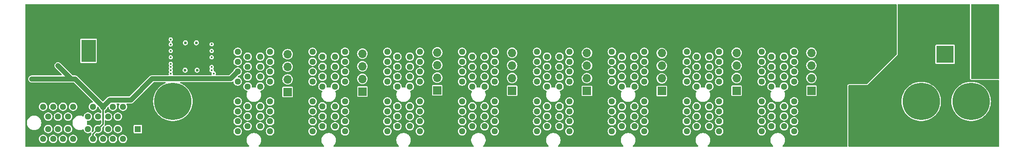
<source format=gbr>
%TF.GenerationSoftware,KiCad,Pcbnew,8.0.3*%
%TF.CreationDate,2024-06-27T20:35:16-04:00*%
%TF.ProjectId,backplane,6261636b-706c-4616-9e65-2e6b69636164,v0.0.0*%
%TF.SameCoordinates,Original*%
%TF.FileFunction,Copper,L4,Bot*%
%TF.FilePolarity,Positive*%
%FSLAX46Y46*%
G04 Gerber Fmt 4.6, Leading zero omitted, Abs format (unit mm)*
G04 Created by KiCad (PCBNEW 8.0.3) date 2024-06-27 20:35:16*
%MOMM*%
%LPD*%
G01*
G04 APERTURE LIST*
%TA.AperFunction,ComponentPad*%
%ADD10C,7.500000*%
%TD*%
%TA.AperFunction,ComponentPad*%
%ADD11R,1.700000X1.700000*%
%TD*%
%TA.AperFunction,ComponentPad*%
%ADD12O,1.700000X1.700000*%
%TD*%
%TA.AperFunction,ComponentPad*%
%ADD13R,1.288000X1.288000*%
%TD*%
%TA.AperFunction,ComponentPad*%
%ADD14C,1.288000*%
%TD*%
%TA.AperFunction,ComponentPad*%
%ADD15C,2.780000*%
%TD*%
%TA.AperFunction,ComponentPad*%
%ADD16C,1.400000*%
%TD*%
%TA.AperFunction,ComponentPad*%
%ADD17R,3.500000X3.500000*%
%TD*%
%TA.AperFunction,ComponentPad*%
%ADD18C,3.500000*%
%TD*%
%TA.AperFunction,ComponentPad*%
%ADD19C,0.600000*%
%TD*%
%TA.AperFunction,SMDPad,CuDef*%
%ADD20R,2.950000X4.500000*%
%TD*%
%TA.AperFunction,ViaPad*%
%ADD21C,0.600000*%
%TD*%
%TA.AperFunction,ViaPad*%
%ADD22C,0.500000*%
%TD*%
%TA.AperFunction,ViaPad*%
%ADD23C,0.450000*%
%TD*%
%TA.AperFunction,Conductor*%
%ADD24C,1.000000*%
%TD*%
%TA.AperFunction,Conductor*%
%ADD25C,0.300000*%
%TD*%
%TA.AperFunction,Conductor*%
%ADD26C,0.200000*%
%TD*%
G04 APERTURE END LIST*
D10*
%TO.P,H2,1,1*%
%TO.N,GND*%
X180000000Y-20000000D03*
%TD*%
D11*
%TO.P,J8,1,Pin_1*%
%TO.N,+5V*%
X68000000Y-18000000D03*
D12*
%TO.P,J8,2,Pin_2*%
%TO.N,GND*%
X68000000Y-15460000D03*
%TO.P,J8,3,Pin_3*%
%TO.N,SDA2*%
X68000000Y-12920000D03*
%TO.P,J8,4,Pin_4*%
%TO.N,SCL*%
X68000000Y-10380000D03*
%TD*%
D13*
%TO.P,J14,A1,~{PRSNT1}*%
%TO.N,VIN*%
X92500000Y-7000000D03*
D14*
%TO.P,J14,A2,+12V*%
X94500000Y-8000000D03*
%TO.P,J14,A3,+12V*%
X92500000Y-9000000D03*
%TO.P,J14,A4,GND*%
%TO.N,GND*%
X94500000Y-10000000D03*
%TO.P,J14,A5,JTAG2*%
%TO.N,unconnected-(J14-JTAG2-PadA5)*%
X92500000Y-11000000D03*
%TO.P,J14,A6,JTAG3*%
%TO.N,unconnected-(J14-JTAG3-PadA6)*%
X94500000Y-12000000D03*
%TO.P,J14,A7,JTAG4*%
%TO.N,unconnected-(J14-JTAG4-PadA7)*%
X92500000Y-13000000D03*
%TO.P,J14,A8,JTAG5*%
%TO.N,unconnected-(J14-JTAG5-PadA8)*%
X94500000Y-14000000D03*
%TO.P,J14,A9,+3.3V*%
%TO.N,+5V*%
X92500000Y-15000000D03*
%TO.P,J14,A10,+3.3V*%
X94500000Y-16000000D03*
%TO.P,J14,A11,~{PERST}*%
%TO.N,unconnected-(J14-~{PERST}-PadA11)*%
X92500000Y-17000000D03*
%TO.P,J14,A12,GND*%
%TO.N,GND*%
X94500000Y-20000000D03*
%TO.P,J14,A13,REFCLK+*%
%TO.N,unconnected-(J14-REFCLK+-PadA13)*%
X92500000Y-21000000D03*
%TO.P,J14,A14,REFCLK-*%
%TO.N,unconnected-(J14-REFCLK--PadA14)*%
X94500000Y-22000000D03*
%TO.P,J14,A15,GND*%
%TO.N,GND*%
X92500000Y-23000000D03*
%TO.P,J14,A16,PERp0*%
%TO.N,unconnected-(J14-PERp0-PadA16)*%
X94500000Y-24000000D03*
%TO.P,J14,A17,PERn0*%
%TO.N,unconnected-(J14-PERn0-PadA17)*%
X92500000Y-25000000D03*
%TO.P,J14,A18,GND*%
%TO.N,GND*%
X94500000Y-26000000D03*
%TO.P,J14,B1,+12V*%
%TO.N,VIN*%
X90000000Y-7000000D03*
%TO.P,J14,B2,+12V*%
X88000000Y-8000000D03*
%TO.P,J14,B3,+12V*%
X90000000Y-9000000D03*
%TO.P,J14,B4,GND*%
%TO.N,GND*%
X88000000Y-10000000D03*
%TO.P,J14,B5,SMCLK*%
%TO.N,SCL*%
X90000000Y-11000000D03*
%TO.P,J14,B6,SMDAT*%
%TO.N,SDA4*%
X88000000Y-12000000D03*
%TO.P,J14,B7,GND*%
%TO.N,GND*%
X90000000Y-13000000D03*
%TO.P,J14,B8,+3.3V*%
%TO.N,+5V*%
X88000000Y-14000000D03*
%TO.P,J14,B9,JTAG1*%
%TO.N,OVERLOAD*%
X90000000Y-15000000D03*
%TO.P,J14,B10,3.3Vaux*%
%TO.N,VDD*%
X88000000Y-16000000D03*
%TO.P,J14,B11,~{WAKE}*%
%TO.N,ALERT4*%
X90000000Y-17000000D03*
%TO.P,J14,B12,RSVD*%
%TO.N,unconnected-(J14-RSVD-PadB12)*%
X88000000Y-20000000D03*
%TO.P,J14,B13,GND*%
%TO.N,GND*%
X90000000Y-21000000D03*
%TO.P,J14,B14,PETp0*%
%TO.N,SWD4*%
X88000000Y-22000000D03*
%TO.P,J14,B15,PETn0*%
%TO.N,SWCLK4*%
X90000000Y-23000000D03*
%TO.P,J14,B16,GND*%
%TO.N,GND*%
X88000000Y-24000000D03*
%TO.P,J14,B17,~{PRSNT2}*%
%TO.N,IMON4*%
X90000000Y-25000000D03*
%TO.P,J14,B18,GND*%
%TO.N,GND*%
X88000000Y-26000000D03*
%TD*%
D10*
%TO.P,H1,1,1*%
%TO.N,GND*%
X30000000Y-20000000D03*
%TD*%
D13*
%TO.P,J6,A1,~{PRSNT1}*%
%TO.N,VIN*%
X62500000Y-7000000D03*
D14*
%TO.P,J6,A2,+12V*%
X64500000Y-8000000D03*
%TO.P,J6,A3,+12V*%
X62500000Y-9000000D03*
%TO.P,J6,A4,GND*%
%TO.N,GND*%
X64500000Y-10000000D03*
%TO.P,J6,A5,JTAG2*%
%TO.N,unconnected-(J6-JTAG2-PadA5)*%
X62500000Y-11000000D03*
%TO.P,J6,A6,JTAG3*%
%TO.N,unconnected-(J6-JTAG3-PadA6)*%
X64500000Y-12000000D03*
%TO.P,J6,A7,JTAG4*%
%TO.N,unconnected-(J6-JTAG4-PadA7)*%
X62500000Y-13000000D03*
%TO.P,J6,A8,JTAG5*%
%TO.N,unconnected-(J6-JTAG5-PadA8)*%
X64500000Y-14000000D03*
%TO.P,J6,A9,+3.3V*%
%TO.N,+5V*%
X62500000Y-15000000D03*
%TO.P,J6,A10,+3.3V*%
X64500000Y-16000000D03*
%TO.P,J6,A11,~{PERST}*%
%TO.N,unconnected-(J6-~{PERST}-PadA11)*%
X62500000Y-17000000D03*
%TO.P,J6,A12,GND*%
%TO.N,GND*%
X64500000Y-20000000D03*
%TO.P,J6,A13,REFCLK+*%
%TO.N,unconnected-(J6-REFCLK+-PadA13)*%
X62500000Y-21000000D03*
%TO.P,J6,A14,REFCLK-*%
%TO.N,unconnected-(J6-REFCLK--PadA14)*%
X64500000Y-22000000D03*
%TO.P,J6,A15,GND*%
%TO.N,GND*%
X62500000Y-23000000D03*
%TO.P,J6,A16,PERp0*%
%TO.N,unconnected-(J6-PERp0-PadA16)*%
X64500000Y-24000000D03*
%TO.P,J6,A17,PERn0*%
%TO.N,unconnected-(J6-PERn0-PadA17)*%
X62500000Y-25000000D03*
%TO.P,J6,A18,GND*%
%TO.N,GND*%
X64500000Y-26000000D03*
%TO.P,J6,B1,+12V*%
%TO.N,VIN*%
X60000000Y-7000000D03*
%TO.P,J6,B2,+12V*%
X58000000Y-8000000D03*
%TO.P,J6,B3,+12V*%
X60000000Y-9000000D03*
%TO.P,J6,B4,GND*%
%TO.N,GND*%
X58000000Y-10000000D03*
%TO.P,J6,B5,SMCLK*%
%TO.N,SCL*%
X60000000Y-11000000D03*
%TO.P,J6,B6,SMDAT*%
%TO.N,SDA2*%
X58000000Y-12000000D03*
%TO.P,J6,B7,GND*%
%TO.N,GND*%
X60000000Y-13000000D03*
%TO.P,J6,B8,+3.3V*%
%TO.N,+5V*%
X58000000Y-14000000D03*
%TO.P,J6,B9,JTAG1*%
%TO.N,OVERLOAD*%
X60000000Y-15000000D03*
%TO.P,J6,B10,3.3Vaux*%
%TO.N,VDD*%
X58000000Y-16000000D03*
%TO.P,J6,B11,~{WAKE}*%
%TO.N,ALERT2*%
X60000000Y-17000000D03*
%TO.P,J6,B12,RSVD*%
%TO.N,unconnected-(J6-RSVD-PadB12)*%
X58000000Y-20000000D03*
%TO.P,J6,B13,GND*%
%TO.N,GND*%
X60000000Y-21000000D03*
%TO.P,J6,B14,PETp0*%
%TO.N,SWD2*%
X58000000Y-22000000D03*
%TO.P,J6,B15,PETn0*%
%TO.N,SWCLK2*%
X60000000Y-23000000D03*
%TO.P,J6,B16,GND*%
%TO.N,GND*%
X58000000Y-24000000D03*
%TO.P,J6,B17,~{PRSNT2}*%
%TO.N,IMON2*%
X60000000Y-25000000D03*
%TO.P,J6,B18,GND*%
%TO.N,GND*%
X58000000Y-26000000D03*
%TD*%
D13*
%TO.P,J2,A1,~{PRSNT1}*%
%TO.N,VIN*%
X47500000Y-7000000D03*
D14*
%TO.P,J2,A2,+12V*%
X49500000Y-8000000D03*
%TO.P,J2,A3,+12V*%
X47500000Y-9000000D03*
%TO.P,J2,A4,GND*%
%TO.N,GND*%
X49500000Y-10000000D03*
%TO.P,J2,A5,JTAG2*%
%TO.N,unconnected-(J2-JTAG2-PadA5)*%
X47500000Y-11000000D03*
%TO.P,J2,A6,JTAG3*%
%TO.N,unconnected-(J2-JTAG3-PadA6)*%
X49500000Y-12000000D03*
%TO.P,J2,A7,JTAG4*%
%TO.N,unconnected-(J2-JTAG4-PadA7)*%
X47500000Y-13000000D03*
%TO.P,J2,A8,JTAG5*%
%TO.N,unconnected-(J2-JTAG5-PadA8)*%
X49500000Y-14000000D03*
%TO.P,J2,A9,+3.3V*%
%TO.N,+5V*%
X47500000Y-15000000D03*
%TO.P,J2,A10,+3.3V*%
X49500000Y-16000000D03*
%TO.P,J2,A11,~{PERST}*%
%TO.N,unconnected-(J2-~{PERST}-PadA11)*%
X47500000Y-17000000D03*
%TO.P,J2,A12,GND*%
%TO.N,GND*%
X49500000Y-20000000D03*
%TO.P,J2,A13,REFCLK+*%
%TO.N,unconnected-(J2-REFCLK+-PadA13)*%
X47500000Y-21000000D03*
%TO.P,J2,A14,REFCLK-*%
%TO.N,unconnected-(J2-REFCLK--PadA14)*%
X49500000Y-22000000D03*
%TO.P,J2,A15,GND*%
%TO.N,GND*%
X47500000Y-23000000D03*
%TO.P,J2,A16,PERp0*%
%TO.N,unconnected-(J2-PERp0-PadA16)*%
X49500000Y-24000000D03*
%TO.P,J2,A17,PERn0*%
%TO.N,unconnected-(J2-PERn0-PadA17)*%
X47500000Y-25000000D03*
%TO.P,J2,A18,GND*%
%TO.N,GND*%
X49500000Y-26000000D03*
%TO.P,J2,B1,+12V*%
%TO.N,VIN*%
X45000000Y-7000000D03*
%TO.P,J2,B2,+12V*%
X43000000Y-8000000D03*
%TO.P,J2,B3,+12V*%
X45000000Y-9000000D03*
%TO.P,J2,B4,GND*%
%TO.N,GND*%
X43000000Y-10000000D03*
%TO.P,J2,B5,SMCLK*%
%TO.N,SCL*%
X45000000Y-11000000D03*
%TO.P,J2,B6,SMDAT*%
%TO.N,SDA1*%
X43000000Y-12000000D03*
%TO.P,J2,B7,GND*%
%TO.N,GND*%
X45000000Y-13000000D03*
%TO.P,J2,B8,+3.3V*%
%TO.N,+5V*%
X43000000Y-14000000D03*
%TO.P,J2,B9,JTAG1*%
%TO.N,OVERLOAD*%
X45000000Y-15000000D03*
%TO.P,J2,B10,3.3Vaux*%
%TO.N,VDD*%
X43000000Y-16000000D03*
%TO.P,J2,B11,~{WAKE}*%
%TO.N,ALERT1*%
X45000000Y-17000000D03*
%TO.P,J2,B12,RSVD*%
%TO.N,unconnected-(J2-RSVD-PadB12)*%
X43000000Y-20000000D03*
%TO.P,J2,B13,GND*%
%TO.N,GND*%
X45000000Y-21000000D03*
%TO.P,J2,B14,PETp0*%
%TO.N,SWD1*%
X43000000Y-22000000D03*
%TO.P,J2,B15,PETn0*%
%TO.N,SWCLK1*%
X45000000Y-23000000D03*
%TO.P,J2,B16,GND*%
%TO.N,GND*%
X43000000Y-24000000D03*
%TO.P,J2,B17,~{PRSNT2}*%
%TO.N,IMON1*%
X45000000Y-25000000D03*
%TO.P,J2,B18,GND*%
%TO.N,GND*%
X43000000Y-26000000D03*
%TD*%
D10*
%TO.P,H3,1,1*%
%TO.N,GND*%
X190000000Y-20000000D03*
%TD*%
D11*
%TO.P,J16,1,Pin_1*%
%TO.N,+5V*%
X98000000Y-17830000D03*
D12*
%TO.P,J16,2,Pin_2*%
%TO.N,GND*%
X98000000Y-15290000D03*
%TO.P,J16,3,Pin_3*%
%TO.N,SDA4*%
X98000000Y-12750000D03*
%TO.P,J16,4,Pin_4*%
%TO.N,SCL*%
X98000000Y-10210000D03*
%TD*%
D11*
%TO.P,J17,1,Pin_1*%
%TO.N,+5V*%
X158000000Y-17830000D03*
D12*
%TO.P,J17,2,Pin_2*%
%TO.N,GND*%
X158000000Y-15290000D03*
%TO.P,J17,3,Pin_3*%
%TO.N,SDA8*%
X158000000Y-12750000D03*
%TO.P,J17,4,Pin_4*%
%TO.N,SCL*%
X158000000Y-10210000D03*
%TD*%
D13*
%TO.P,J11,A1,~{PRSNT1}*%
%TO.N,VIN*%
X137500000Y-7000000D03*
D14*
%TO.P,J11,A2,+12V*%
X139500000Y-8000000D03*
%TO.P,J11,A3,+12V*%
X137500000Y-9000000D03*
%TO.P,J11,A4,GND*%
%TO.N,GND*%
X139500000Y-10000000D03*
%TO.P,J11,A5,JTAG2*%
%TO.N,unconnected-(J11-JTAG2-PadA5)*%
X137500000Y-11000000D03*
%TO.P,J11,A6,JTAG3*%
%TO.N,unconnected-(J11-JTAG3-PadA6)*%
X139500000Y-12000000D03*
%TO.P,J11,A7,JTAG4*%
%TO.N,unconnected-(J11-JTAG4-PadA7)*%
X137500000Y-13000000D03*
%TO.P,J11,A8,JTAG5*%
%TO.N,unconnected-(J11-JTAG5-PadA8)*%
X139500000Y-14000000D03*
%TO.P,J11,A9,+3.3V*%
%TO.N,+5V*%
X137500000Y-15000000D03*
%TO.P,J11,A10,+3.3V*%
X139500000Y-16000000D03*
%TO.P,J11,A11,~{PERST}*%
%TO.N,unconnected-(J11-~{PERST}-PadA11)*%
X137500000Y-17000000D03*
%TO.P,J11,A12,GND*%
%TO.N,GND*%
X139500000Y-20000000D03*
%TO.P,J11,A13,REFCLK+*%
%TO.N,unconnected-(J11-REFCLK+-PadA13)*%
X137500000Y-21000000D03*
%TO.P,J11,A14,REFCLK-*%
%TO.N,unconnected-(J11-REFCLK--PadA14)*%
X139500000Y-22000000D03*
%TO.P,J11,A15,GND*%
%TO.N,GND*%
X137500000Y-23000000D03*
%TO.P,J11,A16,PERp0*%
%TO.N,unconnected-(J11-PERp0-PadA16)*%
X139500000Y-24000000D03*
%TO.P,J11,A17,PERn0*%
%TO.N,unconnected-(J11-PERn0-PadA17)*%
X137500000Y-25000000D03*
%TO.P,J11,A18,GND*%
%TO.N,GND*%
X139500000Y-26000000D03*
%TO.P,J11,B1,+12V*%
%TO.N,VIN*%
X135000000Y-7000000D03*
%TO.P,J11,B2,+12V*%
X133000000Y-8000000D03*
%TO.P,J11,B3,+12V*%
X135000000Y-9000000D03*
%TO.P,J11,B4,GND*%
%TO.N,GND*%
X133000000Y-10000000D03*
%TO.P,J11,B5,SMCLK*%
%TO.N,SCL*%
X135000000Y-11000000D03*
%TO.P,J11,B6,SMDAT*%
%TO.N,SDA7*%
X133000000Y-12000000D03*
%TO.P,J11,B7,GND*%
%TO.N,GND*%
X135000000Y-13000000D03*
%TO.P,J11,B8,+3.3V*%
%TO.N,+5V*%
X133000000Y-14000000D03*
%TO.P,J11,B9,JTAG1*%
%TO.N,OVERLOAD*%
X135000000Y-15000000D03*
%TO.P,J11,B10,3.3Vaux*%
%TO.N,VDD*%
X133000000Y-16000000D03*
%TO.P,J11,B11,~{WAKE}*%
%TO.N,ALERT7*%
X135000000Y-17000000D03*
%TO.P,J11,B12,RSVD*%
%TO.N,unconnected-(J11-RSVD-PadB12)*%
X133000000Y-20000000D03*
%TO.P,J11,B13,GND*%
%TO.N,GND*%
X135000000Y-21000000D03*
%TO.P,J11,B14,PETp0*%
%TO.N,SWD7*%
X133000000Y-22000000D03*
%TO.P,J11,B15,PETn0*%
%TO.N,SWCLK7*%
X135000000Y-23000000D03*
%TO.P,J11,B16,GND*%
%TO.N,GND*%
X133000000Y-24000000D03*
%TO.P,J11,B17,~{PRSNT2}*%
%TO.N,IMON7*%
X135000000Y-25000000D03*
%TO.P,J11,B18,GND*%
%TO.N,GND*%
X133000000Y-26000000D03*
%TD*%
D13*
%TO.P,J18,A1,~{PRSNT1}*%
%TO.N,unconnected-(J18-~{PRSNT1}-PadA1)*%
X23000000Y-25550000D03*
D14*
%TO.P,J18,A2,+12V*%
%TO.N,VIN*%
X22000000Y-27550000D03*
%TO.P,J18,A3,+12V*%
X21000000Y-25550000D03*
%TO.P,J18,A4,GND*%
%TO.N,GND*%
X20000000Y-27550000D03*
%TO.P,J18,A5,JTAG2*%
%TO.N,OVERLOAD*%
X19000000Y-25550000D03*
%TO.P,J18,A6,JTAG3*%
%TO.N,unconnected-(J18-JTAG3-PadA6)*%
X18000000Y-27550000D03*
%TO.P,J18,A7,JTAG4*%
%TO.N,unconnected-(J18-JTAG4-PadA7)*%
X17000000Y-25550000D03*
%TO.P,J18,A8,JTAG5*%
%TO.N,unconnected-(J18-JTAG5-PadA8)*%
X16000000Y-27550000D03*
%TO.P,J18,A9,+3.3V*%
%TO.N,+5V*%
X15000000Y-25550000D03*
%TO.P,J18,A10,+3.3V*%
X14000000Y-27550000D03*
%TO.P,J18,A11,~{PERST}*%
%TO.N,unconnected-(J18-~{PERST}-PadA11)*%
X13000000Y-25550000D03*
%TO.P,J18,A12,GND*%
%TO.N,GND*%
X10000000Y-27550000D03*
%TO.P,J18,A13,REFCLK+*%
%TO.N,unconnected-(J18-REFCLK+-PadA13)*%
X9000000Y-25550000D03*
%TO.P,J18,A14,REFCLK-*%
%TO.N,unconnected-(J18-REFCLK--PadA14)*%
X8000000Y-27550000D03*
%TO.P,J18,A15,GND*%
%TO.N,GND*%
X7000000Y-25550000D03*
%TO.P,J18,A16,PERp0*%
%TO.N,unconnected-(J18-PERp0-PadA16)*%
X6000000Y-27550000D03*
%TO.P,J18,A17,PERn0*%
%TO.N,unconnected-(J18-PERn0-PadA17)*%
X5000000Y-25550000D03*
%TO.P,J18,A18,GND*%
%TO.N,GND*%
X4000000Y-27550000D03*
%TO.P,J18,B1,+12V*%
%TO.N,VIN*%
X23000000Y-23050000D03*
%TO.P,J18,B2,+12V*%
X22000000Y-21050000D03*
%TO.P,J18,B3,+12V*%
X21000000Y-23050000D03*
%TO.P,J18,B4,GND*%
%TO.N,GND*%
X20000000Y-21050000D03*
%TO.P,J18,B5,SMCLK*%
%TO.N,I2C_A0*%
X19000000Y-23050000D03*
%TO.P,J18,B6,SMDAT*%
%TO.N,I2C_A1*%
X18000000Y-21050000D03*
%TO.P,J18,B7,GND*%
%TO.N,GND*%
X17000000Y-23050000D03*
%TO.P,J18,B8,+3.3V*%
%TO.N,+5V*%
X16000000Y-21050000D03*
%TO.P,J18,B9,JTAG1*%
%TO.N,I2C_RESET*%
X15000000Y-23050000D03*
%TO.P,J18,B10,3.3Vaux*%
%TO.N,VDD*%
X14000000Y-21050000D03*
%TO.P,J18,B11,~{WAKE}*%
%TO.N,unconnected-(J18-~{WAKE}-PadB11)*%
X13000000Y-23050000D03*
%TO.P,J18,B12,RSVD*%
%TO.N,SDA*%
X10000000Y-21050000D03*
%TO.P,J18,B13,GND*%
%TO.N,GND*%
X9000000Y-23050000D03*
%TO.P,J18,B14,PETp0*%
%TO.N,SCL*%
X8000000Y-21050000D03*
%TO.P,J18,B15,PETn0*%
%TO.N,I2C_A2*%
X7000000Y-23050000D03*
%TO.P,J18,B16,GND*%
%TO.N,GND*%
X6000000Y-21050000D03*
%TO.P,J18,B17,~{PRSNT2}*%
%TO.N,unconnected-(J18-~{PRSNT2}-PadB17)*%
X5000000Y-23050000D03*
%TO.P,J18,B18,GND*%
%TO.N,GND*%
X4000000Y-21050000D03*
%TD*%
D15*
%TO.P,F1,1*%
%TO.N,VIN*%
X170900000Y-11540000D03*
X167500000Y-11540000D03*
%TO.P,F1,2*%
%TO.N,/VIN_PREFUSE*%
X170900000Y-21460000D03*
X167500000Y-21460000D03*
%TD*%
D13*
%TO.P,J3,A1,~{PRSNT1}*%
%TO.N,VIN*%
X107500000Y-7000000D03*
D14*
%TO.P,J3,A2,+12V*%
X109500000Y-8000000D03*
%TO.P,J3,A3,+12V*%
X107500000Y-9000000D03*
%TO.P,J3,A4,GND*%
%TO.N,GND*%
X109500000Y-10000000D03*
%TO.P,J3,A5,JTAG2*%
%TO.N,unconnected-(J3-JTAG2-PadA5)*%
X107500000Y-11000000D03*
%TO.P,J3,A6,JTAG3*%
%TO.N,unconnected-(J3-JTAG3-PadA6)*%
X109500000Y-12000000D03*
%TO.P,J3,A7,JTAG4*%
%TO.N,unconnected-(J3-JTAG4-PadA7)*%
X107500000Y-13000000D03*
%TO.P,J3,A8,JTAG5*%
%TO.N,unconnected-(J3-JTAG5-PadA8)*%
X109500000Y-14000000D03*
%TO.P,J3,A9,+3.3V*%
%TO.N,+5V*%
X107500000Y-15000000D03*
%TO.P,J3,A10,+3.3V*%
X109500000Y-16000000D03*
%TO.P,J3,A11,~{PERST}*%
%TO.N,unconnected-(J3-~{PERST}-PadA11)*%
X107500000Y-17000000D03*
%TO.P,J3,A12,GND*%
%TO.N,GND*%
X109500000Y-20000000D03*
%TO.P,J3,A13,REFCLK+*%
%TO.N,unconnected-(J3-REFCLK+-PadA13)*%
X107500000Y-21000000D03*
%TO.P,J3,A14,REFCLK-*%
%TO.N,unconnected-(J3-REFCLK--PadA14)*%
X109500000Y-22000000D03*
%TO.P,J3,A15,GND*%
%TO.N,GND*%
X107500000Y-23000000D03*
%TO.P,J3,A16,PERp0*%
%TO.N,unconnected-(J3-PERp0-PadA16)*%
X109500000Y-24000000D03*
%TO.P,J3,A17,PERn0*%
%TO.N,unconnected-(J3-PERn0-PadA17)*%
X107500000Y-25000000D03*
%TO.P,J3,A18,GND*%
%TO.N,GND*%
X109500000Y-26000000D03*
%TO.P,J3,B1,+12V*%
%TO.N,VIN*%
X105000000Y-7000000D03*
%TO.P,J3,B2,+12V*%
X103000000Y-8000000D03*
%TO.P,J3,B3,+12V*%
X105000000Y-9000000D03*
%TO.P,J3,B4,GND*%
%TO.N,GND*%
X103000000Y-10000000D03*
%TO.P,J3,B5,SMCLK*%
%TO.N,SCL*%
X105000000Y-11000000D03*
%TO.P,J3,B6,SMDAT*%
%TO.N,SDA5*%
X103000000Y-12000000D03*
%TO.P,J3,B7,GND*%
%TO.N,GND*%
X105000000Y-13000000D03*
%TO.P,J3,B8,+3.3V*%
%TO.N,+5V*%
X103000000Y-14000000D03*
%TO.P,J3,B9,JTAG1*%
%TO.N,OVERLOAD*%
X105000000Y-15000000D03*
%TO.P,J3,B10,3.3Vaux*%
%TO.N,VDD*%
X103000000Y-16000000D03*
%TO.P,J3,B11,~{WAKE}*%
%TO.N,ALERT5*%
X105000000Y-17000000D03*
%TO.P,J3,B12,RSVD*%
%TO.N,unconnected-(J3-RSVD-PadB12)*%
X103000000Y-20000000D03*
%TO.P,J3,B13,GND*%
%TO.N,GND*%
X105000000Y-21000000D03*
%TO.P,J3,B14,PETp0*%
%TO.N,SWD5*%
X103000000Y-22000000D03*
%TO.P,J3,B15,PETn0*%
%TO.N,SWCLK5*%
X105000000Y-23000000D03*
%TO.P,J3,B16,GND*%
%TO.N,GND*%
X103000000Y-24000000D03*
%TO.P,J3,B17,~{PRSNT2}*%
%TO.N,IMON5*%
X105000000Y-25000000D03*
%TO.P,J3,B18,GND*%
%TO.N,GND*%
X103000000Y-26000000D03*
%TD*%
D11*
%TO.P,J4,1,Pin_1*%
%TO.N,+5V*%
X53000000Y-18100000D03*
D12*
%TO.P,J4,2,Pin_2*%
%TO.N,GND*%
X53000000Y-15560000D03*
%TO.P,J4,3,Pin_3*%
%TO.N,SDA1*%
X53000000Y-13020000D03*
%TO.P,J4,4,Pin_4*%
%TO.N,SCL*%
X53000000Y-10480000D03*
%TD*%
D11*
%TO.P,J5,1,Pin_1*%
%TO.N,+5V*%
X113000000Y-17860000D03*
D12*
%TO.P,J5,2,Pin_2*%
%TO.N,GND*%
X113000000Y-15320000D03*
%TO.P,J5,3,Pin_3*%
%TO.N,SDA5*%
X113000000Y-12780000D03*
%TO.P,J5,4,Pin_4*%
%TO.N,SCL*%
X113000000Y-10240000D03*
%TD*%
D16*
%TO.P,J1,*%
%TO.N,GND*%
X194800000Y-2520000D03*
X194800000Y-13520000D03*
D17*
%TO.P,J1,1,Pin_1*%
X184800000Y-10520000D03*
D18*
%TO.P,J1,2,Pin_2*%
%TO.N,/VIN_PREFUSE*%
X184800000Y-5520000D03*
%TD*%
D11*
%TO.P,J9,1,Pin_1*%
%TO.N,+5V*%
X128000000Y-17900000D03*
D12*
%TO.P,J9,2,Pin_2*%
%TO.N,GND*%
X128000000Y-15360000D03*
%TO.P,J9,3,Pin_3*%
%TO.N,SDA6*%
X128000000Y-12820000D03*
%TO.P,J9,4,Pin_4*%
%TO.N,SCL*%
X128000000Y-10280000D03*
%TD*%
D13*
%TO.P,J15,A1,~{PRSNT1}*%
%TO.N,VIN*%
X152500000Y-7000000D03*
D14*
%TO.P,J15,A2,+12V*%
X154500000Y-8000000D03*
%TO.P,J15,A3,+12V*%
X152500000Y-9000000D03*
%TO.P,J15,A4,GND*%
%TO.N,GND*%
X154500000Y-10000000D03*
%TO.P,J15,A5,JTAG2*%
%TO.N,unconnected-(J15-JTAG2-PadA5)*%
X152500000Y-11000000D03*
%TO.P,J15,A6,JTAG3*%
%TO.N,unconnected-(J15-JTAG3-PadA6)*%
X154500000Y-12000000D03*
%TO.P,J15,A7,JTAG4*%
%TO.N,unconnected-(J15-JTAG4-PadA7)*%
X152500000Y-13000000D03*
%TO.P,J15,A8,JTAG5*%
%TO.N,unconnected-(J15-JTAG5-PadA8)*%
X154500000Y-14000000D03*
%TO.P,J15,A9,+3.3V*%
%TO.N,+5V*%
X152500000Y-15000000D03*
%TO.P,J15,A10,+3.3V*%
X154500000Y-16000000D03*
%TO.P,J15,A11,~{PERST}*%
%TO.N,unconnected-(J15-~{PERST}-PadA11)*%
X152500000Y-17000000D03*
%TO.P,J15,A12,GND*%
%TO.N,GND*%
X154500000Y-20000000D03*
%TO.P,J15,A13,REFCLK+*%
%TO.N,unconnected-(J15-REFCLK+-PadA13)*%
X152500000Y-21000000D03*
%TO.P,J15,A14,REFCLK-*%
%TO.N,unconnected-(J15-REFCLK--PadA14)*%
X154500000Y-22000000D03*
%TO.P,J15,A15,GND*%
%TO.N,GND*%
X152500000Y-23000000D03*
%TO.P,J15,A16,PERp0*%
%TO.N,unconnected-(J15-PERp0-PadA16)*%
X154500000Y-24000000D03*
%TO.P,J15,A17,PERn0*%
%TO.N,unconnected-(J15-PERn0-PadA17)*%
X152500000Y-25000000D03*
%TO.P,J15,A18,GND*%
%TO.N,GND*%
X154500000Y-26000000D03*
%TO.P,J15,B1,+12V*%
%TO.N,VIN*%
X150000000Y-7000000D03*
%TO.P,J15,B2,+12V*%
X148000000Y-8000000D03*
%TO.P,J15,B3,+12V*%
X150000000Y-9000000D03*
%TO.P,J15,B4,GND*%
%TO.N,GND*%
X148000000Y-10000000D03*
%TO.P,J15,B5,SMCLK*%
%TO.N,SCL*%
X150000000Y-11000000D03*
%TO.P,J15,B6,SMDAT*%
%TO.N,SDA8*%
X148000000Y-12000000D03*
%TO.P,J15,B7,GND*%
%TO.N,GND*%
X150000000Y-13000000D03*
%TO.P,J15,B8,+3.3V*%
%TO.N,+5V*%
X148000000Y-14000000D03*
%TO.P,J15,B9,JTAG1*%
%TO.N,OVERLOAD*%
X150000000Y-15000000D03*
%TO.P,J15,B10,3.3Vaux*%
%TO.N,VDD*%
X148000000Y-16000000D03*
%TO.P,J15,B11,~{WAKE}*%
%TO.N,ALERT8*%
X150000000Y-17000000D03*
%TO.P,J15,B12,RSVD*%
%TO.N,unconnected-(J15-RSVD-PadB12)*%
X148000000Y-20000000D03*
%TO.P,J15,B13,GND*%
%TO.N,GND*%
X150000000Y-21000000D03*
%TO.P,J15,B14,PETp0*%
%TO.N,SWD8*%
X148000000Y-22000000D03*
%TO.P,J15,B15,PETn0*%
%TO.N,SWCLK8*%
X150000000Y-23000000D03*
%TO.P,J15,B16,GND*%
%TO.N,GND*%
X148000000Y-24000000D03*
%TO.P,J15,B17,~{PRSNT2}*%
%TO.N,IMON8*%
X150000000Y-25000000D03*
%TO.P,J15,B18,GND*%
%TO.N,GND*%
X148000000Y-26000000D03*
%TD*%
D13*
%TO.P,J10,A1,~{PRSNT1}*%
%TO.N,VIN*%
X77500000Y-7000000D03*
D14*
%TO.P,J10,A2,+12V*%
X79500000Y-8000000D03*
%TO.P,J10,A3,+12V*%
X77500000Y-9000000D03*
%TO.P,J10,A4,GND*%
%TO.N,GND*%
X79500000Y-10000000D03*
%TO.P,J10,A5,JTAG2*%
%TO.N,unconnected-(J10-JTAG2-PadA5)*%
X77500000Y-11000000D03*
%TO.P,J10,A6,JTAG3*%
%TO.N,unconnected-(J10-JTAG3-PadA6)*%
X79500000Y-12000000D03*
%TO.P,J10,A7,JTAG4*%
%TO.N,unconnected-(J10-JTAG4-PadA7)*%
X77500000Y-13000000D03*
%TO.P,J10,A8,JTAG5*%
%TO.N,unconnected-(J10-JTAG5-PadA8)*%
X79500000Y-14000000D03*
%TO.P,J10,A9,+3.3V*%
%TO.N,+5V*%
X77500000Y-15000000D03*
%TO.P,J10,A10,+3.3V*%
X79500000Y-16000000D03*
%TO.P,J10,A11,~{PERST}*%
%TO.N,unconnected-(J10-~{PERST}-PadA11)*%
X77500000Y-17000000D03*
%TO.P,J10,A12,GND*%
%TO.N,GND*%
X79500000Y-20000000D03*
%TO.P,J10,A13,REFCLK+*%
%TO.N,unconnected-(J10-REFCLK+-PadA13)*%
X77500000Y-21000000D03*
%TO.P,J10,A14,REFCLK-*%
%TO.N,unconnected-(J10-REFCLK--PadA14)*%
X79500000Y-22000000D03*
%TO.P,J10,A15,GND*%
%TO.N,GND*%
X77500000Y-23000000D03*
%TO.P,J10,A16,PERp0*%
%TO.N,unconnected-(J10-PERp0-PadA16)*%
X79500000Y-24000000D03*
%TO.P,J10,A17,PERn0*%
%TO.N,unconnected-(J10-PERn0-PadA17)*%
X77500000Y-25000000D03*
%TO.P,J10,A18,GND*%
%TO.N,GND*%
X79500000Y-26000000D03*
%TO.P,J10,B1,+12V*%
%TO.N,VIN*%
X75000000Y-7000000D03*
%TO.P,J10,B2,+12V*%
X73000000Y-8000000D03*
%TO.P,J10,B3,+12V*%
X75000000Y-9000000D03*
%TO.P,J10,B4,GND*%
%TO.N,GND*%
X73000000Y-10000000D03*
%TO.P,J10,B5,SMCLK*%
%TO.N,SCL*%
X75000000Y-11000000D03*
%TO.P,J10,B6,SMDAT*%
%TO.N,SDA3*%
X73000000Y-12000000D03*
%TO.P,J10,B7,GND*%
%TO.N,GND*%
X75000000Y-13000000D03*
%TO.P,J10,B8,+3.3V*%
%TO.N,+5V*%
X73000000Y-14000000D03*
%TO.P,J10,B9,JTAG1*%
%TO.N,OVERLOAD*%
X75000000Y-15000000D03*
%TO.P,J10,B10,3.3Vaux*%
%TO.N,VDD*%
X73000000Y-16000000D03*
%TO.P,J10,B11,~{WAKE}*%
%TO.N,ALERT3*%
X75000000Y-17000000D03*
%TO.P,J10,B12,RSVD*%
%TO.N,unconnected-(J10-RSVD-PadB12)*%
X73000000Y-20000000D03*
%TO.P,J10,B13,GND*%
%TO.N,GND*%
X75000000Y-21000000D03*
%TO.P,J10,B14,PETp0*%
%TO.N,SWD3*%
X73000000Y-22000000D03*
%TO.P,J10,B15,PETn0*%
%TO.N,SWCLK3*%
X75000000Y-23000000D03*
%TO.P,J10,B16,GND*%
%TO.N,GND*%
X73000000Y-24000000D03*
%TO.P,J10,B17,~{PRSNT2}*%
%TO.N,IMON3*%
X75000000Y-25000000D03*
%TO.P,J10,B18,GND*%
%TO.N,GND*%
X73000000Y-26000000D03*
%TD*%
D11*
%TO.P,J13,1,Pin_1*%
%TO.N,+5V*%
X143000000Y-17830000D03*
D12*
%TO.P,J13,2,Pin_2*%
%TO.N,GND*%
X143000000Y-15290000D03*
%TO.P,J13,3,Pin_3*%
%TO.N,SDA7*%
X143000000Y-12750000D03*
%TO.P,J13,4,Pin_4*%
%TO.N,SCL*%
X143000000Y-10210000D03*
%TD*%
D19*
%TO.P,U2,9,GNDPAD*%
%TO.N,GND*%
X12515000Y-7996471D03*
X12515000Y-9196471D03*
X12515000Y-10496471D03*
X12515000Y-11596471D03*
D20*
X13115000Y-9796471D03*
D19*
X13715000Y-7996471D03*
X13715000Y-9196471D03*
X13715000Y-10496471D03*
X13715000Y-11596471D03*
%TD*%
D11*
%TO.P,J12,1,Pin_1*%
%TO.N,+5V*%
X83000000Y-17750000D03*
D12*
%TO.P,J12,2,Pin_2*%
%TO.N,GND*%
X83000000Y-15210000D03*
%TO.P,J12,3,Pin_3*%
%TO.N,SDA3*%
X83000000Y-12670000D03*
%TO.P,J12,4,Pin_4*%
%TO.N,SCL*%
X83000000Y-10130000D03*
%TD*%
D13*
%TO.P,J7,A1,~{PRSNT1}*%
%TO.N,VIN*%
X122500000Y-7000000D03*
D14*
%TO.P,J7,A2,+12V*%
X124500000Y-8000000D03*
%TO.P,J7,A3,+12V*%
X122500000Y-9000000D03*
%TO.P,J7,A4,GND*%
%TO.N,GND*%
X124500000Y-10000000D03*
%TO.P,J7,A5,JTAG2*%
%TO.N,unconnected-(J7-JTAG2-PadA5)*%
X122500000Y-11000000D03*
%TO.P,J7,A6,JTAG3*%
%TO.N,unconnected-(J7-JTAG3-PadA6)*%
X124500000Y-12000000D03*
%TO.P,J7,A7,JTAG4*%
%TO.N,unconnected-(J7-JTAG4-PadA7)*%
X122500000Y-13000000D03*
%TO.P,J7,A8,JTAG5*%
%TO.N,unconnected-(J7-JTAG5-PadA8)*%
X124500000Y-14000000D03*
%TO.P,J7,A9,+3.3V*%
%TO.N,+5V*%
X122500000Y-15000000D03*
%TO.P,J7,A10,+3.3V*%
X124500000Y-16000000D03*
%TO.P,J7,A11,~{PERST}*%
%TO.N,unconnected-(J7-~{PERST}-PadA11)*%
X122500000Y-17000000D03*
%TO.P,J7,A12,GND*%
%TO.N,GND*%
X124500000Y-20000000D03*
%TO.P,J7,A13,REFCLK+*%
%TO.N,unconnected-(J7-REFCLK+-PadA13)*%
X122500000Y-21000000D03*
%TO.P,J7,A14,REFCLK-*%
%TO.N,unconnected-(J7-REFCLK--PadA14)*%
X124500000Y-22000000D03*
%TO.P,J7,A15,GND*%
%TO.N,GND*%
X122500000Y-23000000D03*
%TO.P,J7,A16,PERp0*%
%TO.N,unconnected-(J7-PERp0-PadA16)*%
X124500000Y-24000000D03*
%TO.P,J7,A17,PERn0*%
%TO.N,unconnected-(J7-PERn0-PadA17)*%
X122500000Y-25000000D03*
%TO.P,J7,A18,GND*%
%TO.N,GND*%
X124500000Y-26000000D03*
%TO.P,J7,B1,+12V*%
%TO.N,VIN*%
X120000000Y-7000000D03*
%TO.P,J7,B2,+12V*%
X118000000Y-8000000D03*
%TO.P,J7,B3,+12V*%
X120000000Y-9000000D03*
%TO.P,J7,B4,GND*%
%TO.N,GND*%
X118000000Y-10000000D03*
%TO.P,J7,B5,SMCLK*%
%TO.N,SCL*%
X120000000Y-11000000D03*
%TO.P,J7,B6,SMDAT*%
%TO.N,SDA6*%
X118000000Y-12000000D03*
%TO.P,J7,B7,GND*%
%TO.N,GND*%
X120000000Y-13000000D03*
%TO.P,J7,B8,+3.3V*%
%TO.N,+5V*%
X118000000Y-14000000D03*
%TO.P,J7,B9,JTAG1*%
%TO.N,OVERLOAD*%
X120000000Y-15000000D03*
%TO.P,J7,B10,3.3Vaux*%
%TO.N,VDD*%
X118000000Y-16000000D03*
%TO.P,J7,B11,~{WAKE}*%
%TO.N,ALERT6*%
X120000000Y-17000000D03*
%TO.P,J7,B12,RSVD*%
%TO.N,unconnected-(J7-RSVD-PadB12)*%
X118000000Y-20000000D03*
%TO.P,J7,B13,GND*%
%TO.N,GND*%
X120000000Y-21000000D03*
%TO.P,J7,B14,PETp0*%
%TO.N,SWD6*%
X118000000Y-22000000D03*
%TO.P,J7,B15,PETn0*%
%TO.N,SWCLK6*%
X120000000Y-23000000D03*
%TO.P,J7,B16,GND*%
%TO.N,GND*%
X118000000Y-24000000D03*
%TO.P,J7,B17,~{PRSNT2}*%
%TO.N,IMON6*%
X120000000Y-25000000D03*
%TO.P,J7,B18,GND*%
%TO.N,GND*%
X118000000Y-26000000D03*
%TD*%
D21*
%TO.N,GND*%
X34860000Y-13710000D03*
X34700000Y-8200000D03*
X32480000Y-13710000D03*
X32500000Y-8200000D03*
D22*
%TO.N,VIN*%
X24660000Y-8180000D03*
X24660000Y-11180000D03*
X24660000Y-9680000D03*
D23*
%TO.N,SDA5*%
X29600000Y-7500000D03*
%TO.N,SDA2*%
X37800000Y-11110000D03*
%TO.N,SDA6*%
X29600000Y-8520000D03*
%TO.N,SDA3*%
X37800000Y-9810000D03*
%TO.N,VDD*%
X29600000Y-14369732D03*
%TO.N,SDA7*%
X29600000Y-9810000D03*
%TO.N,SDA4*%
X37800000Y-8500000D03*
%TO.N,SDA8*%
X29600000Y-11110000D03*
D21*
%TO.N,+5V*%
X2871471Y-15460000D03*
D23*
X6970000Y-12790000D03*
D21*
X4090000Y-15460000D03*
X1710000Y-15460000D03*
D23*
%TO.N,SCL*%
X29600000Y-13069726D03*
%TO.N,SDA*%
X29600000Y-13719729D03*
%TO.N,I2C_A1*%
X37800000Y-13720003D03*
%TO.N,I2C_A2*%
X29600000Y-12410000D03*
%TO.N,I2C_RESET*%
X37800000Y-13070000D03*
%TO.N,I2C_A0*%
X38200000Y-14360000D03*
%TD*%
D24*
%TO.N,+5V*%
X10410000Y-15460000D02*
X9640000Y-15460000D01*
D25*
X16000000Y-21050000D02*
X16000000Y-24550000D01*
D24*
X16000000Y-21050000D02*
X10410000Y-15460000D01*
D26*
X2871471Y-15460000D02*
X2865000Y-15466471D01*
D24*
X17350000Y-19700000D02*
X21580000Y-19700000D01*
X21580000Y-19700000D02*
X25880000Y-15400000D01*
D25*
X14000000Y-27550000D02*
X14000000Y-26550000D01*
D24*
X41600000Y-15400000D02*
X43000000Y-14000000D01*
X25880000Y-15400000D02*
X41600000Y-15400000D01*
D25*
X14000000Y-26550000D02*
X15000000Y-25550000D01*
D24*
X16000000Y-21050000D02*
X17350000Y-19700000D01*
X9640000Y-15460000D02*
X1710000Y-15460000D01*
X6970000Y-12790000D02*
X9640000Y-15460000D01*
D25*
X16000000Y-24550000D02*
X15000000Y-25550000D01*
%TD*%
%TA.AperFunction,Conductor*%
%TO.N,/VIN_PREFUSE*%
G36*
X189737539Y-420185D02*
G01*
X189783294Y-472989D01*
X189794500Y-524500D01*
X189794500Y-15376007D01*
X189799197Y-15419686D01*
X189810397Y-15471174D01*
X189812890Y-15481372D01*
X189812891Y-15481375D01*
X189855899Y-15562083D01*
X189855901Y-15562086D01*
X189901660Y-15614895D01*
X189919242Y-15632839D01*
X189919246Y-15632843D01*
X189919247Y-15632844D01*
X189919249Y-15632845D01*
X189998516Y-15677184D01*
X189999063Y-15677490D01*
X190066102Y-15697175D01*
X190124000Y-15705500D01*
X190124004Y-15705500D01*
X195475500Y-15705500D01*
X195542539Y-15725185D01*
X195588294Y-15777989D01*
X195599500Y-15829500D01*
X195599500Y-28975500D01*
X195579815Y-29042539D01*
X195527011Y-29088294D01*
X195475500Y-29099500D01*
X165524000Y-29099500D01*
X165456961Y-29079815D01*
X165411206Y-29027011D01*
X165400000Y-28975500D01*
X165400000Y-20000000D01*
X176044423Y-20000000D01*
X176064717Y-20400178D01*
X176125393Y-20796247D01*
X176225831Y-21184162D01*
X176364988Y-21559896D01*
X176364994Y-21559909D01*
X176541454Y-21919648D01*
X176541459Y-21919657D01*
X176753407Y-22259695D01*
X176998674Y-22576554D01*
X177274738Y-22866974D01*
X177578765Y-23127972D01*
X177578768Y-23127974D01*
X177907642Y-23356878D01*
X178257987Y-23551335D01*
X178626207Y-23709351D01*
X178626217Y-23709354D01*
X178626222Y-23709356D01*
X179008514Y-23829301D01*
X179008517Y-23829301D01*
X179008525Y-23829304D01*
X179401016Y-23909963D01*
X179719925Y-23942392D01*
X179799652Y-23950500D01*
X179799653Y-23950500D01*
X180200348Y-23950500D01*
X180266786Y-23943743D01*
X180598984Y-23909963D01*
X180991475Y-23829304D01*
X181373793Y-23709351D01*
X181742013Y-23551335D01*
X182092358Y-23356878D01*
X182421232Y-23127974D01*
X182725262Y-22866974D01*
X183001326Y-22576554D01*
X183246593Y-22259695D01*
X183458545Y-21919649D01*
X183635008Y-21559905D01*
X183774171Y-21184154D01*
X183874606Y-20796252D01*
X183935282Y-20400179D01*
X183955577Y-20000000D01*
X186044423Y-20000000D01*
X186064717Y-20400178D01*
X186125393Y-20796247D01*
X186225831Y-21184162D01*
X186364988Y-21559896D01*
X186364994Y-21559909D01*
X186541454Y-21919648D01*
X186541459Y-21919657D01*
X186753407Y-22259695D01*
X186998674Y-22576554D01*
X187274738Y-22866974D01*
X187578765Y-23127972D01*
X187578768Y-23127974D01*
X187907642Y-23356878D01*
X188257987Y-23551335D01*
X188626207Y-23709351D01*
X188626217Y-23709354D01*
X188626222Y-23709356D01*
X189008514Y-23829301D01*
X189008517Y-23829301D01*
X189008525Y-23829304D01*
X189401016Y-23909963D01*
X189719925Y-23942392D01*
X189799652Y-23950500D01*
X189799653Y-23950500D01*
X190200348Y-23950500D01*
X190266786Y-23943743D01*
X190598984Y-23909963D01*
X190991475Y-23829304D01*
X191373793Y-23709351D01*
X191742013Y-23551335D01*
X192092358Y-23356878D01*
X192421232Y-23127974D01*
X192725262Y-22866974D01*
X193001326Y-22576554D01*
X193246593Y-22259695D01*
X193458545Y-21919649D01*
X193635008Y-21559905D01*
X193774171Y-21184154D01*
X193874606Y-20796252D01*
X193935282Y-20400179D01*
X193955577Y-20000000D01*
X193935282Y-19599821D01*
X193874606Y-19203748D01*
X193774171Y-18815846D01*
X193635008Y-18440095D01*
X193458545Y-18080351D01*
X193458540Y-18080342D01*
X193246592Y-17740304D01*
X193001330Y-17423451D01*
X193001329Y-17423450D01*
X193001326Y-17423446D01*
X192725262Y-17133026D01*
X192725261Y-17133025D01*
X192421234Y-16872027D01*
X192092358Y-16643122D01*
X192092353Y-16643119D01*
X191742012Y-16448664D01*
X191373798Y-16290651D01*
X191373777Y-16290643D01*
X190991485Y-16170698D01*
X190991479Y-16170697D01*
X190991476Y-16170696D01*
X190991475Y-16170696D01*
X190598984Y-16090037D01*
X190598983Y-16090036D01*
X190598979Y-16090036D01*
X190200348Y-16049500D01*
X190200347Y-16049500D01*
X189799653Y-16049500D01*
X189799652Y-16049500D01*
X189401020Y-16090036D01*
X189008520Y-16170697D01*
X189008514Y-16170698D01*
X188626222Y-16290643D01*
X188626201Y-16290651D01*
X188257987Y-16448664D01*
X187907646Y-16643119D01*
X187907641Y-16643122D01*
X187578765Y-16872027D01*
X187274738Y-17133025D01*
X186998669Y-17423451D01*
X186753407Y-17740304D01*
X186541459Y-18080342D01*
X186541454Y-18080351D01*
X186364994Y-18440090D01*
X186364988Y-18440103D01*
X186225831Y-18815837D01*
X186125393Y-19203752D01*
X186064717Y-19599821D01*
X186044423Y-20000000D01*
X183955577Y-20000000D01*
X183935282Y-19599821D01*
X183874606Y-19203748D01*
X183774171Y-18815846D01*
X183635008Y-18440095D01*
X183458545Y-18080351D01*
X183458540Y-18080342D01*
X183246592Y-17740304D01*
X183001330Y-17423451D01*
X183001329Y-17423450D01*
X183001326Y-17423446D01*
X182725262Y-17133026D01*
X182725261Y-17133025D01*
X182421234Y-16872027D01*
X182092358Y-16643122D01*
X182092353Y-16643119D01*
X181742012Y-16448664D01*
X181373798Y-16290651D01*
X181373777Y-16290643D01*
X180991485Y-16170698D01*
X180991479Y-16170697D01*
X180991476Y-16170696D01*
X180991475Y-16170696D01*
X180598984Y-16090037D01*
X180598983Y-16090036D01*
X180598979Y-16090036D01*
X180200348Y-16049500D01*
X180200347Y-16049500D01*
X179799653Y-16049500D01*
X179799652Y-16049500D01*
X179401020Y-16090036D01*
X179008520Y-16170697D01*
X179008514Y-16170698D01*
X178626222Y-16290643D01*
X178626201Y-16290651D01*
X178257987Y-16448664D01*
X177907646Y-16643119D01*
X177907641Y-16643122D01*
X177578765Y-16872027D01*
X177274738Y-17133025D01*
X176998669Y-17423451D01*
X176753407Y-17740304D01*
X176541459Y-18080342D01*
X176541454Y-18080351D01*
X176364994Y-18440090D01*
X176364988Y-18440103D01*
X176225831Y-18815837D01*
X176125393Y-19203752D01*
X176064717Y-19599821D01*
X176044423Y-20000000D01*
X165400000Y-20000000D01*
X165400000Y-16824000D01*
X165419685Y-16756961D01*
X165472489Y-16711206D01*
X165524000Y-16700000D01*
X169200000Y-16700000D01*
X175300000Y-10600000D01*
X175300000Y-8750247D01*
X182849500Y-8750247D01*
X182849500Y-12289752D01*
X182861131Y-12348229D01*
X182861132Y-12348230D01*
X182905447Y-12414552D01*
X182971769Y-12458867D01*
X182971770Y-12458868D01*
X183030247Y-12470499D01*
X183030250Y-12470500D01*
X183030252Y-12470500D01*
X186569750Y-12470500D01*
X186569751Y-12470499D01*
X186584568Y-12467552D01*
X186628229Y-12458868D01*
X186628229Y-12458867D01*
X186628231Y-12458867D01*
X186694552Y-12414552D01*
X186738867Y-12348231D01*
X186738867Y-12348229D01*
X186738868Y-12348229D01*
X186750499Y-12289752D01*
X186750500Y-12289750D01*
X186750500Y-8750249D01*
X186750499Y-8750247D01*
X186738868Y-8691770D01*
X186738867Y-8691769D01*
X186694552Y-8625447D01*
X186628230Y-8581132D01*
X186628229Y-8581131D01*
X186569752Y-8569500D01*
X186569748Y-8569500D01*
X183030252Y-8569500D01*
X183030247Y-8569500D01*
X182971770Y-8581131D01*
X182971769Y-8581132D01*
X182905447Y-8625447D01*
X182861132Y-8691769D01*
X182861131Y-8691770D01*
X182849500Y-8750247D01*
X175300000Y-8750247D01*
X175300000Y-524500D01*
X175319685Y-457461D01*
X175372489Y-411706D01*
X175424000Y-400500D01*
X189670500Y-400500D01*
X189737539Y-420185D01*
G37*
%TD.AperFunction*%
%TD*%
%TA.AperFunction,Conductor*%
%TO.N,GND*%
G36*
X195542539Y-420185D02*
G01*
X195588294Y-472989D01*
X195599500Y-524500D01*
X195599500Y-15376000D01*
X195579815Y-15443039D01*
X195527011Y-15488794D01*
X195475500Y-15500000D01*
X190124000Y-15500000D01*
X190056961Y-15480315D01*
X190011206Y-15427511D01*
X190000000Y-15376000D01*
X190000000Y-524500D01*
X190019685Y-457461D01*
X190072489Y-411706D01*
X190124000Y-400500D01*
X195442417Y-400500D01*
X195475500Y-400500D01*
X195542539Y-420185D01*
G37*
%TD.AperFunction*%
%TD*%
%TA.AperFunction,Conductor*%
%TO.N,VIN*%
G36*
X175037539Y-420185D02*
G01*
X175083294Y-472989D01*
X175094500Y-524500D01*
X175094500Y-10463518D01*
X175074815Y-10530557D01*
X175058181Y-10551199D01*
X169151199Y-16458181D01*
X169089876Y-16491666D01*
X169063518Y-16494500D01*
X165523992Y-16494500D01*
X165480313Y-16499197D01*
X165428825Y-16510397D01*
X165418627Y-16512890D01*
X165418624Y-16512891D01*
X165337916Y-16555899D01*
X165337913Y-16555901D01*
X165285104Y-16601660D01*
X165267160Y-16619242D01*
X165267154Y-16619249D01*
X165222511Y-16699059D01*
X165222509Y-16699064D01*
X165202826Y-16766096D01*
X165202825Y-16766101D01*
X165202825Y-16766102D01*
X165194913Y-16821133D01*
X165194500Y-16824003D01*
X165194500Y-28975500D01*
X165174815Y-29042539D01*
X165122011Y-29088294D01*
X165070500Y-29099500D01*
X152301178Y-29099500D01*
X152234139Y-29079815D01*
X152188384Y-29027011D01*
X152178440Y-28957853D01*
X152207465Y-28894297D01*
X152213497Y-28887819D01*
X152356379Y-28744937D01*
X152490579Y-28560228D01*
X152594231Y-28356799D01*
X152664784Y-28139660D01*
X152700500Y-27914162D01*
X152700500Y-27685837D01*
X152664784Y-27460339D01*
X152594229Y-27243196D01*
X152539550Y-27135884D01*
X152490579Y-27039772D01*
X152356379Y-26855063D01*
X152194937Y-26693621D01*
X152010228Y-26559421D01*
X151806803Y-26455770D01*
X151589660Y-26385215D01*
X151364162Y-26349500D01*
X151364157Y-26349500D01*
X151135843Y-26349500D01*
X151135838Y-26349500D01*
X150910339Y-26385215D01*
X150693196Y-26455770D01*
X150489771Y-26559421D01*
X150305061Y-26693622D01*
X150143622Y-26855061D01*
X150009421Y-27039771D01*
X149905770Y-27243196D01*
X149835215Y-27460339D01*
X149799500Y-27685837D01*
X149799500Y-27914162D01*
X149835215Y-28139660D01*
X149905770Y-28356803D01*
X150009421Y-28560228D01*
X150143622Y-28744938D01*
X150286503Y-28887819D01*
X150319988Y-28949142D01*
X150315004Y-29018834D01*
X150273132Y-29074767D01*
X150207668Y-29099184D01*
X150198822Y-29099500D01*
X137301178Y-29099500D01*
X137234139Y-29079815D01*
X137188384Y-29027011D01*
X137178440Y-28957853D01*
X137207465Y-28894297D01*
X137213497Y-28887819D01*
X137356379Y-28744937D01*
X137490579Y-28560228D01*
X137594231Y-28356799D01*
X137664784Y-28139660D01*
X137700500Y-27914162D01*
X137700500Y-27685837D01*
X137664784Y-27460339D01*
X137594229Y-27243196D01*
X137539550Y-27135884D01*
X137490579Y-27039772D01*
X137356379Y-26855063D01*
X137194937Y-26693621D01*
X137010228Y-26559421D01*
X136806803Y-26455770D01*
X136589660Y-26385215D01*
X136364162Y-26349500D01*
X136364157Y-26349500D01*
X136135843Y-26349500D01*
X136135838Y-26349500D01*
X135910339Y-26385215D01*
X135693196Y-26455770D01*
X135489771Y-26559421D01*
X135305061Y-26693622D01*
X135143622Y-26855061D01*
X135009421Y-27039771D01*
X134905770Y-27243196D01*
X134835215Y-27460339D01*
X134799500Y-27685837D01*
X134799500Y-27914162D01*
X134835215Y-28139660D01*
X134905770Y-28356803D01*
X135009421Y-28560228D01*
X135143622Y-28744938D01*
X135286503Y-28887819D01*
X135319988Y-28949142D01*
X135315004Y-29018834D01*
X135273132Y-29074767D01*
X135207668Y-29099184D01*
X135198822Y-29099500D01*
X122301178Y-29099500D01*
X122234139Y-29079815D01*
X122188384Y-29027011D01*
X122178440Y-28957853D01*
X122207465Y-28894297D01*
X122213497Y-28887819D01*
X122356379Y-28744937D01*
X122490579Y-28560228D01*
X122594231Y-28356799D01*
X122664784Y-28139660D01*
X122700500Y-27914162D01*
X122700500Y-27685837D01*
X122664784Y-27460339D01*
X122594229Y-27243196D01*
X122539550Y-27135884D01*
X122490579Y-27039772D01*
X122356379Y-26855063D01*
X122194937Y-26693621D01*
X122010228Y-26559421D01*
X121806803Y-26455770D01*
X121589660Y-26385215D01*
X121364162Y-26349500D01*
X121364157Y-26349500D01*
X121135843Y-26349500D01*
X121135838Y-26349500D01*
X120910339Y-26385215D01*
X120693196Y-26455770D01*
X120489771Y-26559421D01*
X120305061Y-26693622D01*
X120143622Y-26855061D01*
X120009421Y-27039771D01*
X119905770Y-27243196D01*
X119835215Y-27460339D01*
X119799500Y-27685837D01*
X119799500Y-27914162D01*
X119835215Y-28139660D01*
X119905770Y-28356803D01*
X120009421Y-28560228D01*
X120143622Y-28744938D01*
X120286503Y-28887819D01*
X120319988Y-28949142D01*
X120315004Y-29018834D01*
X120273132Y-29074767D01*
X120207668Y-29099184D01*
X120198822Y-29099500D01*
X107301178Y-29099500D01*
X107234139Y-29079815D01*
X107188384Y-29027011D01*
X107178440Y-28957853D01*
X107207465Y-28894297D01*
X107213497Y-28887819D01*
X107356379Y-28744937D01*
X107490579Y-28560228D01*
X107594231Y-28356799D01*
X107664784Y-28139660D01*
X107700500Y-27914162D01*
X107700500Y-27685837D01*
X107664784Y-27460339D01*
X107594229Y-27243196D01*
X107539550Y-27135884D01*
X107490579Y-27039772D01*
X107356379Y-26855063D01*
X107194937Y-26693621D01*
X107010228Y-26559421D01*
X106806803Y-26455770D01*
X106589660Y-26385215D01*
X106364162Y-26349500D01*
X106364157Y-26349500D01*
X106135843Y-26349500D01*
X106135838Y-26349500D01*
X105910339Y-26385215D01*
X105693196Y-26455770D01*
X105489771Y-26559421D01*
X105305061Y-26693622D01*
X105143622Y-26855061D01*
X105009421Y-27039771D01*
X104905770Y-27243196D01*
X104835215Y-27460339D01*
X104799500Y-27685837D01*
X104799500Y-27914162D01*
X104835215Y-28139660D01*
X104905770Y-28356803D01*
X105009421Y-28560228D01*
X105143622Y-28744938D01*
X105286503Y-28887819D01*
X105319988Y-28949142D01*
X105315004Y-29018834D01*
X105273132Y-29074767D01*
X105207668Y-29099184D01*
X105198822Y-29099500D01*
X92301178Y-29099500D01*
X92234139Y-29079815D01*
X92188384Y-29027011D01*
X92178440Y-28957853D01*
X92207465Y-28894297D01*
X92213497Y-28887819D01*
X92356379Y-28744937D01*
X92490579Y-28560228D01*
X92594231Y-28356799D01*
X92664784Y-28139660D01*
X92700500Y-27914162D01*
X92700500Y-27685837D01*
X92664784Y-27460339D01*
X92594229Y-27243196D01*
X92539550Y-27135884D01*
X92490579Y-27039772D01*
X92356379Y-26855063D01*
X92194937Y-26693621D01*
X92010228Y-26559421D01*
X91806803Y-26455770D01*
X91589660Y-26385215D01*
X91364162Y-26349500D01*
X91364157Y-26349500D01*
X91135843Y-26349500D01*
X91135838Y-26349500D01*
X90910339Y-26385215D01*
X90693196Y-26455770D01*
X90489771Y-26559421D01*
X90305061Y-26693622D01*
X90143622Y-26855061D01*
X90009421Y-27039771D01*
X89905770Y-27243196D01*
X89835215Y-27460339D01*
X89799500Y-27685837D01*
X89799500Y-27914162D01*
X89835215Y-28139660D01*
X89905770Y-28356803D01*
X90009421Y-28560228D01*
X90143622Y-28744938D01*
X90286503Y-28887819D01*
X90319988Y-28949142D01*
X90315004Y-29018834D01*
X90273132Y-29074767D01*
X90207668Y-29099184D01*
X90198822Y-29099500D01*
X77301178Y-29099500D01*
X77234139Y-29079815D01*
X77188384Y-29027011D01*
X77178440Y-28957853D01*
X77207465Y-28894297D01*
X77213497Y-28887819D01*
X77356379Y-28744937D01*
X77490579Y-28560228D01*
X77594231Y-28356799D01*
X77664784Y-28139660D01*
X77700500Y-27914162D01*
X77700500Y-27685837D01*
X77664784Y-27460339D01*
X77594229Y-27243196D01*
X77539550Y-27135884D01*
X77490579Y-27039772D01*
X77356379Y-26855063D01*
X77194937Y-26693621D01*
X77010228Y-26559421D01*
X76806803Y-26455770D01*
X76589660Y-26385215D01*
X76364162Y-26349500D01*
X76364157Y-26349500D01*
X76135843Y-26349500D01*
X76135838Y-26349500D01*
X75910339Y-26385215D01*
X75693196Y-26455770D01*
X75489771Y-26559421D01*
X75305061Y-26693622D01*
X75143622Y-26855061D01*
X75009421Y-27039771D01*
X74905770Y-27243196D01*
X74835215Y-27460339D01*
X74799500Y-27685837D01*
X74799500Y-27914162D01*
X74835215Y-28139660D01*
X74905770Y-28356803D01*
X75009421Y-28560228D01*
X75143622Y-28744938D01*
X75286503Y-28887819D01*
X75319988Y-28949142D01*
X75315004Y-29018834D01*
X75273132Y-29074767D01*
X75207668Y-29099184D01*
X75198822Y-29099500D01*
X62301178Y-29099500D01*
X62234139Y-29079815D01*
X62188384Y-29027011D01*
X62178440Y-28957853D01*
X62207465Y-28894297D01*
X62213497Y-28887819D01*
X62356379Y-28744937D01*
X62490579Y-28560228D01*
X62594231Y-28356799D01*
X62664784Y-28139660D01*
X62700500Y-27914162D01*
X62700500Y-27685837D01*
X62664784Y-27460339D01*
X62594229Y-27243196D01*
X62539550Y-27135884D01*
X62490579Y-27039772D01*
X62356379Y-26855063D01*
X62194937Y-26693621D01*
X62010228Y-26559421D01*
X61806803Y-26455770D01*
X61589660Y-26385215D01*
X61364162Y-26349500D01*
X61364157Y-26349500D01*
X61135843Y-26349500D01*
X61135838Y-26349500D01*
X60910339Y-26385215D01*
X60693196Y-26455770D01*
X60489771Y-26559421D01*
X60305061Y-26693622D01*
X60143622Y-26855061D01*
X60009421Y-27039771D01*
X59905770Y-27243196D01*
X59835215Y-27460339D01*
X59799500Y-27685837D01*
X59799500Y-27914162D01*
X59835215Y-28139660D01*
X59905770Y-28356803D01*
X60009421Y-28560228D01*
X60143622Y-28744938D01*
X60286503Y-28887819D01*
X60319988Y-28949142D01*
X60315004Y-29018834D01*
X60273132Y-29074767D01*
X60207668Y-29099184D01*
X60198822Y-29099500D01*
X47301178Y-29099500D01*
X47234139Y-29079815D01*
X47188384Y-29027011D01*
X47178440Y-28957853D01*
X47207465Y-28894297D01*
X47213497Y-28887819D01*
X47356379Y-28744937D01*
X47490579Y-28560228D01*
X47594231Y-28356799D01*
X47664784Y-28139660D01*
X47700500Y-27914162D01*
X47700500Y-27685837D01*
X47664784Y-27460339D01*
X47594229Y-27243196D01*
X47539550Y-27135884D01*
X47490579Y-27039772D01*
X47356379Y-26855063D01*
X47194937Y-26693621D01*
X47010228Y-26559421D01*
X46806803Y-26455770D01*
X46589660Y-26385215D01*
X46364162Y-26349500D01*
X46364157Y-26349500D01*
X46135843Y-26349500D01*
X46135838Y-26349500D01*
X45910339Y-26385215D01*
X45693196Y-26455770D01*
X45489771Y-26559421D01*
X45305061Y-26693622D01*
X45143622Y-26855061D01*
X45009421Y-27039771D01*
X44905770Y-27243196D01*
X44835215Y-27460339D01*
X44799500Y-27685837D01*
X44799500Y-27914162D01*
X44835215Y-28139660D01*
X44905770Y-28356803D01*
X45009421Y-28560228D01*
X45143622Y-28744938D01*
X45286503Y-28887819D01*
X45319988Y-28949142D01*
X45315004Y-29018834D01*
X45273132Y-29074767D01*
X45207668Y-29099184D01*
X45198822Y-29099500D01*
X524500Y-29099500D01*
X457461Y-29079815D01*
X411706Y-29027011D01*
X400500Y-28975500D01*
X400500Y-27550000D01*
X3150848Y-27550000D01*
X3169404Y-27726549D01*
X3169405Y-27726552D01*
X3224258Y-27895375D01*
X3224261Y-27895381D01*
X3313020Y-28049117D01*
X3313025Y-28049124D01*
X3431805Y-28181042D01*
X3431807Y-28181044D01*
X3575419Y-28285384D01*
X3575424Y-28285387D01*
X3737592Y-28357590D01*
X3737598Y-28357592D01*
X3911239Y-28394500D01*
X3911240Y-28394500D01*
X4088760Y-28394500D01*
X4088761Y-28394500D01*
X4262402Y-28357592D01*
X4262404Y-28357590D01*
X4262407Y-28357590D01*
X4317033Y-28333268D01*
X4424576Y-28285387D01*
X4568194Y-28181043D01*
X4644456Y-28096344D01*
X4686974Y-28049124D01*
X4686979Y-28049117D01*
X4775739Y-27895381D01*
X4830596Y-27726549D01*
X4849152Y-27550000D01*
X5150848Y-27550000D01*
X5169404Y-27726549D01*
X5169405Y-27726552D01*
X5224258Y-27895375D01*
X5224261Y-27895381D01*
X5313020Y-28049117D01*
X5313025Y-28049124D01*
X5431805Y-28181042D01*
X5431807Y-28181044D01*
X5575419Y-28285384D01*
X5575424Y-28285387D01*
X5737592Y-28357590D01*
X5737598Y-28357592D01*
X5911239Y-28394500D01*
X5911240Y-28394500D01*
X6088760Y-28394500D01*
X6088761Y-28394500D01*
X6262402Y-28357592D01*
X6262404Y-28357590D01*
X6262407Y-28357590D01*
X6317033Y-28333268D01*
X6424576Y-28285387D01*
X6568194Y-28181043D01*
X6644456Y-28096344D01*
X6686974Y-28049124D01*
X6686979Y-28049117D01*
X6775739Y-27895381D01*
X6830596Y-27726549D01*
X6849152Y-27550000D01*
X7150848Y-27550000D01*
X7169404Y-27726549D01*
X7169405Y-27726552D01*
X7224258Y-27895375D01*
X7224261Y-27895381D01*
X7313020Y-28049117D01*
X7313025Y-28049124D01*
X7431805Y-28181042D01*
X7431807Y-28181044D01*
X7575419Y-28285384D01*
X7575424Y-28285387D01*
X7737592Y-28357590D01*
X7737598Y-28357592D01*
X7911239Y-28394500D01*
X7911240Y-28394500D01*
X8088760Y-28394500D01*
X8088761Y-28394500D01*
X8262402Y-28357592D01*
X8262404Y-28357590D01*
X8262407Y-28357590D01*
X8317033Y-28333268D01*
X8424576Y-28285387D01*
X8568194Y-28181043D01*
X8644456Y-28096344D01*
X8686974Y-28049124D01*
X8686979Y-28049117D01*
X8775739Y-27895381D01*
X8830596Y-27726549D01*
X8849152Y-27550000D01*
X9150848Y-27550000D01*
X9169404Y-27726549D01*
X9169405Y-27726552D01*
X9224258Y-27895375D01*
X9224261Y-27895381D01*
X9313020Y-28049117D01*
X9313025Y-28049124D01*
X9431805Y-28181042D01*
X9431807Y-28181044D01*
X9575419Y-28285384D01*
X9575424Y-28285387D01*
X9737592Y-28357590D01*
X9737598Y-28357592D01*
X9911239Y-28394500D01*
X9911240Y-28394500D01*
X10088760Y-28394500D01*
X10088761Y-28394500D01*
X10262402Y-28357592D01*
X10262404Y-28357590D01*
X10262407Y-28357590D01*
X10317033Y-28333268D01*
X10424576Y-28285387D01*
X10568194Y-28181043D01*
X10644456Y-28096344D01*
X10686974Y-28049124D01*
X10686979Y-28049117D01*
X10775739Y-27895381D01*
X10830596Y-27726549D01*
X10849152Y-27550000D01*
X10830596Y-27373451D01*
X10788275Y-27243201D01*
X10775741Y-27204624D01*
X10775738Y-27204618D01*
X10686979Y-27050882D01*
X10686974Y-27050875D01*
X10568194Y-26918957D01*
X10568192Y-26918955D01*
X10424580Y-26814615D01*
X10424575Y-26814612D01*
X10262407Y-26742409D01*
X10262401Y-26742407D01*
X10125668Y-26713344D01*
X10088761Y-26705500D01*
X9911239Y-26705500D01*
X9880801Y-26711969D01*
X9737598Y-26742407D01*
X9737592Y-26742409D01*
X9575424Y-26814612D01*
X9575419Y-26814615D01*
X9431807Y-26918955D01*
X9431805Y-26918957D01*
X9313025Y-27050875D01*
X9313020Y-27050882D01*
X9224261Y-27204618D01*
X9224258Y-27204624D01*
X9169405Y-27373447D01*
X9169404Y-27373451D01*
X9150848Y-27550000D01*
X8849152Y-27550000D01*
X8830596Y-27373451D01*
X8788275Y-27243201D01*
X8775741Y-27204624D01*
X8775738Y-27204618D01*
X8686979Y-27050882D01*
X8686974Y-27050875D01*
X8568194Y-26918957D01*
X8568192Y-26918955D01*
X8424580Y-26814615D01*
X8424575Y-26814612D01*
X8262407Y-26742409D01*
X8262401Y-26742407D01*
X8125668Y-26713344D01*
X8088761Y-26705500D01*
X7911239Y-26705500D01*
X7880801Y-26711969D01*
X7737598Y-26742407D01*
X7737592Y-26742409D01*
X7575424Y-26814612D01*
X7575419Y-26814615D01*
X7431807Y-26918955D01*
X7431805Y-26918957D01*
X7313025Y-27050875D01*
X7313020Y-27050882D01*
X7224261Y-27204618D01*
X7224258Y-27204624D01*
X7169405Y-27373447D01*
X7169404Y-27373451D01*
X7150848Y-27550000D01*
X6849152Y-27550000D01*
X6830596Y-27373451D01*
X6788275Y-27243201D01*
X6775741Y-27204624D01*
X6775738Y-27204618D01*
X6686979Y-27050882D01*
X6686974Y-27050875D01*
X6568194Y-26918957D01*
X6568192Y-26918955D01*
X6424580Y-26814615D01*
X6424575Y-26814612D01*
X6262407Y-26742409D01*
X6262401Y-26742407D01*
X6125668Y-26713344D01*
X6088761Y-26705500D01*
X5911239Y-26705500D01*
X5880801Y-26711969D01*
X5737598Y-26742407D01*
X5737592Y-26742409D01*
X5575424Y-26814612D01*
X5575419Y-26814615D01*
X5431807Y-26918955D01*
X5431805Y-26918957D01*
X5313025Y-27050875D01*
X5313020Y-27050882D01*
X5224261Y-27204618D01*
X5224258Y-27204624D01*
X5169405Y-27373447D01*
X5169404Y-27373451D01*
X5150848Y-27550000D01*
X4849152Y-27550000D01*
X4830596Y-27373451D01*
X4788275Y-27243201D01*
X4775741Y-27204624D01*
X4775738Y-27204618D01*
X4686979Y-27050882D01*
X4686974Y-27050875D01*
X4568194Y-26918957D01*
X4568192Y-26918955D01*
X4424580Y-26814615D01*
X4424575Y-26814612D01*
X4262407Y-26742409D01*
X4262401Y-26742407D01*
X4125668Y-26713344D01*
X4088761Y-26705500D01*
X3911239Y-26705500D01*
X3880801Y-26711969D01*
X3737598Y-26742407D01*
X3737592Y-26742409D01*
X3575424Y-26814612D01*
X3575419Y-26814615D01*
X3431807Y-26918955D01*
X3431805Y-26918957D01*
X3313025Y-27050875D01*
X3313020Y-27050882D01*
X3224261Y-27204618D01*
X3224258Y-27204624D01*
X3169405Y-27373447D01*
X3169404Y-27373451D01*
X3150848Y-27550000D01*
X400500Y-27550000D01*
X400500Y-24185837D01*
X749500Y-24185837D01*
X749500Y-24414162D01*
X785215Y-24639660D01*
X855770Y-24856803D01*
X928733Y-25000000D01*
X959421Y-25060228D01*
X1093621Y-25244937D01*
X1255063Y-25406379D01*
X1439772Y-25540579D01*
X1535884Y-25589550D01*
X1643196Y-25644229D01*
X1643198Y-25644229D01*
X1643201Y-25644231D01*
X1759592Y-25682049D01*
X1860339Y-25714784D01*
X2085838Y-25750500D01*
X2085843Y-25750500D01*
X2314162Y-25750500D01*
X2539660Y-25714784D01*
X2756799Y-25644231D01*
X2941738Y-25550000D01*
X4150848Y-25550000D01*
X4169404Y-25726549D01*
X4169405Y-25726551D01*
X4169405Y-25726552D01*
X4224258Y-25895375D01*
X4224261Y-25895381D01*
X4313020Y-26049117D01*
X4313025Y-26049124D01*
X4431805Y-26181042D01*
X4431807Y-26181044D01*
X4575419Y-26285384D01*
X4575424Y-26285387D01*
X4737592Y-26357590D01*
X4737598Y-26357592D01*
X4911239Y-26394500D01*
X4911240Y-26394500D01*
X5088760Y-26394500D01*
X5088761Y-26394500D01*
X5262402Y-26357592D01*
X5262404Y-26357590D01*
X5262407Y-26357590D01*
X5317033Y-26333268D01*
X5424576Y-26285387D01*
X5568194Y-26181043D01*
X5679705Y-26057197D01*
X5686974Y-26049124D01*
X5686979Y-26049117D01*
X5715337Y-26000000D01*
X5775739Y-25895381D01*
X5830596Y-25726549D01*
X5849152Y-25550000D01*
X6150848Y-25550000D01*
X6169404Y-25726549D01*
X6169405Y-25726551D01*
X6169405Y-25726552D01*
X6224258Y-25895375D01*
X6224261Y-25895381D01*
X6313020Y-26049117D01*
X6313025Y-26049124D01*
X6431805Y-26181042D01*
X6431807Y-26181044D01*
X6575419Y-26285384D01*
X6575424Y-26285387D01*
X6737592Y-26357590D01*
X6737598Y-26357592D01*
X6911239Y-26394500D01*
X6911240Y-26394500D01*
X7088760Y-26394500D01*
X7088761Y-26394500D01*
X7262402Y-26357592D01*
X7262404Y-26357590D01*
X7262407Y-26357590D01*
X7317033Y-26333268D01*
X7424576Y-26285387D01*
X7568194Y-26181043D01*
X7679705Y-26057197D01*
X7686974Y-26049124D01*
X7686979Y-26049117D01*
X7715337Y-26000000D01*
X7775739Y-25895381D01*
X7830596Y-25726549D01*
X7849152Y-25550000D01*
X8150848Y-25550000D01*
X8169404Y-25726549D01*
X8169405Y-25726551D01*
X8169405Y-25726552D01*
X8224258Y-25895375D01*
X8224261Y-25895381D01*
X8313020Y-26049117D01*
X8313025Y-26049124D01*
X8431805Y-26181042D01*
X8431807Y-26181044D01*
X8575419Y-26285384D01*
X8575424Y-26285387D01*
X8737592Y-26357590D01*
X8737598Y-26357592D01*
X8911239Y-26394500D01*
X8911240Y-26394500D01*
X9088760Y-26394500D01*
X9088761Y-26394500D01*
X9262402Y-26357592D01*
X9262404Y-26357590D01*
X9262407Y-26357590D01*
X9317033Y-26333268D01*
X9424576Y-26285387D01*
X9568194Y-26181043D01*
X9679705Y-26057197D01*
X9686974Y-26049124D01*
X9686979Y-26049117D01*
X9715337Y-26000000D01*
X9775739Y-25895381D01*
X9830596Y-25726549D01*
X9849152Y-25550000D01*
X9830596Y-25373451D01*
X9791759Y-25253923D01*
X9775741Y-25204624D01*
X9775738Y-25204618D01*
X9775735Y-25204613D01*
X9686978Y-25050881D01*
X9686974Y-25050875D01*
X9568194Y-24918957D01*
X9568192Y-24918955D01*
X9424580Y-24814615D01*
X9424575Y-24814612D01*
X9262407Y-24742409D01*
X9262401Y-24742407D01*
X9125668Y-24713344D01*
X9088761Y-24705500D01*
X8911239Y-24705500D01*
X8880801Y-24711969D01*
X8737598Y-24742407D01*
X8737592Y-24742409D01*
X8575424Y-24814612D01*
X8575419Y-24814615D01*
X8431807Y-24918955D01*
X8431805Y-24918957D01*
X8313025Y-25050875D01*
X8313020Y-25050882D01*
X8224261Y-25204618D01*
X8224258Y-25204624D01*
X8170865Y-25368955D01*
X8169404Y-25373451D01*
X8150848Y-25550000D01*
X7849152Y-25550000D01*
X7830596Y-25373451D01*
X7791759Y-25253923D01*
X7775741Y-25204624D01*
X7775738Y-25204618D01*
X7775735Y-25204613D01*
X7686978Y-25050881D01*
X7686974Y-25050875D01*
X7568194Y-24918957D01*
X7568192Y-24918955D01*
X7424580Y-24814615D01*
X7424575Y-24814612D01*
X7262407Y-24742409D01*
X7262401Y-24742407D01*
X7125668Y-24713344D01*
X7088761Y-24705500D01*
X6911239Y-24705500D01*
X6880801Y-24711969D01*
X6737598Y-24742407D01*
X6737592Y-24742409D01*
X6575424Y-24814612D01*
X6575419Y-24814615D01*
X6431807Y-24918955D01*
X6431805Y-24918957D01*
X6313025Y-25050875D01*
X6313020Y-25050882D01*
X6224261Y-25204618D01*
X6224258Y-25204624D01*
X6170865Y-25368955D01*
X6169404Y-25373451D01*
X6150848Y-25550000D01*
X5849152Y-25550000D01*
X5830596Y-25373451D01*
X5791759Y-25253923D01*
X5775741Y-25204624D01*
X5775738Y-25204618D01*
X5775735Y-25204613D01*
X5686978Y-25050881D01*
X5686974Y-25050875D01*
X5568194Y-24918957D01*
X5568192Y-24918955D01*
X5424580Y-24814615D01*
X5424575Y-24814612D01*
X5262407Y-24742409D01*
X5262401Y-24742407D01*
X5125668Y-24713344D01*
X5088761Y-24705500D01*
X4911239Y-24705500D01*
X4880801Y-24711969D01*
X4737598Y-24742407D01*
X4737592Y-24742409D01*
X4575424Y-24814612D01*
X4575419Y-24814615D01*
X4431807Y-24918955D01*
X4431805Y-24918957D01*
X4313025Y-25050875D01*
X4313020Y-25050882D01*
X4224261Y-25204618D01*
X4224258Y-25204624D01*
X4170865Y-25368955D01*
X4169404Y-25373451D01*
X4150848Y-25550000D01*
X2941738Y-25550000D01*
X2960228Y-25540579D01*
X3144937Y-25406379D01*
X3306379Y-25244937D01*
X3440579Y-25060228D01*
X3544231Y-24856799D01*
X3614784Y-24639660D01*
X3616149Y-24631042D01*
X3650500Y-24414162D01*
X3650500Y-24185837D01*
X3614784Y-23960339D01*
X3581398Y-23857590D01*
X3544231Y-23743201D01*
X3544229Y-23743198D01*
X3544229Y-23743196D01*
X3466549Y-23590742D01*
X3440579Y-23539772D01*
X3306379Y-23355063D01*
X3144937Y-23193621D01*
X2960228Y-23059421D01*
X2941738Y-23050000D01*
X4150848Y-23050000D01*
X4169404Y-23226549D01*
X4169405Y-23226552D01*
X4224258Y-23395375D01*
X4224261Y-23395381D01*
X4313020Y-23549117D01*
X4313025Y-23549124D01*
X4431805Y-23681042D01*
X4431807Y-23681044D01*
X4575419Y-23785384D01*
X4575424Y-23785387D01*
X4737592Y-23857590D01*
X4737598Y-23857592D01*
X4911239Y-23894500D01*
X4911240Y-23894500D01*
X5088760Y-23894500D01*
X5088761Y-23894500D01*
X5262402Y-23857592D01*
X5262404Y-23857590D01*
X5262407Y-23857590D01*
X5374703Y-23807592D01*
X5424576Y-23785387D01*
X5568194Y-23681043D01*
X5684983Y-23551335D01*
X5686974Y-23549124D01*
X5686979Y-23549117D01*
X5775739Y-23395381D01*
X5830596Y-23226549D01*
X5849152Y-23050000D01*
X6150848Y-23050000D01*
X6169404Y-23226549D01*
X6169405Y-23226552D01*
X6224258Y-23395375D01*
X6224261Y-23395381D01*
X6313020Y-23549117D01*
X6313025Y-23549124D01*
X6431805Y-23681042D01*
X6431807Y-23681044D01*
X6575419Y-23785384D01*
X6575424Y-23785387D01*
X6737592Y-23857590D01*
X6737598Y-23857592D01*
X6911239Y-23894500D01*
X6911240Y-23894500D01*
X7088760Y-23894500D01*
X7088761Y-23894500D01*
X7262402Y-23857592D01*
X7262404Y-23857590D01*
X7262407Y-23857590D01*
X7374703Y-23807592D01*
X7424576Y-23785387D01*
X7568194Y-23681043D01*
X7684983Y-23551335D01*
X7686974Y-23549124D01*
X7686979Y-23549117D01*
X7775739Y-23395381D01*
X7830596Y-23226549D01*
X7849152Y-23050000D01*
X8150848Y-23050000D01*
X8169404Y-23226549D01*
X8169405Y-23226552D01*
X8224258Y-23395375D01*
X8224261Y-23395381D01*
X8313020Y-23549117D01*
X8313025Y-23549124D01*
X8431805Y-23681042D01*
X8431807Y-23681044D01*
X8575419Y-23785384D01*
X8575424Y-23785387D01*
X8737592Y-23857590D01*
X8737598Y-23857592D01*
X8911239Y-23894500D01*
X8911240Y-23894500D01*
X9088760Y-23894500D01*
X9088761Y-23894500D01*
X9262402Y-23857592D01*
X9262404Y-23857590D01*
X9262407Y-23857590D01*
X9374703Y-23807592D01*
X9424576Y-23785387D01*
X9568194Y-23681043D01*
X9684983Y-23551335D01*
X9686974Y-23549124D01*
X9686979Y-23549117D01*
X9775739Y-23395381D01*
X9830596Y-23226549D01*
X9849152Y-23050000D01*
X9830596Y-22873451D01*
X9775739Y-22704619D01*
X9731358Y-22627750D01*
X9686979Y-22550882D01*
X9686974Y-22550875D01*
X9568194Y-22418957D01*
X9568192Y-22418955D01*
X9424580Y-22314615D01*
X9424575Y-22314612D01*
X9262407Y-22242409D01*
X9262401Y-22242407D01*
X9125668Y-22213344D01*
X9088761Y-22205500D01*
X8911239Y-22205500D01*
X8880801Y-22211969D01*
X8737598Y-22242407D01*
X8737592Y-22242409D01*
X8575424Y-22314612D01*
X8575419Y-22314615D01*
X8431807Y-22418955D01*
X8431805Y-22418957D01*
X8313025Y-22550875D01*
X8313020Y-22550882D01*
X8224261Y-22704618D01*
X8224258Y-22704624D01*
X8169405Y-22873447D01*
X8169404Y-22873451D01*
X8150848Y-23050000D01*
X7849152Y-23050000D01*
X7830596Y-22873451D01*
X7775739Y-22704619D01*
X7731358Y-22627750D01*
X7686979Y-22550882D01*
X7686974Y-22550875D01*
X7568194Y-22418957D01*
X7568192Y-22418955D01*
X7424580Y-22314615D01*
X7424575Y-22314612D01*
X7262407Y-22242409D01*
X7262401Y-22242407D01*
X7125668Y-22213344D01*
X7088761Y-22205500D01*
X6911239Y-22205500D01*
X6880801Y-22211969D01*
X6737598Y-22242407D01*
X6737592Y-22242409D01*
X6575424Y-22314612D01*
X6575419Y-22314615D01*
X6431807Y-22418955D01*
X6431805Y-22418957D01*
X6313025Y-22550875D01*
X6313020Y-22550882D01*
X6224261Y-22704618D01*
X6224258Y-22704624D01*
X6169405Y-22873447D01*
X6169404Y-22873451D01*
X6150848Y-23050000D01*
X5849152Y-23050000D01*
X5830596Y-22873451D01*
X5775739Y-22704619D01*
X5731358Y-22627750D01*
X5686979Y-22550882D01*
X5686974Y-22550875D01*
X5568194Y-22418957D01*
X5568192Y-22418955D01*
X5424580Y-22314615D01*
X5424575Y-22314612D01*
X5262407Y-22242409D01*
X5262401Y-22242407D01*
X5125668Y-22213344D01*
X5088761Y-22205500D01*
X4911239Y-22205500D01*
X4880801Y-22211969D01*
X4737598Y-22242407D01*
X4737592Y-22242409D01*
X4575424Y-22314612D01*
X4575419Y-22314615D01*
X4431807Y-22418955D01*
X4431805Y-22418957D01*
X4313025Y-22550875D01*
X4313020Y-22550882D01*
X4224261Y-22704618D01*
X4224258Y-22704624D01*
X4169405Y-22873447D01*
X4169404Y-22873451D01*
X4150848Y-23050000D01*
X2941738Y-23050000D01*
X2756803Y-22955770D01*
X2539660Y-22885215D01*
X2314162Y-22849500D01*
X2314157Y-22849500D01*
X2085843Y-22849500D01*
X2085838Y-22849500D01*
X1860339Y-22885215D01*
X1643196Y-22955770D01*
X1439771Y-23059421D01*
X1255061Y-23193622D01*
X1093622Y-23355061D01*
X959421Y-23539771D01*
X855770Y-23743196D01*
X785215Y-23960339D01*
X749500Y-24185837D01*
X400500Y-24185837D01*
X400500Y-21050000D01*
X3150848Y-21050000D01*
X3169404Y-21226549D01*
X3169405Y-21226552D01*
X3224258Y-21395375D01*
X3224261Y-21395381D01*
X3313020Y-21549117D01*
X3313025Y-21549124D01*
X3431805Y-21681042D01*
X3431807Y-21681044D01*
X3575419Y-21785384D01*
X3575424Y-21785387D01*
X3737592Y-21857590D01*
X3737598Y-21857592D01*
X3911239Y-21894500D01*
X3911240Y-21894500D01*
X4088760Y-21894500D01*
X4088761Y-21894500D01*
X4262402Y-21857592D01*
X4262404Y-21857590D01*
X4262407Y-21857590D01*
X4374703Y-21807592D01*
X4424576Y-21785387D01*
X4568194Y-21681043D01*
X4677263Y-21559909D01*
X4686974Y-21549124D01*
X4686979Y-21549117D01*
X4775739Y-21395381D01*
X4830596Y-21226549D01*
X4849152Y-21050000D01*
X5150848Y-21050000D01*
X5169404Y-21226549D01*
X5169405Y-21226552D01*
X5224258Y-21395375D01*
X5224261Y-21395381D01*
X5313020Y-21549117D01*
X5313025Y-21549124D01*
X5431805Y-21681042D01*
X5431807Y-21681044D01*
X5575419Y-21785384D01*
X5575424Y-21785387D01*
X5737592Y-21857590D01*
X5737598Y-21857592D01*
X5911239Y-21894500D01*
X5911240Y-21894500D01*
X6088760Y-21894500D01*
X6088761Y-21894500D01*
X6262402Y-21857592D01*
X6262404Y-21857590D01*
X6262407Y-21857590D01*
X6374703Y-21807592D01*
X6424576Y-21785387D01*
X6568194Y-21681043D01*
X6677263Y-21559909D01*
X6686974Y-21549124D01*
X6686979Y-21549117D01*
X6775739Y-21395381D01*
X6830596Y-21226549D01*
X6849152Y-21050000D01*
X7150848Y-21050000D01*
X7169404Y-21226549D01*
X7169405Y-21226552D01*
X7224258Y-21395375D01*
X7224261Y-21395381D01*
X7313020Y-21549117D01*
X7313025Y-21549124D01*
X7431805Y-21681042D01*
X7431807Y-21681044D01*
X7575419Y-21785384D01*
X7575424Y-21785387D01*
X7737592Y-21857590D01*
X7737598Y-21857592D01*
X7911239Y-21894500D01*
X7911240Y-21894500D01*
X8088760Y-21894500D01*
X8088761Y-21894500D01*
X8262402Y-21857592D01*
X8262404Y-21857590D01*
X8262407Y-21857590D01*
X8374703Y-21807592D01*
X8424576Y-21785387D01*
X8568194Y-21681043D01*
X8677263Y-21559909D01*
X8686974Y-21549124D01*
X8686979Y-21549117D01*
X8775739Y-21395381D01*
X8830596Y-21226549D01*
X8849152Y-21050000D01*
X9150848Y-21050000D01*
X9169404Y-21226549D01*
X9169405Y-21226552D01*
X9224258Y-21395375D01*
X9224261Y-21395381D01*
X9313020Y-21549117D01*
X9313025Y-21549124D01*
X9431805Y-21681042D01*
X9431807Y-21681044D01*
X9575419Y-21785384D01*
X9575424Y-21785387D01*
X9737592Y-21857590D01*
X9737598Y-21857592D01*
X9911239Y-21894500D01*
X9911240Y-21894500D01*
X10088760Y-21894500D01*
X10088761Y-21894500D01*
X10262402Y-21857592D01*
X10262404Y-21857590D01*
X10262407Y-21857590D01*
X10374703Y-21807592D01*
X10424576Y-21785387D01*
X10568194Y-21681043D01*
X10677263Y-21559909D01*
X10686974Y-21549124D01*
X10686979Y-21549117D01*
X10775739Y-21395381D01*
X10830596Y-21226549D01*
X10849152Y-21050000D01*
X10830596Y-20873451D01*
X10775739Y-20704619D01*
X10686978Y-20550881D01*
X10686974Y-20550875D01*
X10568194Y-20418957D01*
X10568192Y-20418955D01*
X10424580Y-20314615D01*
X10424575Y-20314612D01*
X10262407Y-20242409D01*
X10262401Y-20242407D01*
X10102997Y-20208526D01*
X10088761Y-20205500D01*
X9911239Y-20205500D01*
X9897003Y-20208526D01*
X9737598Y-20242407D01*
X9737592Y-20242409D01*
X9575424Y-20314612D01*
X9575419Y-20314615D01*
X9431807Y-20418955D01*
X9431805Y-20418957D01*
X9313025Y-20550875D01*
X9313020Y-20550882D01*
X9224261Y-20704618D01*
X9224258Y-20704624D01*
X9170462Y-20870194D01*
X9169404Y-20873451D01*
X9150848Y-21050000D01*
X8849152Y-21050000D01*
X8830596Y-20873451D01*
X8775739Y-20704619D01*
X8686978Y-20550881D01*
X8686974Y-20550875D01*
X8568194Y-20418957D01*
X8568192Y-20418955D01*
X8424580Y-20314615D01*
X8424575Y-20314612D01*
X8262407Y-20242409D01*
X8262401Y-20242407D01*
X8102997Y-20208526D01*
X8088761Y-20205500D01*
X7911239Y-20205500D01*
X7897003Y-20208526D01*
X7737598Y-20242407D01*
X7737592Y-20242409D01*
X7575424Y-20314612D01*
X7575419Y-20314615D01*
X7431807Y-20418955D01*
X7431805Y-20418957D01*
X7313025Y-20550875D01*
X7313020Y-20550882D01*
X7224261Y-20704618D01*
X7224258Y-20704624D01*
X7170462Y-20870194D01*
X7169404Y-20873451D01*
X7150848Y-21050000D01*
X6849152Y-21050000D01*
X6830596Y-20873451D01*
X6775739Y-20704619D01*
X6686978Y-20550881D01*
X6686974Y-20550875D01*
X6568194Y-20418957D01*
X6568192Y-20418955D01*
X6424580Y-20314615D01*
X6424575Y-20314612D01*
X6262407Y-20242409D01*
X6262401Y-20242407D01*
X6102997Y-20208526D01*
X6088761Y-20205500D01*
X5911239Y-20205500D01*
X5897003Y-20208526D01*
X5737598Y-20242407D01*
X5737592Y-20242409D01*
X5575424Y-20314612D01*
X5575419Y-20314615D01*
X5431807Y-20418955D01*
X5431805Y-20418957D01*
X5313025Y-20550875D01*
X5313020Y-20550882D01*
X5224261Y-20704618D01*
X5224258Y-20704624D01*
X5170462Y-20870194D01*
X5169404Y-20873451D01*
X5150848Y-21050000D01*
X4849152Y-21050000D01*
X4830596Y-20873451D01*
X4775739Y-20704619D01*
X4686978Y-20550881D01*
X4686974Y-20550875D01*
X4568194Y-20418957D01*
X4568192Y-20418955D01*
X4424580Y-20314615D01*
X4424575Y-20314612D01*
X4262407Y-20242409D01*
X4262401Y-20242407D01*
X4102997Y-20208526D01*
X4088761Y-20205500D01*
X3911239Y-20205500D01*
X3897003Y-20208526D01*
X3737598Y-20242407D01*
X3737592Y-20242409D01*
X3575424Y-20314612D01*
X3575419Y-20314615D01*
X3431807Y-20418955D01*
X3431805Y-20418957D01*
X3313025Y-20550875D01*
X3313020Y-20550882D01*
X3224261Y-20704618D01*
X3224258Y-20704624D01*
X3170462Y-20870194D01*
X3169404Y-20873451D01*
X3150848Y-21050000D01*
X400500Y-21050000D01*
X400500Y-15528995D01*
X1009499Y-15528995D01*
X1036418Y-15664322D01*
X1036421Y-15664332D01*
X1089221Y-15791804D01*
X1089228Y-15791817D01*
X1165885Y-15906541D01*
X1165888Y-15906545D01*
X1263454Y-16004111D01*
X1263458Y-16004114D01*
X1378182Y-16080771D01*
X1378195Y-16080778D01*
X1473333Y-16120185D01*
X1505672Y-16133580D01*
X1505676Y-16133580D01*
X1505677Y-16133581D01*
X1641004Y-16160500D01*
X1641007Y-16160500D01*
X9571007Y-16160500D01*
X10068481Y-16160500D01*
X10135520Y-16180185D01*
X10156162Y-16196819D01*
X13958898Y-19999555D01*
X13992383Y-20060878D01*
X13987399Y-20130570D01*
X13945527Y-20186503D01*
X13896998Y-20208526D01*
X13737598Y-20242407D01*
X13737592Y-20242409D01*
X13575424Y-20314612D01*
X13575419Y-20314615D01*
X13431807Y-20418955D01*
X13431805Y-20418957D01*
X13313025Y-20550875D01*
X13313020Y-20550882D01*
X13224261Y-20704618D01*
X13224258Y-20704624D01*
X13170462Y-20870194D01*
X13169404Y-20873451D01*
X13150848Y-21050000D01*
X13169404Y-21226549D01*
X13169405Y-21226552D01*
X13224258Y-21395375D01*
X13224261Y-21395381D01*
X13313020Y-21549117D01*
X13313025Y-21549124D01*
X13431805Y-21681042D01*
X13431807Y-21681044D01*
X13575419Y-21785384D01*
X13575424Y-21785387D01*
X13737592Y-21857590D01*
X13737598Y-21857592D01*
X13911239Y-21894500D01*
X13911240Y-21894500D01*
X14088760Y-21894500D01*
X14088761Y-21894500D01*
X14262402Y-21857592D01*
X14262404Y-21857590D01*
X14262407Y-21857590D01*
X14374703Y-21807592D01*
X14424576Y-21785387D01*
X14568194Y-21681043D01*
X14677263Y-21559909D01*
X14686974Y-21549124D01*
X14686979Y-21549117D01*
X14775739Y-21395381D01*
X14830596Y-21226549D01*
X14837213Y-21163587D01*
X14863796Y-21098976D01*
X14921093Y-21058991D01*
X14990912Y-21056331D01*
X15048214Y-21088871D01*
X15140417Y-21181074D01*
X15170667Y-21230437D01*
X15224258Y-21395374D01*
X15224261Y-21395381D01*
X15313020Y-21549117D01*
X15313025Y-21549124D01*
X15408013Y-21654618D01*
X15431806Y-21681043D01*
X15575424Y-21785387D01*
X15575930Y-21785612D01*
X15576175Y-21785820D01*
X15581055Y-21788638D01*
X15580540Y-21789529D01*
X15629169Y-21830859D01*
X15649494Y-21897707D01*
X15649500Y-21898894D01*
X15649500Y-22234665D01*
X15629815Y-22301704D01*
X15577011Y-22347459D01*
X15507853Y-22357403D01*
X15452617Y-22334984D01*
X15424584Y-22314618D01*
X15424575Y-22314612D01*
X15262407Y-22242409D01*
X15262401Y-22242407D01*
X15125668Y-22213344D01*
X15088761Y-22205500D01*
X14911239Y-22205500D01*
X14880801Y-22211969D01*
X14737598Y-22242407D01*
X14737592Y-22242409D01*
X14575424Y-22314612D01*
X14575419Y-22314615D01*
X14431807Y-22418955D01*
X14431805Y-22418957D01*
X14313025Y-22550875D01*
X14313020Y-22550882D01*
X14224261Y-22704618D01*
X14224258Y-22704624D01*
X14169405Y-22873447D01*
X14169404Y-22873451D01*
X14150848Y-23050000D01*
X14169404Y-23226549D01*
X14169405Y-23226552D01*
X14224258Y-23395375D01*
X14224261Y-23395381D01*
X14313020Y-23549117D01*
X14313025Y-23549124D01*
X14431805Y-23681042D01*
X14431807Y-23681044D01*
X14575419Y-23785384D01*
X14575424Y-23785387D01*
X14737592Y-23857590D01*
X14737598Y-23857592D01*
X14911239Y-23894500D01*
X14911240Y-23894500D01*
X15088760Y-23894500D01*
X15088761Y-23894500D01*
X15262402Y-23857592D01*
X15262404Y-23857590D01*
X15262407Y-23857590D01*
X15374703Y-23807592D01*
X15424576Y-23785387D01*
X15429783Y-23781603D01*
X15452615Y-23765016D01*
X15518421Y-23741536D01*
X15586475Y-23757361D01*
X15635170Y-23807467D01*
X15649500Y-23865334D01*
X15649500Y-24353455D01*
X15629815Y-24420494D01*
X15613181Y-24441136D01*
X15350837Y-24703479D01*
X15289514Y-24736964D01*
X15237376Y-24737088D01*
X15088761Y-24705500D01*
X14911239Y-24705500D01*
X14880801Y-24711969D01*
X14737598Y-24742407D01*
X14737592Y-24742409D01*
X14575424Y-24814612D01*
X14575419Y-24814615D01*
X14431807Y-24918955D01*
X14431805Y-24918957D01*
X14313025Y-25050875D01*
X14313020Y-25050882D01*
X14224261Y-25204618D01*
X14224258Y-25204624D01*
X14170865Y-25368955D01*
X14169404Y-25373451D01*
X14151838Y-25540578D01*
X14150848Y-25550000D01*
X14169404Y-25726551D01*
X14169406Y-25726556D01*
X14184759Y-25773809D01*
X14186754Y-25843650D01*
X14154509Y-25899807D01*
X13918284Y-26136032D01*
X13856961Y-26169517D01*
X13787269Y-26164533D01*
X13731336Y-26122661D01*
X13706919Y-26057197D01*
X13721771Y-25988924D01*
X13723151Y-25986464D01*
X13775739Y-25895381D01*
X13830596Y-25726549D01*
X13849152Y-25550000D01*
X13830596Y-25373451D01*
X13791759Y-25253923D01*
X13775741Y-25204624D01*
X13775738Y-25204618D01*
X13775735Y-25204613D01*
X13686978Y-25050881D01*
X13686974Y-25050875D01*
X13568194Y-24918957D01*
X13568192Y-24918955D01*
X13424580Y-24814615D01*
X13424575Y-24814612D01*
X13262407Y-24742409D01*
X13262401Y-24742407D01*
X13125668Y-24713344D01*
X13088761Y-24705500D01*
X12911239Y-24705500D01*
X12904741Y-24705500D01*
X12904741Y-24703976D01*
X12843668Y-24692798D01*
X12792652Y-24645059D01*
X12775544Y-24577316D01*
X12776980Y-24562657D01*
X12800500Y-24414162D01*
X12800500Y-24185837D01*
X12776980Y-24037342D01*
X12785934Y-23968049D01*
X12830930Y-23914597D01*
X12897682Y-23893957D01*
X12909679Y-23894500D01*
X12911239Y-23894500D01*
X13088760Y-23894500D01*
X13088761Y-23894500D01*
X13262402Y-23857592D01*
X13262404Y-23857590D01*
X13262407Y-23857590D01*
X13374703Y-23807592D01*
X13424576Y-23785387D01*
X13568194Y-23681043D01*
X13684983Y-23551335D01*
X13686974Y-23549124D01*
X13686979Y-23549117D01*
X13775739Y-23395381D01*
X13830596Y-23226549D01*
X13849152Y-23050000D01*
X13830596Y-22873451D01*
X13775739Y-22704619D01*
X13731358Y-22627750D01*
X13686979Y-22550882D01*
X13686974Y-22550875D01*
X13568194Y-22418957D01*
X13568192Y-22418955D01*
X13424580Y-22314615D01*
X13424575Y-22314612D01*
X13262407Y-22242409D01*
X13262401Y-22242407D01*
X13125668Y-22213344D01*
X13088761Y-22205500D01*
X12911239Y-22205500D01*
X12880801Y-22211969D01*
X12737598Y-22242407D01*
X12737592Y-22242409D01*
X12575424Y-22314612D01*
X12575419Y-22314615D01*
X12431807Y-22418955D01*
X12431805Y-22418957D01*
X12313025Y-22550875D01*
X12313020Y-22550882D01*
X12224261Y-22704618D01*
X12224258Y-22704624D01*
X12169405Y-22873447D01*
X12169404Y-22873451D01*
X12166702Y-22899156D01*
X12140118Y-22963769D01*
X12082820Y-23003753D01*
X12013001Y-23006413D01*
X11987088Y-22996677D01*
X11906806Y-22955771D01*
X11689660Y-22885215D01*
X11464162Y-22849500D01*
X11464157Y-22849500D01*
X11235843Y-22849500D01*
X11235838Y-22849500D01*
X11010339Y-22885215D01*
X10793196Y-22955770D01*
X10589771Y-23059421D01*
X10405061Y-23193622D01*
X10243622Y-23355061D01*
X10109421Y-23539771D01*
X10005770Y-23743196D01*
X9935215Y-23960339D01*
X9899500Y-24185837D01*
X9899500Y-24414162D01*
X9935215Y-24639660D01*
X10005770Y-24856803D01*
X10078733Y-25000000D01*
X10109421Y-25060228D01*
X10243621Y-25244937D01*
X10405063Y-25406379D01*
X10589772Y-25540579D01*
X10685884Y-25589550D01*
X10793196Y-25644229D01*
X10793198Y-25644229D01*
X10793201Y-25644231D01*
X10909592Y-25682049D01*
X11010339Y-25714784D01*
X11235838Y-25750500D01*
X11235843Y-25750500D01*
X11464162Y-25750500D01*
X11689660Y-25714784D01*
X11906799Y-25644231D01*
X11987087Y-25603321D01*
X12055756Y-25590426D01*
X12120496Y-25616702D01*
X12160754Y-25673808D01*
X12166701Y-25700839D01*
X12169404Y-25726549D01*
X12169405Y-25726551D01*
X12169405Y-25726552D01*
X12224258Y-25895375D01*
X12224261Y-25895381D01*
X12313020Y-26049117D01*
X12313025Y-26049124D01*
X12431805Y-26181042D01*
X12431807Y-26181044D01*
X12575419Y-26285384D01*
X12575424Y-26285387D01*
X12737592Y-26357590D01*
X12737598Y-26357592D01*
X12911239Y-26394500D01*
X12911240Y-26394500D01*
X13088760Y-26394500D01*
X13088761Y-26394500D01*
X13262402Y-26357592D01*
X13262404Y-26357590D01*
X13262407Y-26357590D01*
X13317033Y-26333268D01*
X13424576Y-26285387D01*
X13509826Y-26223449D01*
X13575628Y-26199971D01*
X13643682Y-26215796D01*
X13692377Y-26265901D01*
X13706253Y-26334379D01*
X13690098Y-26385765D01*
X13685056Y-26394499D01*
X13677092Y-26408294D01*
X13673386Y-26414712D01*
X13649500Y-26503856D01*
X13649500Y-26701106D01*
X13629815Y-26768145D01*
X13580675Y-26810724D01*
X13581047Y-26811367D01*
X13577713Y-26813291D01*
X13577011Y-26813900D01*
X13576063Y-26814328D01*
X13575424Y-26814613D01*
X13575422Y-26814613D01*
X13575418Y-26814616D01*
X13431807Y-26918955D01*
X13431805Y-26918957D01*
X13313025Y-27050875D01*
X13313020Y-27050882D01*
X13224261Y-27204618D01*
X13224258Y-27204624D01*
X13169405Y-27373447D01*
X13169404Y-27373451D01*
X13150848Y-27550000D01*
X13169404Y-27726549D01*
X13169405Y-27726552D01*
X13224258Y-27895375D01*
X13224261Y-27895381D01*
X13313020Y-28049117D01*
X13313025Y-28049124D01*
X13431805Y-28181042D01*
X13431807Y-28181044D01*
X13575419Y-28285384D01*
X13575424Y-28285387D01*
X13737592Y-28357590D01*
X13737598Y-28357592D01*
X13911239Y-28394500D01*
X13911240Y-28394500D01*
X14088760Y-28394500D01*
X14088761Y-28394500D01*
X14262402Y-28357592D01*
X14262404Y-28357590D01*
X14262407Y-28357590D01*
X14317033Y-28333268D01*
X14424576Y-28285387D01*
X14568194Y-28181043D01*
X14644456Y-28096344D01*
X14686974Y-28049124D01*
X14686979Y-28049117D01*
X14775739Y-27895381D01*
X14830596Y-27726549D01*
X14849152Y-27550000D01*
X15150848Y-27550000D01*
X15169404Y-27726549D01*
X15169405Y-27726552D01*
X15224258Y-27895375D01*
X15224261Y-27895381D01*
X15313020Y-28049117D01*
X15313025Y-28049124D01*
X15431805Y-28181042D01*
X15431807Y-28181044D01*
X15575419Y-28285384D01*
X15575424Y-28285387D01*
X15737592Y-28357590D01*
X15737598Y-28357592D01*
X15911239Y-28394500D01*
X15911240Y-28394500D01*
X16088760Y-28394500D01*
X16088761Y-28394500D01*
X16262402Y-28357592D01*
X16262404Y-28357590D01*
X16262407Y-28357590D01*
X16317033Y-28333268D01*
X16424576Y-28285387D01*
X16568194Y-28181043D01*
X16644456Y-28096344D01*
X16686974Y-28049124D01*
X16686979Y-28049117D01*
X16775739Y-27895381D01*
X16830596Y-27726549D01*
X16849152Y-27550000D01*
X17150848Y-27550000D01*
X17169404Y-27726549D01*
X17169405Y-27726552D01*
X17224258Y-27895375D01*
X17224261Y-27895381D01*
X17313020Y-28049117D01*
X17313025Y-28049124D01*
X17431805Y-28181042D01*
X17431807Y-28181044D01*
X17575419Y-28285384D01*
X17575424Y-28285387D01*
X17737592Y-28357590D01*
X17737598Y-28357592D01*
X17911239Y-28394500D01*
X17911240Y-28394500D01*
X18088760Y-28394500D01*
X18088761Y-28394500D01*
X18262402Y-28357592D01*
X18262404Y-28357590D01*
X18262407Y-28357590D01*
X18317033Y-28333268D01*
X18424576Y-28285387D01*
X18568194Y-28181043D01*
X18644456Y-28096344D01*
X18686974Y-28049124D01*
X18686979Y-28049117D01*
X18775739Y-27895381D01*
X18830596Y-27726549D01*
X18849152Y-27550000D01*
X19150848Y-27550000D01*
X19169404Y-27726549D01*
X19169405Y-27726552D01*
X19224258Y-27895375D01*
X19224261Y-27895381D01*
X19313020Y-28049117D01*
X19313025Y-28049124D01*
X19431805Y-28181042D01*
X19431807Y-28181044D01*
X19575419Y-28285384D01*
X19575424Y-28285387D01*
X19737592Y-28357590D01*
X19737598Y-28357592D01*
X19911239Y-28394500D01*
X19911240Y-28394500D01*
X20088760Y-28394500D01*
X20088761Y-28394500D01*
X20262402Y-28357592D01*
X20262404Y-28357590D01*
X20262407Y-28357590D01*
X20317033Y-28333268D01*
X20424576Y-28285387D01*
X20568194Y-28181043D01*
X20644456Y-28096344D01*
X20686974Y-28049124D01*
X20686979Y-28049117D01*
X20775739Y-27895381D01*
X20830596Y-27726549D01*
X20849152Y-27550000D01*
X20830596Y-27373451D01*
X20788275Y-27243201D01*
X20775741Y-27204624D01*
X20775738Y-27204618D01*
X20686979Y-27050882D01*
X20686974Y-27050875D01*
X20568194Y-26918957D01*
X20568192Y-26918955D01*
X20424580Y-26814615D01*
X20424575Y-26814612D01*
X20262407Y-26742409D01*
X20262401Y-26742407D01*
X20125668Y-26713344D01*
X20088761Y-26705500D01*
X19911239Y-26705500D01*
X19880801Y-26711969D01*
X19737598Y-26742407D01*
X19737592Y-26742409D01*
X19575424Y-26814612D01*
X19575419Y-26814615D01*
X19431807Y-26918955D01*
X19431805Y-26918957D01*
X19313025Y-27050875D01*
X19313020Y-27050882D01*
X19224261Y-27204618D01*
X19224258Y-27204624D01*
X19169405Y-27373447D01*
X19169404Y-27373451D01*
X19150848Y-27550000D01*
X18849152Y-27550000D01*
X18830596Y-27373451D01*
X18788275Y-27243201D01*
X18775741Y-27204624D01*
X18775738Y-27204618D01*
X18686979Y-27050882D01*
X18686974Y-27050875D01*
X18568194Y-26918957D01*
X18568192Y-26918955D01*
X18424580Y-26814615D01*
X18424575Y-26814612D01*
X18262407Y-26742409D01*
X18262401Y-26742407D01*
X18125668Y-26713344D01*
X18088761Y-26705500D01*
X17911239Y-26705500D01*
X17880801Y-26711969D01*
X17737598Y-26742407D01*
X17737592Y-26742409D01*
X17575424Y-26814612D01*
X17575419Y-26814615D01*
X17431807Y-26918955D01*
X17431805Y-26918957D01*
X17313025Y-27050875D01*
X17313020Y-27050882D01*
X17224261Y-27204618D01*
X17224258Y-27204624D01*
X17169405Y-27373447D01*
X17169404Y-27373451D01*
X17150848Y-27550000D01*
X16849152Y-27550000D01*
X16830596Y-27373451D01*
X16788275Y-27243201D01*
X16775741Y-27204624D01*
X16775738Y-27204618D01*
X16686979Y-27050882D01*
X16686974Y-27050875D01*
X16568194Y-26918957D01*
X16568192Y-26918955D01*
X16424580Y-26814615D01*
X16424575Y-26814612D01*
X16262407Y-26742409D01*
X16262401Y-26742407D01*
X16125668Y-26713344D01*
X16088761Y-26705500D01*
X15911239Y-26705500D01*
X15880801Y-26711969D01*
X15737598Y-26742407D01*
X15737592Y-26742409D01*
X15575424Y-26814612D01*
X15575419Y-26814615D01*
X15431807Y-26918955D01*
X15431805Y-26918957D01*
X15313025Y-27050875D01*
X15313020Y-27050882D01*
X15224261Y-27204618D01*
X15224258Y-27204624D01*
X15169405Y-27373447D01*
X15169404Y-27373451D01*
X15150848Y-27550000D01*
X14849152Y-27550000D01*
X14830596Y-27373451D01*
X14788275Y-27243201D01*
X14775741Y-27204624D01*
X14775738Y-27204618D01*
X14686979Y-27050882D01*
X14686974Y-27050875D01*
X14568194Y-26918957D01*
X14429955Y-26818521D01*
X14387289Y-26763192D01*
X14381310Y-26693578D01*
X14413915Y-26631783D01*
X14415099Y-26630582D01*
X14649161Y-26396519D01*
X14710484Y-26363035D01*
X14762622Y-26362911D01*
X14911239Y-26394500D01*
X14911240Y-26394500D01*
X15088760Y-26394500D01*
X15088761Y-26394500D01*
X15262402Y-26357592D01*
X15262404Y-26357590D01*
X15262407Y-26357590D01*
X15317033Y-26333268D01*
X15424576Y-26285387D01*
X15568194Y-26181043D01*
X15679705Y-26057197D01*
X15686974Y-26049124D01*
X15686979Y-26049117D01*
X15715337Y-26000000D01*
X15775739Y-25895381D01*
X15830596Y-25726549D01*
X15849152Y-25550000D01*
X15830596Y-25373451D01*
X15815239Y-25326191D01*
X15813243Y-25256351D01*
X15845487Y-25200193D01*
X16081717Y-24963964D01*
X16143039Y-24930480D01*
X16212731Y-24935464D01*
X16268664Y-24977336D01*
X16293081Y-25042800D01*
X16278229Y-25111073D01*
X16276784Y-25113645D01*
X16224263Y-25204613D01*
X16224258Y-25204624D01*
X16170865Y-25368955D01*
X16169404Y-25373451D01*
X16150848Y-25550000D01*
X16169404Y-25726549D01*
X16169405Y-25726551D01*
X16169405Y-25726552D01*
X16224258Y-25895375D01*
X16224261Y-25895381D01*
X16313020Y-26049117D01*
X16313025Y-26049124D01*
X16431805Y-26181042D01*
X16431807Y-26181044D01*
X16575419Y-26285384D01*
X16575424Y-26285387D01*
X16737592Y-26357590D01*
X16737598Y-26357592D01*
X16911239Y-26394500D01*
X16911240Y-26394500D01*
X17088760Y-26394500D01*
X17088761Y-26394500D01*
X17262402Y-26357592D01*
X17262404Y-26357590D01*
X17262407Y-26357590D01*
X17317033Y-26333268D01*
X17424576Y-26285387D01*
X17568194Y-26181043D01*
X17679705Y-26057197D01*
X17686974Y-26049124D01*
X17686979Y-26049117D01*
X17715337Y-26000000D01*
X17775739Y-25895381D01*
X17830596Y-25726549D01*
X17849152Y-25550000D01*
X18150848Y-25550000D01*
X18169404Y-25726549D01*
X18169405Y-25726551D01*
X18169405Y-25726552D01*
X18224258Y-25895375D01*
X18224261Y-25895381D01*
X18313020Y-26049117D01*
X18313025Y-26049124D01*
X18431805Y-26181042D01*
X18431807Y-26181044D01*
X18575419Y-26285384D01*
X18575424Y-26285387D01*
X18737592Y-26357590D01*
X18737598Y-26357592D01*
X18911239Y-26394500D01*
X18911240Y-26394500D01*
X19088760Y-26394500D01*
X19088761Y-26394500D01*
X19262402Y-26357592D01*
X19262404Y-26357590D01*
X19262407Y-26357590D01*
X19317033Y-26333268D01*
X19424576Y-26285387D01*
X19568194Y-26181043D01*
X19679705Y-26057197D01*
X19686974Y-26049124D01*
X19686979Y-26049117D01*
X19715337Y-26000000D01*
X19775739Y-25895381D01*
X19830596Y-25726549D01*
X19849152Y-25550000D01*
X19830596Y-25373451D01*
X19791759Y-25253923D01*
X19775741Y-25204624D01*
X19775738Y-25204618D01*
X19775735Y-25204613D01*
X19686978Y-25050881D01*
X19686974Y-25050875D01*
X19568194Y-24918957D01*
X19568192Y-24918955D01*
X19523173Y-24886247D01*
X22155500Y-24886247D01*
X22155500Y-26213752D01*
X22167131Y-26272229D01*
X22167132Y-26272230D01*
X22211447Y-26338552D01*
X22277769Y-26382867D01*
X22277770Y-26382868D01*
X22336247Y-26394499D01*
X22336250Y-26394500D01*
X22336252Y-26394500D01*
X23663750Y-26394500D01*
X23663751Y-26394499D01*
X23678568Y-26391552D01*
X23722229Y-26382868D01*
X23722229Y-26382867D01*
X23722231Y-26382867D01*
X23788552Y-26338552D01*
X23832867Y-26272231D01*
X23832867Y-26272229D01*
X23832868Y-26272229D01*
X23842570Y-26223451D01*
X23844500Y-26213748D01*
X23844500Y-26000000D01*
X42150848Y-26000000D01*
X42169404Y-26176549D01*
X42169405Y-26176552D01*
X42224258Y-26345375D01*
X42224261Y-26345381D01*
X42313020Y-26499117D01*
X42313025Y-26499124D01*
X42431805Y-26631042D01*
X42431807Y-26631044D01*
X42575419Y-26735384D01*
X42575424Y-26735387D01*
X42737592Y-26807590D01*
X42737598Y-26807592D01*
X42911239Y-26844500D01*
X42911240Y-26844500D01*
X43088760Y-26844500D01*
X43088761Y-26844500D01*
X43262402Y-26807592D01*
X43262404Y-26807590D01*
X43262407Y-26807590D01*
X43408804Y-26742409D01*
X43424576Y-26735387D01*
X43568194Y-26631043D01*
X43682713Y-26503856D01*
X43686974Y-26499124D01*
X43686979Y-26499117D01*
X43775739Y-26345381D01*
X43830596Y-26176549D01*
X43849152Y-26000000D01*
X48650848Y-26000000D01*
X48669404Y-26176549D01*
X48669405Y-26176552D01*
X48724258Y-26345375D01*
X48724261Y-26345381D01*
X48813020Y-26499117D01*
X48813025Y-26499124D01*
X48931805Y-26631042D01*
X48931807Y-26631044D01*
X49075419Y-26735384D01*
X49075424Y-26735387D01*
X49237592Y-26807590D01*
X49237598Y-26807592D01*
X49411239Y-26844500D01*
X49411240Y-26844500D01*
X49588760Y-26844500D01*
X49588761Y-26844500D01*
X49762402Y-26807592D01*
X49762404Y-26807590D01*
X49762407Y-26807590D01*
X49908804Y-26742409D01*
X49924576Y-26735387D01*
X50068194Y-26631043D01*
X50182713Y-26503856D01*
X50186974Y-26499124D01*
X50186979Y-26499117D01*
X50275739Y-26345381D01*
X50330596Y-26176549D01*
X50349152Y-26000000D01*
X57150848Y-26000000D01*
X57169404Y-26176549D01*
X57169405Y-26176552D01*
X57224258Y-26345375D01*
X57224261Y-26345381D01*
X57313020Y-26499117D01*
X57313025Y-26499124D01*
X57431805Y-26631042D01*
X57431807Y-26631044D01*
X57575419Y-26735384D01*
X57575424Y-26735387D01*
X57737592Y-26807590D01*
X57737598Y-26807592D01*
X57911239Y-26844500D01*
X57911240Y-26844500D01*
X58088760Y-26844500D01*
X58088761Y-26844500D01*
X58262402Y-26807592D01*
X58262404Y-26807590D01*
X58262407Y-26807590D01*
X58408804Y-26742409D01*
X58424576Y-26735387D01*
X58568194Y-26631043D01*
X58682713Y-26503856D01*
X58686974Y-26499124D01*
X58686979Y-26499117D01*
X58775739Y-26345381D01*
X58830596Y-26176549D01*
X58849152Y-26000000D01*
X63650848Y-26000000D01*
X63669404Y-26176549D01*
X63669405Y-26176552D01*
X63724258Y-26345375D01*
X63724261Y-26345381D01*
X63813020Y-26499117D01*
X63813025Y-26499124D01*
X63931805Y-26631042D01*
X63931807Y-26631044D01*
X64075419Y-26735384D01*
X64075424Y-26735387D01*
X64237592Y-26807590D01*
X64237598Y-26807592D01*
X64411239Y-26844500D01*
X64411240Y-26844500D01*
X64588760Y-26844500D01*
X64588761Y-26844500D01*
X64762402Y-26807592D01*
X64762404Y-26807590D01*
X64762407Y-26807590D01*
X64908804Y-26742409D01*
X64924576Y-26735387D01*
X65068194Y-26631043D01*
X65182713Y-26503856D01*
X65186974Y-26499124D01*
X65186979Y-26499117D01*
X65275739Y-26345381D01*
X65330596Y-26176549D01*
X65349152Y-26000000D01*
X72150848Y-26000000D01*
X72169404Y-26176549D01*
X72169405Y-26176552D01*
X72224258Y-26345375D01*
X72224261Y-26345381D01*
X72313020Y-26499117D01*
X72313025Y-26499124D01*
X72431805Y-26631042D01*
X72431807Y-26631044D01*
X72575419Y-26735384D01*
X72575424Y-26735387D01*
X72737592Y-26807590D01*
X72737598Y-26807592D01*
X72911239Y-26844500D01*
X72911240Y-26844500D01*
X73088760Y-26844500D01*
X73088761Y-26844500D01*
X73262402Y-26807592D01*
X73262404Y-26807590D01*
X73262407Y-26807590D01*
X73408804Y-26742409D01*
X73424576Y-26735387D01*
X73568194Y-26631043D01*
X73682713Y-26503856D01*
X73686974Y-26499124D01*
X73686979Y-26499117D01*
X73775739Y-26345381D01*
X73830596Y-26176549D01*
X73849152Y-26000000D01*
X78650848Y-26000000D01*
X78669404Y-26176549D01*
X78669405Y-26176552D01*
X78724258Y-26345375D01*
X78724261Y-26345381D01*
X78813020Y-26499117D01*
X78813025Y-26499124D01*
X78931805Y-26631042D01*
X78931807Y-26631044D01*
X79075419Y-26735384D01*
X79075424Y-26735387D01*
X79237592Y-26807590D01*
X79237598Y-26807592D01*
X79411239Y-26844500D01*
X79411240Y-26844500D01*
X79588760Y-26844500D01*
X79588761Y-26844500D01*
X79762402Y-26807592D01*
X79762404Y-26807590D01*
X79762407Y-26807590D01*
X79908804Y-26742409D01*
X79924576Y-26735387D01*
X80068194Y-26631043D01*
X80182713Y-26503856D01*
X80186974Y-26499124D01*
X80186979Y-26499117D01*
X80275739Y-26345381D01*
X80330596Y-26176549D01*
X80349152Y-26000000D01*
X87150848Y-26000000D01*
X87169404Y-26176549D01*
X87169405Y-26176552D01*
X87224258Y-26345375D01*
X87224261Y-26345381D01*
X87313020Y-26499117D01*
X87313025Y-26499124D01*
X87431805Y-26631042D01*
X87431807Y-26631044D01*
X87575419Y-26735384D01*
X87575424Y-26735387D01*
X87737592Y-26807590D01*
X87737598Y-26807592D01*
X87911239Y-26844500D01*
X87911240Y-26844500D01*
X88088760Y-26844500D01*
X88088761Y-26844500D01*
X88262402Y-26807592D01*
X88262404Y-26807590D01*
X88262407Y-26807590D01*
X88408804Y-26742409D01*
X88424576Y-26735387D01*
X88568194Y-26631043D01*
X88682713Y-26503856D01*
X88686974Y-26499124D01*
X88686979Y-26499117D01*
X88775739Y-26345381D01*
X88830596Y-26176549D01*
X88849152Y-26000000D01*
X93650848Y-26000000D01*
X93669404Y-26176549D01*
X93669405Y-26176552D01*
X93724258Y-26345375D01*
X93724261Y-26345381D01*
X93813020Y-26499117D01*
X93813025Y-26499124D01*
X93931805Y-26631042D01*
X93931807Y-26631044D01*
X94075419Y-26735384D01*
X94075424Y-26735387D01*
X94237592Y-26807590D01*
X94237598Y-26807592D01*
X94411239Y-26844500D01*
X94411240Y-26844500D01*
X94588760Y-26844500D01*
X94588761Y-26844500D01*
X94762402Y-26807592D01*
X94762404Y-26807590D01*
X94762407Y-26807590D01*
X94908804Y-26742409D01*
X94924576Y-26735387D01*
X95068194Y-26631043D01*
X95182713Y-26503856D01*
X95186974Y-26499124D01*
X95186979Y-26499117D01*
X95275739Y-26345381D01*
X95330596Y-26176549D01*
X95349152Y-26000000D01*
X102150848Y-26000000D01*
X102169404Y-26176549D01*
X102169405Y-26176552D01*
X102224258Y-26345375D01*
X102224261Y-26345381D01*
X102313020Y-26499117D01*
X102313025Y-26499124D01*
X102431805Y-26631042D01*
X102431807Y-26631044D01*
X102575419Y-26735384D01*
X102575424Y-26735387D01*
X102737592Y-26807590D01*
X102737598Y-26807592D01*
X102911239Y-26844500D01*
X102911240Y-26844500D01*
X103088760Y-26844500D01*
X103088761Y-26844500D01*
X103262402Y-26807592D01*
X103262404Y-26807590D01*
X103262407Y-26807590D01*
X103408804Y-26742409D01*
X103424576Y-26735387D01*
X103568194Y-26631043D01*
X103682713Y-26503856D01*
X103686974Y-26499124D01*
X103686979Y-26499117D01*
X103775739Y-26345381D01*
X103830596Y-26176549D01*
X103849152Y-26000000D01*
X108650848Y-26000000D01*
X108669404Y-26176549D01*
X108669405Y-26176552D01*
X108724258Y-26345375D01*
X108724261Y-26345381D01*
X108813020Y-26499117D01*
X108813025Y-26499124D01*
X108931805Y-26631042D01*
X108931807Y-26631044D01*
X109075419Y-26735384D01*
X109075424Y-26735387D01*
X109237592Y-26807590D01*
X109237598Y-26807592D01*
X109411239Y-26844500D01*
X109411240Y-26844500D01*
X109588760Y-26844500D01*
X109588761Y-26844500D01*
X109762402Y-26807592D01*
X109762404Y-26807590D01*
X109762407Y-26807590D01*
X109908804Y-26742409D01*
X109924576Y-26735387D01*
X110068194Y-26631043D01*
X110182713Y-26503856D01*
X110186974Y-26499124D01*
X110186979Y-26499117D01*
X110275739Y-26345381D01*
X110330596Y-26176549D01*
X110349152Y-26000000D01*
X117150848Y-26000000D01*
X117169404Y-26176549D01*
X117169405Y-26176552D01*
X117224258Y-26345375D01*
X117224261Y-26345381D01*
X117313020Y-26499117D01*
X117313025Y-26499124D01*
X117431805Y-26631042D01*
X117431807Y-26631044D01*
X117575419Y-26735384D01*
X117575424Y-26735387D01*
X117737592Y-26807590D01*
X117737598Y-26807592D01*
X117911239Y-26844500D01*
X117911240Y-26844500D01*
X118088760Y-26844500D01*
X118088761Y-26844500D01*
X118262402Y-26807592D01*
X118262404Y-26807590D01*
X118262407Y-26807590D01*
X118408804Y-26742409D01*
X118424576Y-26735387D01*
X118568194Y-26631043D01*
X118682713Y-26503856D01*
X118686974Y-26499124D01*
X118686979Y-26499117D01*
X118775739Y-26345381D01*
X118830596Y-26176549D01*
X118849152Y-26000000D01*
X123650848Y-26000000D01*
X123669404Y-26176549D01*
X123669405Y-26176552D01*
X123724258Y-26345375D01*
X123724261Y-26345381D01*
X123813020Y-26499117D01*
X123813025Y-26499124D01*
X123931805Y-26631042D01*
X123931807Y-26631044D01*
X124075419Y-26735384D01*
X124075424Y-26735387D01*
X124237592Y-26807590D01*
X124237598Y-26807592D01*
X124411239Y-26844500D01*
X124411240Y-26844500D01*
X124588760Y-26844500D01*
X124588761Y-26844500D01*
X124762402Y-26807592D01*
X124762404Y-26807590D01*
X124762407Y-26807590D01*
X124908804Y-26742409D01*
X124924576Y-26735387D01*
X125068194Y-26631043D01*
X125182713Y-26503856D01*
X125186974Y-26499124D01*
X125186979Y-26499117D01*
X125275739Y-26345381D01*
X125330596Y-26176549D01*
X125349152Y-26000000D01*
X132150848Y-26000000D01*
X132169404Y-26176549D01*
X132169405Y-26176552D01*
X132224258Y-26345375D01*
X132224261Y-26345381D01*
X132313020Y-26499117D01*
X132313025Y-26499124D01*
X132431805Y-26631042D01*
X132431807Y-26631044D01*
X132575419Y-26735384D01*
X132575424Y-26735387D01*
X132737592Y-26807590D01*
X132737598Y-26807592D01*
X132911239Y-26844500D01*
X132911240Y-26844500D01*
X133088760Y-26844500D01*
X133088761Y-26844500D01*
X133262402Y-26807592D01*
X133262404Y-26807590D01*
X133262407Y-26807590D01*
X133408804Y-26742409D01*
X133424576Y-26735387D01*
X133568194Y-26631043D01*
X133682713Y-26503856D01*
X133686974Y-26499124D01*
X133686979Y-26499117D01*
X133775739Y-26345381D01*
X133830596Y-26176549D01*
X133849152Y-26000000D01*
X138650848Y-26000000D01*
X138669404Y-26176549D01*
X138669405Y-26176552D01*
X138724258Y-26345375D01*
X138724261Y-26345381D01*
X138813020Y-26499117D01*
X138813025Y-26499124D01*
X138931805Y-26631042D01*
X138931807Y-26631044D01*
X139075419Y-26735384D01*
X139075424Y-26735387D01*
X139237592Y-26807590D01*
X139237598Y-26807592D01*
X139411239Y-26844500D01*
X139411240Y-26844500D01*
X139588760Y-26844500D01*
X139588761Y-26844500D01*
X139762402Y-26807592D01*
X139762404Y-26807590D01*
X139762407Y-26807590D01*
X139908804Y-26742409D01*
X139924576Y-26735387D01*
X140068194Y-26631043D01*
X140182713Y-26503856D01*
X140186974Y-26499124D01*
X140186979Y-26499117D01*
X140275739Y-26345381D01*
X140330596Y-26176549D01*
X140349152Y-26000000D01*
X147150848Y-26000000D01*
X147169404Y-26176549D01*
X147169405Y-26176552D01*
X147224258Y-26345375D01*
X147224261Y-26345381D01*
X147313020Y-26499117D01*
X147313025Y-26499124D01*
X147431805Y-26631042D01*
X147431807Y-26631044D01*
X147575419Y-26735384D01*
X147575424Y-26735387D01*
X147737592Y-26807590D01*
X147737598Y-26807592D01*
X147911239Y-26844500D01*
X147911240Y-26844500D01*
X148088760Y-26844500D01*
X148088761Y-26844500D01*
X148262402Y-26807592D01*
X148262404Y-26807590D01*
X148262407Y-26807590D01*
X148408804Y-26742409D01*
X148424576Y-26735387D01*
X148568194Y-26631043D01*
X148682713Y-26503856D01*
X148686974Y-26499124D01*
X148686979Y-26499117D01*
X148775739Y-26345381D01*
X148830596Y-26176549D01*
X148849152Y-26000000D01*
X153650848Y-26000000D01*
X153669404Y-26176549D01*
X153669405Y-26176552D01*
X153724258Y-26345375D01*
X153724261Y-26345381D01*
X153813020Y-26499117D01*
X153813025Y-26499124D01*
X153931805Y-26631042D01*
X153931807Y-26631044D01*
X154075419Y-26735384D01*
X154075424Y-26735387D01*
X154237592Y-26807590D01*
X154237598Y-26807592D01*
X154411239Y-26844500D01*
X154411240Y-26844500D01*
X154588760Y-26844500D01*
X154588761Y-26844500D01*
X154762402Y-26807592D01*
X154762404Y-26807590D01*
X154762407Y-26807590D01*
X154908804Y-26742409D01*
X154924576Y-26735387D01*
X155068194Y-26631043D01*
X155182713Y-26503856D01*
X155186974Y-26499124D01*
X155186979Y-26499117D01*
X155275739Y-26345381D01*
X155330596Y-26176549D01*
X155349152Y-26000000D01*
X155330596Y-25823451D01*
X155275739Y-25654619D01*
X155215337Y-25550000D01*
X155186979Y-25500882D01*
X155186974Y-25500875D01*
X155068194Y-25368957D01*
X155068192Y-25368955D01*
X154924580Y-25264615D01*
X154924575Y-25264612D01*
X154762407Y-25192409D01*
X154762401Y-25192407D01*
X154625668Y-25163344D01*
X154588761Y-25155500D01*
X154411239Y-25155500D01*
X154380801Y-25161969D01*
X154237598Y-25192407D01*
X154237592Y-25192409D01*
X154075424Y-25264612D01*
X154075419Y-25264615D01*
X153931807Y-25368955D01*
X153931805Y-25368957D01*
X153813025Y-25500875D01*
X153813020Y-25500882D01*
X153724261Y-25654618D01*
X153724258Y-25654624D01*
X153674557Y-25807592D01*
X153669404Y-25823451D01*
X153650848Y-26000000D01*
X148849152Y-26000000D01*
X148830596Y-25823451D01*
X148775739Y-25654619D01*
X148715337Y-25550000D01*
X148686979Y-25500882D01*
X148686974Y-25500875D01*
X148568194Y-25368957D01*
X148568192Y-25368955D01*
X148424580Y-25264615D01*
X148424575Y-25264612D01*
X148262407Y-25192409D01*
X148262401Y-25192407D01*
X148125668Y-25163344D01*
X148088761Y-25155500D01*
X147911239Y-25155500D01*
X147880801Y-25161969D01*
X147737598Y-25192407D01*
X147737592Y-25192409D01*
X147575424Y-25264612D01*
X147575419Y-25264615D01*
X147431807Y-25368955D01*
X147431805Y-25368957D01*
X147313025Y-25500875D01*
X147313020Y-25500882D01*
X147224261Y-25654618D01*
X147224258Y-25654624D01*
X147174557Y-25807592D01*
X147169404Y-25823451D01*
X147150848Y-26000000D01*
X140349152Y-26000000D01*
X140330596Y-25823451D01*
X140275739Y-25654619D01*
X140215337Y-25550000D01*
X140186979Y-25500882D01*
X140186974Y-25500875D01*
X140068194Y-25368957D01*
X140068192Y-25368955D01*
X139924580Y-25264615D01*
X139924575Y-25264612D01*
X139762407Y-25192409D01*
X139762401Y-25192407D01*
X139625668Y-25163344D01*
X139588761Y-25155500D01*
X139411239Y-25155500D01*
X139380801Y-25161969D01*
X139237598Y-25192407D01*
X139237592Y-25192409D01*
X139075424Y-25264612D01*
X139075419Y-25264615D01*
X138931807Y-25368955D01*
X138931805Y-25368957D01*
X138813025Y-25500875D01*
X138813020Y-25500882D01*
X138724261Y-25654618D01*
X138724258Y-25654624D01*
X138674557Y-25807592D01*
X138669404Y-25823451D01*
X138650848Y-26000000D01*
X133849152Y-26000000D01*
X133830596Y-25823451D01*
X133775739Y-25654619D01*
X133715337Y-25550000D01*
X133686979Y-25500882D01*
X133686974Y-25500875D01*
X133568194Y-25368957D01*
X133568192Y-25368955D01*
X133424580Y-25264615D01*
X133424575Y-25264612D01*
X133262407Y-25192409D01*
X133262401Y-25192407D01*
X133125668Y-25163344D01*
X133088761Y-25155500D01*
X132911239Y-25155500D01*
X132880801Y-25161969D01*
X132737598Y-25192407D01*
X132737592Y-25192409D01*
X132575424Y-25264612D01*
X132575419Y-25264615D01*
X132431807Y-25368955D01*
X132431805Y-25368957D01*
X132313025Y-25500875D01*
X132313020Y-25500882D01*
X132224261Y-25654618D01*
X132224258Y-25654624D01*
X132174557Y-25807592D01*
X132169404Y-25823451D01*
X132150848Y-26000000D01*
X125349152Y-26000000D01*
X125330596Y-25823451D01*
X125275739Y-25654619D01*
X125215337Y-25550000D01*
X125186979Y-25500882D01*
X125186974Y-25500875D01*
X125068194Y-25368957D01*
X125068192Y-25368955D01*
X124924580Y-25264615D01*
X124924575Y-25264612D01*
X124762407Y-25192409D01*
X124762401Y-25192407D01*
X124625668Y-25163344D01*
X124588761Y-25155500D01*
X124411239Y-25155500D01*
X124380801Y-25161969D01*
X124237598Y-25192407D01*
X124237592Y-25192409D01*
X124075424Y-25264612D01*
X124075419Y-25264615D01*
X123931807Y-25368955D01*
X123931805Y-25368957D01*
X123813025Y-25500875D01*
X123813020Y-25500882D01*
X123724261Y-25654618D01*
X123724258Y-25654624D01*
X123674557Y-25807592D01*
X123669404Y-25823451D01*
X123650848Y-26000000D01*
X118849152Y-26000000D01*
X118830596Y-25823451D01*
X118775739Y-25654619D01*
X118715337Y-25550000D01*
X118686979Y-25500882D01*
X118686974Y-25500875D01*
X118568194Y-25368957D01*
X118568192Y-25368955D01*
X118424580Y-25264615D01*
X118424575Y-25264612D01*
X118262407Y-25192409D01*
X118262401Y-25192407D01*
X118125668Y-25163344D01*
X118088761Y-25155500D01*
X117911239Y-25155500D01*
X117880801Y-25161969D01*
X117737598Y-25192407D01*
X117737592Y-25192409D01*
X117575424Y-25264612D01*
X117575419Y-25264615D01*
X117431807Y-25368955D01*
X117431805Y-25368957D01*
X117313025Y-25500875D01*
X117313020Y-25500882D01*
X117224261Y-25654618D01*
X117224258Y-25654624D01*
X117174557Y-25807592D01*
X117169404Y-25823451D01*
X117150848Y-26000000D01*
X110349152Y-26000000D01*
X110330596Y-25823451D01*
X110275739Y-25654619D01*
X110215337Y-25550000D01*
X110186979Y-25500882D01*
X110186974Y-25500875D01*
X110068194Y-25368957D01*
X110068192Y-25368955D01*
X109924580Y-25264615D01*
X109924575Y-25264612D01*
X109762407Y-25192409D01*
X109762401Y-25192407D01*
X109625668Y-25163344D01*
X109588761Y-25155500D01*
X109411239Y-25155500D01*
X109380801Y-25161969D01*
X109237598Y-25192407D01*
X109237592Y-25192409D01*
X109075424Y-25264612D01*
X109075419Y-25264615D01*
X108931807Y-25368955D01*
X108931805Y-25368957D01*
X108813025Y-25500875D01*
X108813020Y-25500882D01*
X108724261Y-25654618D01*
X108724258Y-25654624D01*
X108674557Y-25807592D01*
X108669404Y-25823451D01*
X108650848Y-26000000D01*
X103849152Y-26000000D01*
X103830596Y-25823451D01*
X103775739Y-25654619D01*
X103715337Y-25550000D01*
X103686979Y-25500882D01*
X103686974Y-25500875D01*
X103568194Y-25368957D01*
X103568192Y-25368955D01*
X103424580Y-25264615D01*
X103424575Y-25264612D01*
X103262407Y-25192409D01*
X103262401Y-25192407D01*
X103125668Y-25163344D01*
X103088761Y-25155500D01*
X102911239Y-25155500D01*
X102880801Y-25161969D01*
X102737598Y-25192407D01*
X102737592Y-25192409D01*
X102575424Y-25264612D01*
X102575419Y-25264615D01*
X102431807Y-25368955D01*
X102431805Y-25368957D01*
X102313025Y-25500875D01*
X102313020Y-25500882D01*
X102224261Y-25654618D01*
X102224258Y-25654624D01*
X102174557Y-25807592D01*
X102169404Y-25823451D01*
X102150848Y-26000000D01*
X95349152Y-26000000D01*
X95330596Y-25823451D01*
X95275739Y-25654619D01*
X95215337Y-25550000D01*
X95186979Y-25500882D01*
X95186974Y-25500875D01*
X95068194Y-25368957D01*
X95068192Y-25368955D01*
X94924580Y-25264615D01*
X94924575Y-25264612D01*
X94762407Y-25192409D01*
X94762401Y-25192407D01*
X94625668Y-25163344D01*
X94588761Y-25155500D01*
X94411239Y-25155500D01*
X94380801Y-25161969D01*
X94237598Y-25192407D01*
X94237592Y-25192409D01*
X94075424Y-25264612D01*
X94075419Y-25264615D01*
X93931807Y-25368955D01*
X93931805Y-25368957D01*
X93813025Y-25500875D01*
X93813020Y-25500882D01*
X93724261Y-25654618D01*
X93724258Y-25654624D01*
X93674557Y-25807592D01*
X93669404Y-25823451D01*
X93650848Y-26000000D01*
X88849152Y-26000000D01*
X88830596Y-25823451D01*
X88775739Y-25654619D01*
X88715337Y-25550000D01*
X88686979Y-25500882D01*
X88686974Y-25500875D01*
X88568194Y-25368957D01*
X88568192Y-25368955D01*
X88424580Y-25264615D01*
X88424575Y-25264612D01*
X88262407Y-25192409D01*
X88262401Y-25192407D01*
X88125668Y-25163344D01*
X88088761Y-25155500D01*
X87911239Y-25155500D01*
X87880801Y-25161969D01*
X87737598Y-25192407D01*
X87737592Y-25192409D01*
X87575424Y-25264612D01*
X87575419Y-25264615D01*
X87431807Y-25368955D01*
X87431805Y-25368957D01*
X87313025Y-25500875D01*
X87313020Y-25500882D01*
X87224261Y-25654618D01*
X87224258Y-25654624D01*
X87174557Y-25807592D01*
X87169404Y-25823451D01*
X87150848Y-26000000D01*
X80349152Y-26000000D01*
X80330596Y-25823451D01*
X80275739Y-25654619D01*
X80215337Y-25550000D01*
X80186979Y-25500882D01*
X80186974Y-25500875D01*
X80068194Y-25368957D01*
X80068192Y-25368955D01*
X79924580Y-25264615D01*
X79924575Y-25264612D01*
X79762407Y-25192409D01*
X79762401Y-25192407D01*
X79625668Y-25163344D01*
X79588761Y-25155500D01*
X79411239Y-25155500D01*
X79380801Y-25161969D01*
X79237598Y-25192407D01*
X79237592Y-25192409D01*
X79075424Y-25264612D01*
X79075419Y-25264615D01*
X78931807Y-25368955D01*
X78931805Y-25368957D01*
X78813025Y-25500875D01*
X78813020Y-25500882D01*
X78724261Y-25654618D01*
X78724258Y-25654624D01*
X78674557Y-25807592D01*
X78669404Y-25823451D01*
X78650848Y-26000000D01*
X73849152Y-26000000D01*
X73830596Y-25823451D01*
X73775739Y-25654619D01*
X73715337Y-25550000D01*
X73686979Y-25500882D01*
X73686974Y-25500875D01*
X73568194Y-25368957D01*
X73568192Y-25368955D01*
X73424580Y-25264615D01*
X73424575Y-25264612D01*
X73262407Y-25192409D01*
X73262401Y-25192407D01*
X73125668Y-25163344D01*
X73088761Y-25155500D01*
X72911239Y-25155500D01*
X72880801Y-25161969D01*
X72737598Y-25192407D01*
X72737592Y-25192409D01*
X72575424Y-25264612D01*
X72575419Y-25264615D01*
X72431807Y-25368955D01*
X72431805Y-25368957D01*
X72313025Y-25500875D01*
X72313020Y-25500882D01*
X72224261Y-25654618D01*
X72224258Y-25654624D01*
X72174557Y-25807592D01*
X72169404Y-25823451D01*
X72150848Y-26000000D01*
X65349152Y-26000000D01*
X65330596Y-25823451D01*
X65275739Y-25654619D01*
X65215337Y-25550000D01*
X65186979Y-25500882D01*
X65186974Y-25500875D01*
X65068194Y-25368957D01*
X65068192Y-25368955D01*
X64924580Y-25264615D01*
X64924575Y-25264612D01*
X64762407Y-25192409D01*
X64762401Y-25192407D01*
X64625668Y-25163344D01*
X64588761Y-25155500D01*
X64411239Y-25155500D01*
X64380801Y-25161969D01*
X64237598Y-25192407D01*
X64237592Y-25192409D01*
X64075424Y-25264612D01*
X64075419Y-25264615D01*
X63931807Y-25368955D01*
X63931805Y-25368957D01*
X63813025Y-25500875D01*
X63813020Y-25500882D01*
X63724261Y-25654618D01*
X63724258Y-25654624D01*
X63674557Y-25807592D01*
X63669404Y-25823451D01*
X63650848Y-26000000D01*
X58849152Y-26000000D01*
X58830596Y-25823451D01*
X58775739Y-25654619D01*
X58715337Y-25550000D01*
X58686979Y-25500882D01*
X58686974Y-25500875D01*
X58568194Y-25368957D01*
X58568192Y-25368955D01*
X58424580Y-25264615D01*
X58424575Y-25264612D01*
X58262407Y-25192409D01*
X58262401Y-25192407D01*
X58125668Y-25163344D01*
X58088761Y-25155500D01*
X57911239Y-25155500D01*
X57880801Y-25161969D01*
X57737598Y-25192407D01*
X57737592Y-25192409D01*
X57575424Y-25264612D01*
X57575419Y-25264615D01*
X57431807Y-25368955D01*
X57431805Y-25368957D01*
X57313025Y-25500875D01*
X57313020Y-25500882D01*
X57224261Y-25654618D01*
X57224258Y-25654624D01*
X57174557Y-25807592D01*
X57169404Y-25823451D01*
X57150848Y-26000000D01*
X50349152Y-26000000D01*
X50330596Y-25823451D01*
X50275739Y-25654619D01*
X50215337Y-25550000D01*
X50186979Y-25500882D01*
X50186974Y-25500875D01*
X50068194Y-25368957D01*
X50068192Y-25368955D01*
X49924580Y-25264615D01*
X49924575Y-25264612D01*
X49762407Y-25192409D01*
X49762401Y-25192407D01*
X49625668Y-25163344D01*
X49588761Y-25155500D01*
X49411239Y-25155500D01*
X49380801Y-25161969D01*
X49237598Y-25192407D01*
X49237592Y-25192409D01*
X49075424Y-25264612D01*
X49075419Y-25264615D01*
X48931807Y-25368955D01*
X48931805Y-25368957D01*
X48813025Y-25500875D01*
X48813020Y-25500882D01*
X48724261Y-25654618D01*
X48724258Y-25654624D01*
X48674557Y-25807592D01*
X48669404Y-25823451D01*
X48650848Y-26000000D01*
X43849152Y-26000000D01*
X43830596Y-25823451D01*
X43775739Y-25654619D01*
X43715337Y-25550000D01*
X43686979Y-25500882D01*
X43686974Y-25500875D01*
X43568194Y-25368957D01*
X43568192Y-25368955D01*
X43424580Y-25264615D01*
X43424575Y-25264612D01*
X43262407Y-25192409D01*
X43262401Y-25192407D01*
X43125668Y-25163344D01*
X43088761Y-25155500D01*
X42911239Y-25155500D01*
X42880801Y-25161969D01*
X42737598Y-25192407D01*
X42737592Y-25192409D01*
X42575424Y-25264612D01*
X42575419Y-25264615D01*
X42431807Y-25368955D01*
X42431805Y-25368957D01*
X42313025Y-25500875D01*
X42313020Y-25500882D01*
X42224261Y-25654618D01*
X42224258Y-25654624D01*
X42174557Y-25807592D01*
X42169404Y-25823451D01*
X42150848Y-26000000D01*
X23844500Y-26000000D01*
X23844500Y-25000000D01*
X44150848Y-25000000D01*
X44169404Y-25176549D01*
X44169405Y-25176552D01*
X44224258Y-25345375D01*
X44224261Y-25345381D01*
X44313020Y-25499117D01*
X44313025Y-25499124D01*
X44431805Y-25631042D01*
X44431807Y-25631044D01*
X44575419Y-25735384D01*
X44575424Y-25735387D01*
X44737592Y-25807590D01*
X44737598Y-25807592D01*
X44911239Y-25844500D01*
X44911240Y-25844500D01*
X45088760Y-25844500D01*
X45088761Y-25844500D01*
X45262402Y-25807592D01*
X45262404Y-25807590D01*
X45262407Y-25807590D01*
X45338279Y-25773809D01*
X45424576Y-25735387D01*
X45568194Y-25631043D01*
X45649648Y-25540578D01*
X45686974Y-25499124D01*
X45686979Y-25499117D01*
X45775739Y-25345381D01*
X45830596Y-25176549D01*
X45849152Y-25000000D01*
X46650848Y-25000000D01*
X46669404Y-25176549D01*
X46669405Y-25176552D01*
X46724258Y-25345375D01*
X46724261Y-25345381D01*
X46813020Y-25499117D01*
X46813025Y-25499124D01*
X46931805Y-25631042D01*
X46931807Y-25631044D01*
X47075419Y-25735384D01*
X47075424Y-25735387D01*
X47237592Y-25807590D01*
X47237598Y-25807592D01*
X47411239Y-25844500D01*
X47411240Y-25844500D01*
X47588760Y-25844500D01*
X47588761Y-25844500D01*
X47762402Y-25807592D01*
X47762404Y-25807590D01*
X47762407Y-25807590D01*
X47838279Y-25773809D01*
X47924576Y-25735387D01*
X48068194Y-25631043D01*
X48149648Y-25540578D01*
X48186974Y-25499124D01*
X48186979Y-25499117D01*
X48275739Y-25345381D01*
X48330596Y-25176549D01*
X48349152Y-25000000D01*
X59150848Y-25000000D01*
X59169404Y-25176549D01*
X59169405Y-25176552D01*
X59224258Y-25345375D01*
X59224261Y-25345381D01*
X59313020Y-25499117D01*
X59313025Y-25499124D01*
X59431805Y-25631042D01*
X59431807Y-25631044D01*
X59575419Y-25735384D01*
X59575424Y-25735387D01*
X59737592Y-25807590D01*
X59737598Y-25807592D01*
X59911239Y-25844500D01*
X59911240Y-25844500D01*
X60088760Y-25844500D01*
X60088761Y-25844500D01*
X60262402Y-25807592D01*
X60262404Y-25807590D01*
X60262407Y-25807590D01*
X60338279Y-25773809D01*
X60424576Y-25735387D01*
X60568194Y-25631043D01*
X60649648Y-25540578D01*
X60686974Y-25499124D01*
X60686979Y-25499117D01*
X60775739Y-25345381D01*
X60830596Y-25176549D01*
X60849152Y-25000000D01*
X61650848Y-25000000D01*
X61669404Y-25176549D01*
X61669405Y-25176552D01*
X61724258Y-25345375D01*
X61724261Y-25345381D01*
X61813020Y-25499117D01*
X61813025Y-25499124D01*
X61931805Y-25631042D01*
X61931807Y-25631044D01*
X62075419Y-25735384D01*
X62075424Y-25735387D01*
X62237592Y-25807590D01*
X62237598Y-25807592D01*
X62411239Y-25844500D01*
X62411240Y-25844500D01*
X62588760Y-25844500D01*
X62588761Y-25844500D01*
X62762402Y-25807592D01*
X62762404Y-25807590D01*
X62762407Y-25807590D01*
X62838279Y-25773809D01*
X62924576Y-25735387D01*
X63068194Y-25631043D01*
X63149648Y-25540578D01*
X63186974Y-25499124D01*
X63186979Y-25499117D01*
X63275739Y-25345381D01*
X63330596Y-25176549D01*
X63349152Y-25000000D01*
X74150848Y-25000000D01*
X74169404Y-25176549D01*
X74169405Y-25176552D01*
X74224258Y-25345375D01*
X74224261Y-25345381D01*
X74313020Y-25499117D01*
X74313025Y-25499124D01*
X74431805Y-25631042D01*
X74431807Y-25631044D01*
X74575419Y-25735384D01*
X74575424Y-25735387D01*
X74737592Y-25807590D01*
X74737598Y-25807592D01*
X74911239Y-25844500D01*
X74911240Y-25844500D01*
X75088760Y-25844500D01*
X75088761Y-25844500D01*
X75262402Y-25807592D01*
X75262404Y-25807590D01*
X75262407Y-25807590D01*
X75338279Y-25773809D01*
X75424576Y-25735387D01*
X75568194Y-25631043D01*
X75649648Y-25540578D01*
X75686974Y-25499124D01*
X75686979Y-25499117D01*
X75775739Y-25345381D01*
X75830596Y-25176549D01*
X75849152Y-25000000D01*
X76650848Y-25000000D01*
X76669404Y-25176549D01*
X76669405Y-25176552D01*
X76724258Y-25345375D01*
X76724261Y-25345381D01*
X76813020Y-25499117D01*
X76813025Y-25499124D01*
X76931805Y-25631042D01*
X76931807Y-25631044D01*
X77075419Y-25735384D01*
X77075424Y-25735387D01*
X77237592Y-25807590D01*
X77237598Y-25807592D01*
X77411239Y-25844500D01*
X77411240Y-25844500D01*
X77588760Y-25844500D01*
X77588761Y-25844500D01*
X77762402Y-25807592D01*
X77762404Y-25807590D01*
X77762407Y-25807590D01*
X77838279Y-25773809D01*
X77924576Y-25735387D01*
X78068194Y-25631043D01*
X78149648Y-25540578D01*
X78186974Y-25499124D01*
X78186979Y-25499117D01*
X78275739Y-25345381D01*
X78330596Y-25176549D01*
X78349152Y-25000000D01*
X89150848Y-25000000D01*
X89169404Y-25176549D01*
X89169405Y-25176552D01*
X89224258Y-25345375D01*
X89224261Y-25345381D01*
X89313020Y-25499117D01*
X89313025Y-25499124D01*
X89431805Y-25631042D01*
X89431807Y-25631044D01*
X89575419Y-25735384D01*
X89575424Y-25735387D01*
X89737592Y-25807590D01*
X89737598Y-25807592D01*
X89911239Y-25844500D01*
X89911240Y-25844500D01*
X90088760Y-25844500D01*
X90088761Y-25844500D01*
X90262402Y-25807592D01*
X90262404Y-25807590D01*
X90262407Y-25807590D01*
X90338279Y-25773809D01*
X90424576Y-25735387D01*
X90568194Y-25631043D01*
X90649648Y-25540578D01*
X90686974Y-25499124D01*
X90686979Y-25499117D01*
X90775739Y-25345381D01*
X90830596Y-25176549D01*
X90849152Y-25000000D01*
X91650848Y-25000000D01*
X91669404Y-25176549D01*
X91669405Y-25176552D01*
X91724258Y-25345375D01*
X91724261Y-25345381D01*
X91813020Y-25499117D01*
X91813025Y-25499124D01*
X91931805Y-25631042D01*
X91931807Y-25631044D01*
X92075419Y-25735384D01*
X92075424Y-25735387D01*
X92237592Y-25807590D01*
X92237598Y-25807592D01*
X92411239Y-25844500D01*
X92411240Y-25844500D01*
X92588760Y-25844500D01*
X92588761Y-25844500D01*
X92762402Y-25807592D01*
X92762404Y-25807590D01*
X92762407Y-25807590D01*
X92838279Y-25773809D01*
X92924576Y-25735387D01*
X93068194Y-25631043D01*
X93149648Y-25540578D01*
X93186974Y-25499124D01*
X93186979Y-25499117D01*
X93275739Y-25345381D01*
X93330596Y-25176549D01*
X93349152Y-25000000D01*
X104150848Y-25000000D01*
X104169404Y-25176549D01*
X104169405Y-25176552D01*
X104224258Y-25345375D01*
X104224261Y-25345381D01*
X104313020Y-25499117D01*
X104313025Y-25499124D01*
X104431805Y-25631042D01*
X104431807Y-25631044D01*
X104575419Y-25735384D01*
X104575424Y-25735387D01*
X104737592Y-25807590D01*
X104737598Y-25807592D01*
X104911239Y-25844500D01*
X104911240Y-25844500D01*
X105088760Y-25844500D01*
X105088761Y-25844500D01*
X105262402Y-25807592D01*
X105262404Y-25807590D01*
X105262407Y-25807590D01*
X105338279Y-25773809D01*
X105424576Y-25735387D01*
X105568194Y-25631043D01*
X105649648Y-25540578D01*
X105686974Y-25499124D01*
X105686979Y-25499117D01*
X105775739Y-25345381D01*
X105830596Y-25176549D01*
X105849152Y-25000000D01*
X106650848Y-25000000D01*
X106669404Y-25176549D01*
X106669405Y-25176552D01*
X106724258Y-25345375D01*
X106724261Y-25345381D01*
X106813020Y-25499117D01*
X106813025Y-25499124D01*
X106931805Y-25631042D01*
X106931807Y-25631044D01*
X107075419Y-25735384D01*
X107075424Y-25735387D01*
X107237592Y-25807590D01*
X107237598Y-25807592D01*
X107411239Y-25844500D01*
X107411240Y-25844500D01*
X107588760Y-25844500D01*
X107588761Y-25844500D01*
X107762402Y-25807592D01*
X107762404Y-25807590D01*
X107762407Y-25807590D01*
X107838279Y-25773809D01*
X107924576Y-25735387D01*
X108068194Y-25631043D01*
X108149648Y-25540578D01*
X108186974Y-25499124D01*
X108186979Y-25499117D01*
X108275739Y-25345381D01*
X108330596Y-25176549D01*
X108349152Y-25000000D01*
X119150848Y-25000000D01*
X119169404Y-25176549D01*
X119169405Y-25176552D01*
X119224258Y-25345375D01*
X119224261Y-25345381D01*
X119313020Y-25499117D01*
X119313025Y-25499124D01*
X119431805Y-25631042D01*
X119431807Y-25631044D01*
X119575419Y-25735384D01*
X119575424Y-25735387D01*
X119737592Y-25807590D01*
X119737598Y-25807592D01*
X119911239Y-25844500D01*
X119911240Y-25844500D01*
X120088760Y-25844500D01*
X120088761Y-25844500D01*
X120262402Y-25807592D01*
X120262404Y-25807590D01*
X120262407Y-25807590D01*
X120338279Y-25773809D01*
X120424576Y-25735387D01*
X120568194Y-25631043D01*
X120649648Y-25540578D01*
X120686974Y-25499124D01*
X120686979Y-25499117D01*
X120775739Y-25345381D01*
X120830596Y-25176549D01*
X120849152Y-25000000D01*
X121650848Y-25000000D01*
X121669404Y-25176549D01*
X121669405Y-25176552D01*
X121724258Y-25345375D01*
X121724261Y-25345381D01*
X121813020Y-25499117D01*
X121813025Y-25499124D01*
X121931805Y-25631042D01*
X121931807Y-25631044D01*
X122075419Y-25735384D01*
X122075424Y-25735387D01*
X122237592Y-25807590D01*
X122237598Y-25807592D01*
X122411239Y-25844500D01*
X122411240Y-25844500D01*
X122588760Y-25844500D01*
X122588761Y-25844500D01*
X122762402Y-25807592D01*
X122762404Y-25807590D01*
X122762407Y-25807590D01*
X122838279Y-25773809D01*
X122924576Y-25735387D01*
X123068194Y-25631043D01*
X123149648Y-25540578D01*
X123186974Y-25499124D01*
X123186979Y-25499117D01*
X123275739Y-25345381D01*
X123330596Y-25176549D01*
X123349152Y-25000000D01*
X134150848Y-25000000D01*
X134169404Y-25176549D01*
X134169405Y-25176552D01*
X134224258Y-25345375D01*
X134224261Y-25345381D01*
X134313020Y-25499117D01*
X134313025Y-25499124D01*
X134431805Y-25631042D01*
X134431807Y-25631044D01*
X134575419Y-25735384D01*
X134575424Y-25735387D01*
X134737592Y-25807590D01*
X134737598Y-25807592D01*
X134911239Y-25844500D01*
X134911240Y-25844500D01*
X135088760Y-25844500D01*
X135088761Y-25844500D01*
X135262402Y-25807592D01*
X135262404Y-25807590D01*
X135262407Y-25807590D01*
X135338279Y-25773809D01*
X135424576Y-25735387D01*
X135568194Y-25631043D01*
X135649648Y-25540578D01*
X135686974Y-25499124D01*
X135686979Y-25499117D01*
X135775739Y-25345381D01*
X135830596Y-25176549D01*
X135849152Y-25000000D01*
X136650848Y-25000000D01*
X136669404Y-25176549D01*
X136669405Y-25176552D01*
X136724258Y-25345375D01*
X136724261Y-25345381D01*
X136813020Y-25499117D01*
X136813025Y-25499124D01*
X136931805Y-25631042D01*
X136931807Y-25631044D01*
X137075419Y-25735384D01*
X137075424Y-25735387D01*
X137237592Y-25807590D01*
X137237598Y-25807592D01*
X137411239Y-25844500D01*
X137411240Y-25844500D01*
X137588760Y-25844500D01*
X137588761Y-25844500D01*
X137762402Y-25807592D01*
X137762404Y-25807590D01*
X137762407Y-25807590D01*
X137838279Y-25773809D01*
X137924576Y-25735387D01*
X138068194Y-25631043D01*
X138149648Y-25540578D01*
X138186974Y-25499124D01*
X138186979Y-25499117D01*
X138275739Y-25345381D01*
X138330596Y-25176549D01*
X138349152Y-25000000D01*
X149150848Y-25000000D01*
X149169404Y-25176549D01*
X149169405Y-25176552D01*
X149224258Y-25345375D01*
X149224261Y-25345381D01*
X149313020Y-25499117D01*
X149313025Y-25499124D01*
X149431805Y-25631042D01*
X149431807Y-25631044D01*
X149575419Y-25735384D01*
X149575424Y-25735387D01*
X149737592Y-25807590D01*
X149737598Y-25807592D01*
X149911239Y-25844500D01*
X149911240Y-25844500D01*
X150088760Y-25844500D01*
X150088761Y-25844500D01*
X150262402Y-25807592D01*
X150262404Y-25807590D01*
X150262407Y-25807590D01*
X150338279Y-25773809D01*
X150424576Y-25735387D01*
X150568194Y-25631043D01*
X150649648Y-25540578D01*
X150686974Y-25499124D01*
X150686979Y-25499117D01*
X150775739Y-25345381D01*
X150830596Y-25176549D01*
X150849152Y-25000000D01*
X151650848Y-25000000D01*
X151669404Y-25176549D01*
X151669405Y-25176552D01*
X151724258Y-25345375D01*
X151724261Y-25345381D01*
X151813020Y-25499117D01*
X151813025Y-25499124D01*
X151931805Y-25631042D01*
X151931807Y-25631044D01*
X152075419Y-25735384D01*
X152075424Y-25735387D01*
X152237592Y-25807590D01*
X152237598Y-25807592D01*
X152411239Y-25844500D01*
X152411240Y-25844500D01*
X152588760Y-25844500D01*
X152588761Y-25844500D01*
X152762402Y-25807592D01*
X152762404Y-25807590D01*
X152762407Y-25807590D01*
X152838279Y-25773809D01*
X152924576Y-25735387D01*
X153068194Y-25631043D01*
X153149648Y-25540578D01*
X153186974Y-25499124D01*
X153186979Y-25499117D01*
X153275739Y-25345381D01*
X153330596Y-25176549D01*
X153349152Y-25000000D01*
X153330596Y-24823451D01*
X153275739Y-24654619D01*
X153186978Y-24500881D01*
X153186974Y-24500875D01*
X153068194Y-24368957D01*
X153068192Y-24368955D01*
X152924580Y-24264615D01*
X152924575Y-24264612D01*
X152762407Y-24192409D01*
X152762401Y-24192407D01*
X152625668Y-24163344D01*
X152588761Y-24155500D01*
X152411239Y-24155500D01*
X152380801Y-24161969D01*
X152237598Y-24192407D01*
X152237592Y-24192409D01*
X152075424Y-24264612D01*
X152075419Y-24264615D01*
X151931807Y-24368955D01*
X151931805Y-24368957D01*
X151813025Y-24500875D01*
X151813020Y-24500882D01*
X151724261Y-24654618D01*
X151724258Y-24654624D01*
X151672275Y-24814615D01*
X151669404Y-24823451D01*
X151650848Y-25000000D01*
X150849152Y-25000000D01*
X150830596Y-24823451D01*
X150775739Y-24654619D01*
X150686978Y-24500881D01*
X150686974Y-24500875D01*
X150568194Y-24368957D01*
X150568192Y-24368955D01*
X150424580Y-24264615D01*
X150424575Y-24264612D01*
X150262407Y-24192409D01*
X150262401Y-24192407D01*
X150125668Y-24163344D01*
X150088761Y-24155500D01*
X149911239Y-24155500D01*
X149880801Y-24161969D01*
X149737598Y-24192407D01*
X149737592Y-24192409D01*
X149575424Y-24264612D01*
X149575419Y-24264615D01*
X149431807Y-24368955D01*
X149431805Y-24368957D01*
X149313025Y-24500875D01*
X149313020Y-24500882D01*
X149224261Y-24654618D01*
X149224258Y-24654624D01*
X149172275Y-24814615D01*
X149169404Y-24823451D01*
X149150848Y-25000000D01*
X138349152Y-25000000D01*
X138330596Y-24823451D01*
X138275739Y-24654619D01*
X138186978Y-24500881D01*
X138186974Y-24500875D01*
X138068194Y-24368957D01*
X138068192Y-24368955D01*
X137924580Y-24264615D01*
X137924575Y-24264612D01*
X137762407Y-24192409D01*
X137762401Y-24192407D01*
X137625668Y-24163344D01*
X137588761Y-24155500D01*
X137411239Y-24155500D01*
X137380801Y-24161969D01*
X137237598Y-24192407D01*
X137237592Y-24192409D01*
X137075424Y-24264612D01*
X137075419Y-24264615D01*
X136931807Y-24368955D01*
X136931805Y-24368957D01*
X136813025Y-24500875D01*
X136813020Y-24500882D01*
X136724261Y-24654618D01*
X136724258Y-24654624D01*
X136672275Y-24814615D01*
X136669404Y-24823451D01*
X136650848Y-25000000D01*
X135849152Y-25000000D01*
X135830596Y-24823451D01*
X135775739Y-24654619D01*
X135686978Y-24500881D01*
X135686974Y-24500875D01*
X135568194Y-24368957D01*
X135568192Y-24368955D01*
X135424580Y-24264615D01*
X135424575Y-24264612D01*
X135262407Y-24192409D01*
X135262401Y-24192407D01*
X135125668Y-24163344D01*
X135088761Y-24155500D01*
X134911239Y-24155500D01*
X134880801Y-24161969D01*
X134737598Y-24192407D01*
X134737592Y-24192409D01*
X134575424Y-24264612D01*
X134575419Y-24264615D01*
X134431807Y-24368955D01*
X134431805Y-24368957D01*
X134313025Y-24500875D01*
X134313020Y-24500882D01*
X134224261Y-24654618D01*
X134224258Y-24654624D01*
X134172275Y-24814615D01*
X134169404Y-24823451D01*
X134150848Y-25000000D01*
X123349152Y-25000000D01*
X123330596Y-24823451D01*
X123275739Y-24654619D01*
X123186978Y-24500881D01*
X123186974Y-24500875D01*
X123068194Y-24368957D01*
X123068192Y-24368955D01*
X122924580Y-24264615D01*
X122924575Y-24264612D01*
X122762407Y-24192409D01*
X122762401Y-24192407D01*
X122625668Y-24163344D01*
X122588761Y-24155500D01*
X122411239Y-24155500D01*
X122380801Y-24161969D01*
X122237598Y-24192407D01*
X122237592Y-24192409D01*
X122075424Y-24264612D01*
X122075419Y-24264615D01*
X121931807Y-24368955D01*
X121931805Y-24368957D01*
X121813025Y-24500875D01*
X121813020Y-24500882D01*
X121724261Y-24654618D01*
X121724258Y-24654624D01*
X121672275Y-24814615D01*
X121669404Y-24823451D01*
X121650848Y-25000000D01*
X120849152Y-25000000D01*
X120830596Y-24823451D01*
X120775739Y-24654619D01*
X120686978Y-24500881D01*
X120686974Y-24500875D01*
X120568194Y-24368957D01*
X120568192Y-24368955D01*
X120424580Y-24264615D01*
X120424575Y-24264612D01*
X120262407Y-24192409D01*
X120262401Y-24192407D01*
X120125668Y-24163344D01*
X120088761Y-24155500D01*
X119911239Y-24155500D01*
X119880801Y-24161969D01*
X119737598Y-24192407D01*
X119737592Y-24192409D01*
X119575424Y-24264612D01*
X119575419Y-24264615D01*
X119431807Y-24368955D01*
X119431805Y-24368957D01*
X119313025Y-24500875D01*
X119313020Y-24500882D01*
X119224261Y-24654618D01*
X119224258Y-24654624D01*
X119172275Y-24814615D01*
X119169404Y-24823451D01*
X119150848Y-25000000D01*
X108349152Y-25000000D01*
X108330596Y-24823451D01*
X108275739Y-24654619D01*
X108186978Y-24500881D01*
X108186974Y-24500875D01*
X108068194Y-24368957D01*
X108068192Y-24368955D01*
X107924580Y-24264615D01*
X107924575Y-24264612D01*
X107762407Y-24192409D01*
X107762401Y-24192407D01*
X107625668Y-24163344D01*
X107588761Y-24155500D01*
X107411239Y-24155500D01*
X107380801Y-24161969D01*
X107237598Y-24192407D01*
X107237592Y-24192409D01*
X107075424Y-24264612D01*
X107075419Y-24264615D01*
X106931807Y-24368955D01*
X106931805Y-24368957D01*
X106813025Y-24500875D01*
X106813020Y-24500882D01*
X106724261Y-24654618D01*
X106724258Y-24654624D01*
X106672275Y-24814615D01*
X106669404Y-24823451D01*
X106650848Y-25000000D01*
X105849152Y-25000000D01*
X105830596Y-24823451D01*
X105775739Y-24654619D01*
X105686978Y-24500881D01*
X105686974Y-24500875D01*
X105568194Y-24368957D01*
X105568192Y-24368955D01*
X105424580Y-24264615D01*
X105424575Y-24264612D01*
X105262407Y-24192409D01*
X105262401Y-24192407D01*
X105125668Y-24163344D01*
X105088761Y-24155500D01*
X104911239Y-24155500D01*
X104880801Y-24161969D01*
X104737598Y-24192407D01*
X104737592Y-24192409D01*
X104575424Y-24264612D01*
X104575419Y-24264615D01*
X104431807Y-24368955D01*
X104431805Y-24368957D01*
X104313025Y-24500875D01*
X104313020Y-24500882D01*
X104224261Y-24654618D01*
X104224258Y-24654624D01*
X104172275Y-24814615D01*
X104169404Y-24823451D01*
X104150848Y-25000000D01*
X93349152Y-25000000D01*
X93330596Y-24823451D01*
X93275739Y-24654619D01*
X93186978Y-24500881D01*
X93186974Y-24500875D01*
X93068194Y-24368957D01*
X93068192Y-24368955D01*
X92924580Y-24264615D01*
X92924575Y-24264612D01*
X92762407Y-24192409D01*
X92762401Y-24192407D01*
X92625668Y-24163344D01*
X92588761Y-24155500D01*
X92411239Y-24155500D01*
X92380801Y-24161969D01*
X92237598Y-24192407D01*
X92237592Y-24192409D01*
X92075424Y-24264612D01*
X92075419Y-24264615D01*
X91931807Y-24368955D01*
X91931805Y-24368957D01*
X91813025Y-24500875D01*
X91813020Y-24500882D01*
X91724261Y-24654618D01*
X91724258Y-24654624D01*
X91672275Y-24814615D01*
X91669404Y-24823451D01*
X91650848Y-25000000D01*
X90849152Y-25000000D01*
X90830596Y-24823451D01*
X90775739Y-24654619D01*
X90686978Y-24500881D01*
X90686974Y-24500875D01*
X90568194Y-24368957D01*
X90568192Y-24368955D01*
X90424580Y-24264615D01*
X90424575Y-24264612D01*
X90262407Y-24192409D01*
X90262401Y-24192407D01*
X90125668Y-24163344D01*
X90088761Y-24155500D01*
X89911239Y-24155500D01*
X89880801Y-24161969D01*
X89737598Y-24192407D01*
X89737592Y-24192409D01*
X89575424Y-24264612D01*
X89575419Y-24264615D01*
X89431807Y-24368955D01*
X89431805Y-24368957D01*
X89313025Y-24500875D01*
X89313020Y-24500882D01*
X89224261Y-24654618D01*
X89224258Y-24654624D01*
X89172275Y-24814615D01*
X89169404Y-24823451D01*
X89150848Y-25000000D01*
X78349152Y-25000000D01*
X78330596Y-24823451D01*
X78275739Y-24654619D01*
X78186978Y-24500881D01*
X78186974Y-24500875D01*
X78068194Y-24368957D01*
X78068192Y-24368955D01*
X77924580Y-24264615D01*
X77924575Y-24264612D01*
X77762407Y-24192409D01*
X77762401Y-24192407D01*
X77625668Y-24163344D01*
X77588761Y-24155500D01*
X77411239Y-24155500D01*
X77380801Y-24161969D01*
X77237598Y-24192407D01*
X77237592Y-24192409D01*
X77075424Y-24264612D01*
X77075419Y-24264615D01*
X76931807Y-24368955D01*
X76931805Y-24368957D01*
X76813025Y-24500875D01*
X76813020Y-24500882D01*
X76724261Y-24654618D01*
X76724258Y-24654624D01*
X76672275Y-24814615D01*
X76669404Y-24823451D01*
X76650848Y-25000000D01*
X75849152Y-25000000D01*
X75830596Y-24823451D01*
X75775739Y-24654619D01*
X75686978Y-24500881D01*
X75686974Y-24500875D01*
X75568194Y-24368957D01*
X75568192Y-24368955D01*
X75424580Y-24264615D01*
X75424575Y-24264612D01*
X75262407Y-24192409D01*
X75262401Y-24192407D01*
X75125668Y-24163344D01*
X75088761Y-24155500D01*
X74911239Y-24155500D01*
X74880801Y-24161969D01*
X74737598Y-24192407D01*
X74737592Y-24192409D01*
X74575424Y-24264612D01*
X74575419Y-24264615D01*
X74431807Y-24368955D01*
X74431805Y-24368957D01*
X74313025Y-24500875D01*
X74313020Y-24500882D01*
X74224261Y-24654618D01*
X74224258Y-24654624D01*
X74172275Y-24814615D01*
X74169404Y-24823451D01*
X74150848Y-25000000D01*
X63349152Y-25000000D01*
X63330596Y-24823451D01*
X63275739Y-24654619D01*
X63186978Y-24500881D01*
X63186974Y-24500875D01*
X63068194Y-24368957D01*
X63068192Y-24368955D01*
X62924580Y-24264615D01*
X62924575Y-24264612D01*
X62762407Y-24192409D01*
X62762401Y-24192407D01*
X62625668Y-24163344D01*
X62588761Y-24155500D01*
X62411239Y-24155500D01*
X62380801Y-24161969D01*
X62237598Y-24192407D01*
X62237592Y-24192409D01*
X62075424Y-24264612D01*
X62075419Y-24264615D01*
X61931807Y-24368955D01*
X61931805Y-24368957D01*
X61813025Y-24500875D01*
X61813020Y-24500882D01*
X61724261Y-24654618D01*
X61724258Y-24654624D01*
X61672275Y-24814615D01*
X61669404Y-24823451D01*
X61650848Y-25000000D01*
X60849152Y-25000000D01*
X60830596Y-24823451D01*
X60775739Y-24654619D01*
X60686978Y-24500881D01*
X60686974Y-24500875D01*
X60568194Y-24368957D01*
X60568192Y-24368955D01*
X60424580Y-24264615D01*
X60424575Y-24264612D01*
X60262407Y-24192409D01*
X60262401Y-24192407D01*
X60125668Y-24163344D01*
X60088761Y-24155500D01*
X59911239Y-24155500D01*
X59880801Y-24161969D01*
X59737598Y-24192407D01*
X59737592Y-24192409D01*
X59575424Y-24264612D01*
X59575419Y-24264615D01*
X59431807Y-24368955D01*
X59431805Y-24368957D01*
X59313025Y-24500875D01*
X59313020Y-24500882D01*
X59224261Y-24654618D01*
X59224258Y-24654624D01*
X59172275Y-24814615D01*
X59169404Y-24823451D01*
X59150848Y-25000000D01*
X48349152Y-25000000D01*
X48330596Y-24823451D01*
X48275739Y-24654619D01*
X48186978Y-24500881D01*
X48186974Y-24500875D01*
X48068194Y-24368957D01*
X48068192Y-24368955D01*
X47924580Y-24264615D01*
X47924575Y-24264612D01*
X47762407Y-24192409D01*
X47762401Y-24192407D01*
X47625668Y-24163344D01*
X47588761Y-24155500D01*
X47411239Y-24155500D01*
X47380801Y-24161969D01*
X47237598Y-24192407D01*
X47237592Y-24192409D01*
X47075424Y-24264612D01*
X47075419Y-24264615D01*
X46931807Y-24368955D01*
X46931805Y-24368957D01*
X46813025Y-24500875D01*
X46813020Y-24500882D01*
X46724261Y-24654618D01*
X46724258Y-24654624D01*
X46672275Y-24814615D01*
X46669404Y-24823451D01*
X46650848Y-25000000D01*
X45849152Y-25000000D01*
X45830596Y-24823451D01*
X45775739Y-24654619D01*
X45686978Y-24500881D01*
X45686974Y-24500875D01*
X45568194Y-24368957D01*
X45568192Y-24368955D01*
X45424580Y-24264615D01*
X45424575Y-24264612D01*
X45262407Y-24192409D01*
X45262401Y-24192407D01*
X45125668Y-24163344D01*
X45088761Y-24155500D01*
X44911239Y-24155500D01*
X44880801Y-24161969D01*
X44737598Y-24192407D01*
X44737592Y-24192409D01*
X44575424Y-24264612D01*
X44575419Y-24264615D01*
X44431807Y-24368955D01*
X44431805Y-24368957D01*
X44313025Y-24500875D01*
X44313020Y-24500882D01*
X44224261Y-24654618D01*
X44224258Y-24654624D01*
X44172275Y-24814615D01*
X44169404Y-24823451D01*
X44150848Y-25000000D01*
X23844500Y-25000000D01*
X23844500Y-24886252D01*
X23844500Y-24886249D01*
X23844499Y-24886247D01*
X23832868Y-24827770D01*
X23832867Y-24827769D01*
X23788552Y-24761447D01*
X23722230Y-24717132D01*
X23722229Y-24717131D01*
X23663752Y-24705500D01*
X23663748Y-24705500D01*
X22336252Y-24705500D01*
X22336247Y-24705500D01*
X22277770Y-24717131D01*
X22277769Y-24717132D01*
X22211447Y-24761447D01*
X22167132Y-24827769D01*
X22167131Y-24827770D01*
X22155500Y-24886247D01*
X19523173Y-24886247D01*
X19424580Y-24814615D01*
X19424575Y-24814612D01*
X19262407Y-24742409D01*
X19262401Y-24742407D01*
X19125668Y-24713344D01*
X19088761Y-24705500D01*
X18911239Y-24705500D01*
X18880801Y-24711969D01*
X18737598Y-24742407D01*
X18737592Y-24742409D01*
X18575424Y-24814612D01*
X18575419Y-24814615D01*
X18431807Y-24918955D01*
X18431805Y-24918957D01*
X18313025Y-25050875D01*
X18313020Y-25050882D01*
X18224261Y-25204618D01*
X18224258Y-25204624D01*
X18170865Y-25368955D01*
X18169404Y-25373451D01*
X18150848Y-25550000D01*
X17849152Y-25550000D01*
X17830596Y-25373451D01*
X17791759Y-25253923D01*
X17775741Y-25204624D01*
X17775738Y-25204618D01*
X17775735Y-25204613D01*
X17686978Y-25050881D01*
X17686974Y-25050875D01*
X17568194Y-24918957D01*
X17568192Y-24918955D01*
X17424580Y-24814615D01*
X17424575Y-24814612D01*
X17262407Y-24742409D01*
X17262401Y-24742407D01*
X17125668Y-24713344D01*
X17088761Y-24705500D01*
X16911239Y-24705500D01*
X16880801Y-24711969D01*
X16737598Y-24742407D01*
X16737592Y-24742409D01*
X16575424Y-24814612D01*
X16575419Y-24814615D01*
X16490176Y-24876548D01*
X16424369Y-24900028D01*
X16356316Y-24884202D01*
X16307621Y-24834096D01*
X16293746Y-24765618D01*
X16309902Y-24714232D01*
X16326614Y-24685288D01*
X16350500Y-24596143D01*
X16350500Y-24503856D01*
X16350500Y-24000000D01*
X42150848Y-24000000D01*
X42169404Y-24176549D01*
X42169405Y-24176552D01*
X42224258Y-24345375D01*
X42224261Y-24345381D01*
X42313020Y-24499117D01*
X42313025Y-24499124D01*
X42431805Y-24631042D01*
X42431807Y-24631044D01*
X42575419Y-24735384D01*
X42575424Y-24735387D01*
X42737592Y-24807590D01*
X42737598Y-24807592D01*
X42911239Y-24844500D01*
X42911240Y-24844500D01*
X43088760Y-24844500D01*
X43088761Y-24844500D01*
X43262402Y-24807592D01*
X43262404Y-24807590D01*
X43262407Y-24807590D01*
X43317033Y-24783268D01*
X43424576Y-24735387D01*
X43568194Y-24631043D01*
X43685397Y-24500875D01*
X43686974Y-24499124D01*
X43686979Y-24499117D01*
X43775739Y-24345381D01*
X43830596Y-24176549D01*
X43849152Y-24000000D01*
X48650848Y-24000000D01*
X48669404Y-24176549D01*
X48669405Y-24176552D01*
X48724258Y-24345375D01*
X48724261Y-24345381D01*
X48813020Y-24499117D01*
X48813025Y-24499124D01*
X48931805Y-24631042D01*
X48931807Y-24631044D01*
X49075419Y-24735384D01*
X49075424Y-24735387D01*
X49237592Y-24807590D01*
X49237598Y-24807592D01*
X49411239Y-24844500D01*
X49411240Y-24844500D01*
X49588760Y-24844500D01*
X49588761Y-24844500D01*
X49762402Y-24807592D01*
X49762404Y-24807590D01*
X49762407Y-24807590D01*
X49817033Y-24783268D01*
X49924576Y-24735387D01*
X50068194Y-24631043D01*
X50185397Y-24500875D01*
X50186974Y-24499124D01*
X50186979Y-24499117D01*
X50275739Y-24345381D01*
X50330596Y-24176549D01*
X50349152Y-24000000D01*
X57150848Y-24000000D01*
X57169404Y-24176549D01*
X57169405Y-24176552D01*
X57224258Y-24345375D01*
X57224261Y-24345381D01*
X57313020Y-24499117D01*
X57313025Y-24499124D01*
X57431805Y-24631042D01*
X57431807Y-24631044D01*
X57575419Y-24735384D01*
X57575424Y-24735387D01*
X57737592Y-24807590D01*
X57737598Y-24807592D01*
X57911239Y-24844500D01*
X57911240Y-24844500D01*
X58088760Y-24844500D01*
X58088761Y-24844500D01*
X58262402Y-24807592D01*
X58262404Y-24807590D01*
X58262407Y-24807590D01*
X58317033Y-24783268D01*
X58424576Y-24735387D01*
X58568194Y-24631043D01*
X58685397Y-24500875D01*
X58686974Y-24499124D01*
X58686979Y-24499117D01*
X58775739Y-24345381D01*
X58830596Y-24176549D01*
X58849152Y-24000000D01*
X63650848Y-24000000D01*
X63669404Y-24176549D01*
X63669405Y-24176552D01*
X63724258Y-24345375D01*
X63724261Y-24345381D01*
X63813020Y-24499117D01*
X63813025Y-24499124D01*
X63931805Y-24631042D01*
X63931807Y-24631044D01*
X64075419Y-24735384D01*
X64075424Y-24735387D01*
X64237592Y-24807590D01*
X64237598Y-24807592D01*
X64411239Y-24844500D01*
X64411240Y-24844500D01*
X64588760Y-24844500D01*
X64588761Y-24844500D01*
X64762402Y-24807592D01*
X64762404Y-24807590D01*
X64762407Y-24807590D01*
X64817033Y-24783268D01*
X64924576Y-24735387D01*
X65068194Y-24631043D01*
X65185397Y-24500875D01*
X65186974Y-24499124D01*
X65186979Y-24499117D01*
X65275739Y-24345381D01*
X65330596Y-24176549D01*
X65349152Y-24000000D01*
X72150848Y-24000000D01*
X72169404Y-24176549D01*
X72169405Y-24176552D01*
X72224258Y-24345375D01*
X72224261Y-24345381D01*
X72313020Y-24499117D01*
X72313025Y-24499124D01*
X72431805Y-24631042D01*
X72431807Y-24631044D01*
X72575419Y-24735384D01*
X72575424Y-24735387D01*
X72737592Y-24807590D01*
X72737598Y-24807592D01*
X72911239Y-24844500D01*
X72911240Y-24844500D01*
X73088760Y-24844500D01*
X73088761Y-24844500D01*
X73262402Y-24807592D01*
X73262404Y-24807590D01*
X73262407Y-24807590D01*
X73317033Y-24783268D01*
X73424576Y-24735387D01*
X73568194Y-24631043D01*
X73685397Y-24500875D01*
X73686974Y-24499124D01*
X73686979Y-24499117D01*
X73775739Y-24345381D01*
X73830596Y-24176549D01*
X73849152Y-24000000D01*
X78650848Y-24000000D01*
X78669404Y-24176549D01*
X78669405Y-24176552D01*
X78724258Y-24345375D01*
X78724261Y-24345381D01*
X78813020Y-24499117D01*
X78813025Y-24499124D01*
X78931805Y-24631042D01*
X78931807Y-24631044D01*
X79075419Y-24735384D01*
X79075424Y-24735387D01*
X79237592Y-24807590D01*
X79237598Y-24807592D01*
X79411239Y-24844500D01*
X79411240Y-24844500D01*
X79588760Y-24844500D01*
X79588761Y-24844500D01*
X79762402Y-24807592D01*
X79762404Y-24807590D01*
X79762407Y-24807590D01*
X79817033Y-24783268D01*
X79924576Y-24735387D01*
X80068194Y-24631043D01*
X80185397Y-24500875D01*
X80186974Y-24499124D01*
X80186979Y-24499117D01*
X80275739Y-24345381D01*
X80330596Y-24176549D01*
X80349152Y-24000000D01*
X87150848Y-24000000D01*
X87169404Y-24176549D01*
X87169405Y-24176552D01*
X87224258Y-24345375D01*
X87224261Y-24345381D01*
X87313020Y-24499117D01*
X87313025Y-24499124D01*
X87431805Y-24631042D01*
X87431807Y-24631044D01*
X87575419Y-24735384D01*
X87575424Y-24735387D01*
X87737592Y-24807590D01*
X87737598Y-24807592D01*
X87911239Y-24844500D01*
X87911240Y-24844500D01*
X88088760Y-24844500D01*
X88088761Y-24844500D01*
X88262402Y-24807592D01*
X88262404Y-24807590D01*
X88262407Y-24807590D01*
X88317033Y-24783268D01*
X88424576Y-24735387D01*
X88568194Y-24631043D01*
X88685397Y-24500875D01*
X88686974Y-24499124D01*
X88686979Y-24499117D01*
X88775739Y-24345381D01*
X88830596Y-24176549D01*
X88849152Y-24000000D01*
X93650848Y-24000000D01*
X93669404Y-24176549D01*
X93669405Y-24176552D01*
X93724258Y-24345375D01*
X93724261Y-24345381D01*
X93813020Y-24499117D01*
X93813025Y-24499124D01*
X93931805Y-24631042D01*
X93931807Y-24631044D01*
X94075419Y-24735384D01*
X94075424Y-24735387D01*
X94237592Y-24807590D01*
X94237598Y-24807592D01*
X94411239Y-24844500D01*
X94411240Y-24844500D01*
X94588760Y-24844500D01*
X94588761Y-24844500D01*
X94762402Y-24807592D01*
X94762404Y-24807590D01*
X94762407Y-24807590D01*
X94817033Y-24783268D01*
X94924576Y-24735387D01*
X95068194Y-24631043D01*
X95185397Y-24500875D01*
X95186974Y-24499124D01*
X95186979Y-24499117D01*
X95275739Y-24345381D01*
X95330596Y-24176549D01*
X95349152Y-24000000D01*
X102150848Y-24000000D01*
X102169404Y-24176549D01*
X102169405Y-24176552D01*
X102224258Y-24345375D01*
X102224261Y-24345381D01*
X102313020Y-24499117D01*
X102313025Y-24499124D01*
X102431805Y-24631042D01*
X102431807Y-24631044D01*
X102575419Y-24735384D01*
X102575424Y-24735387D01*
X102737592Y-24807590D01*
X102737598Y-24807592D01*
X102911239Y-24844500D01*
X102911240Y-24844500D01*
X103088760Y-24844500D01*
X103088761Y-24844500D01*
X103262402Y-24807592D01*
X103262404Y-24807590D01*
X103262407Y-24807590D01*
X103317033Y-24783268D01*
X103424576Y-24735387D01*
X103568194Y-24631043D01*
X103685397Y-24500875D01*
X103686974Y-24499124D01*
X103686979Y-24499117D01*
X103775739Y-24345381D01*
X103830596Y-24176549D01*
X103849152Y-24000000D01*
X108650848Y-24000000D01*
X108669404Y-24176549D01*
X108669405Y-24176552D01*
X108724258Y-24345375D01*
X108724261Y-24345381D01*
X108813020Y-24499117D01*
X108813025Y-24499124D01*
X108931805Y-24631042D01*
X108931807Y-24631044D01*
X109075419Y-24735384D01*
X109075424Y-24735387D01*
X109237592Y-24807590D01*
X109237598Y-24807592D01*
X109411239Y-24844500D01*
X109411240Y-24844500D01*
X109588760Y-24844500D01*
X109588761Y-24844500D01*
X109762402Y-24807592D01*
X109762404Y-24807590D01*
X109762407Y-24807590D01*
X109817033Y-24783268D01*
X109924576Y-24735387D01*
X110068194Y-24631043D01*
X110185397Y-24500875D01*
X110186974Y-24499124D01*
X110186979Y-24499117D01*
X110275739Y-24345381D01*
X110330596Y-24176549D01*
X110349152Y-24000000D01*
X117150848Y-24000000D01*
X117169404Y-24176549D01*
X117169405Y-24176552D01*
X117224258Y-24345375D01*
X117224261Y-24345381D01*
X117313020Y-24499117D01*
X117313025Y-24499124D01*
X117431805Y-24631042D01*
X117431807Y-24631044D01*
X117575419Y-24735384D01*
X117575424Y-24735387D01*
X117737592Y-24807590D01*
X117737598Y-24807592D01*
X117911239Y-24844500D01*
X117911240Y-24844500D01*
X118088760Y-24844500D01*
X118088761Y-24844500D01*
X118262402Y-24807592D01*
X118262404Y-24807590D01*
X118262407Y-24807590D01*
X118317033Y-24783268D01*
X118424576Y-24735387D01*
X118568194Y-24631043D01*
X118685397Y-24500875D01*
X118686974Y-24499124D01*
X118686979Y-24499117D01*
X118775739Y-24345381D01*
X118830596Y-24176549D01*
X118849152Y-24000000D01*
X123650848Y-24000000D01*
X123669404Y-24176549D01*
X123669405Y-24176552D01*
X123724258Y-24345375D01*
X123724261Y-24345381D01*
X123813020Y-24499117D01*
X123813025Y-24499124D01*
X123931805Y-24631042D01*
X123931807Y-24631044D01*
X124075419Y-24735384D01*
X124075424Y-24735387D01*
X124237592Y-24807590D01*
X124237598Y-24807592D01*
X124411239Y-24844500D01*
X124411240Y-24844500D01*
X124588760Y-24844500D01*
X124588761Y-24844500D01*
X124762402Y-24807592D01*
X124762404Y-24807590D01*
X124762407Y-24807590D01*
X124817033Y-24783268D01*
X124924576Y-24735387D01*
X125068194Y-24631043D01*
X125185397Y-24500875D01*
X125186974Y-24499124D01*
X125186979Y-24499117D01*
X125275739Y-24345381D01*
X125330596Y-24176549D01*
X125349152Y-24000000D01*
X132150848Y-24000000D01*
X132169404Y-24176549D01*
X132169405Y-24176552D01*
X132224258Y-24345375D01*
X132224261Y-24345381D01*
X132313020Y-24499117D01*
X132313025Y-24499124D01*
X132431805Y-24631042D01*
X132431807Y-24631044D01*
X132575419Y-24735384D01*
X132575424Y-24735387D01*
X132737592Y-24807590D01*
X132737598Y-24807592D01*
X132911239Y-24844500D01*
X132911240Y-24844500D01*
X133088760Y-24844500D01*
X133088761Y-24844500D01*
X133262402Y-24807592D01*
X133262404Y-24807590D01*
X133262407Y-24807590D01*
X133317033Y-24783268D01*
X133424576Y-24735387D01*
X133568194Y-24631043D01*
X133685397Y-24500875D01*
X133686974Y-24499124D01*
X133686979Y-24499117D01*
X133775739Y-24345381D01*
X133830596Y-24176549D01*
X133849152Y-24000000D01*
X138650848Y-24000000D01*
X138669404Y-24176549D01*
X138669405Y-24176552D01*
X138724258Y-24345375D01*
X138724261Y-24345381D01*
X138813020Y-24499117D01*
X138813025Y-24499124D01*
X138931805Y-24631042D01*
X138931807Y-24631044D01*
X139075419Y-24735384D01*
X139075424Y-24735387D01*
X139237592Y-24807590D01*
X139237598Y-24807592D01*
X139411239Y-24844500D01*
X139411240Y-24844500D01*
X139588760Y-24844500D01*
X139588761Y-24844500D01*
X139762402Y-24807592D01*
X139762404Y-24807590D01*
X139762407Y-24807590D01*
X139817033Y-24783268D01*
X139924576Y-24735387D01*
X140068194Y-24631043D01*
X140185397Y-24500875D01*
X140186974Y-24499124D01*
X140186979Y-24499117D01*
X140275739Y-24345381D01*
X140330596Y-24176549D01*
X140349152Y-24000000D01*
X147150848Y-24000000D01*
X147169404Y-24176549D01*
X147169405Y-24176552D01*
X147224258Y-24345375D01*
X147224261Y-24345381D01*
X147313020Y-24499117D01*
X147313025Y-24499124D01*
X147431805Y-24631042D01*
X147431807Y-24631044D01*
X147575419Y-24735384D01*
X147575424Y-24735387D01*
X147737592Y-24807590D01*
X147737598Y-24807592D01*
X147911239Y-24844500D01*
X147911240Y-24844500D01*
X148088760Y-24844500D01*
X148088761Y-24844500D01*
X148262402Y-24807592D01*
X148262404Y-24807590D01*
X148262407Y-24807590D01*
X148317033Y-24783268D01*
X148424576Y-24735387D01*
X148568194Y-24631043D01*
X148685397Y-24500875D01*
X148686974Y-24499124D01*
X148686979Y-24499117D01*
X148775739Y-24345381D01*
X148830596Y-24176549D01*
X148849152Y-24000000D01*
X153650848Y-24000000D01*
X153669404Y-24176549D01*
X153669405Y-24176552D01*
X153724258Y-24345375D01*
X153724261Y-24345381D01*
X153813020Y-24499117D01*
X153813025Y-24499124D01*
X153931805Y-24631042D01*
X153931807Y-24631044D01*
X154075419Y-24735384D01*
X154075424Y-24735387D01*
X154237592Y-24807590D01*
X154237598Y-24807592D01*
X154411239Y-24844500D01*
X154411240Y-24844500D01*
X154588760Y-24844500D01*
X154588761Y-24844500D01*
X154762402Y-24807592D01*
X154762404Y-24807590D01*
X154762407Y-24807590D01*
X154817033Y-24783268D01*
X154924576Y-24735387D01*
X155068194Y-24631043D01*
X155185397Y-24500875D01*
X155186974Y-24499124D01*
X155186979Y-24499117D01*
X155275739Y-24345381D01*
X155330596Y-24176549D01*
X155349152Y-24000000D01*
X155330596Y-23823451D01*
X155284325Y-23681043D01*
X155275741Y-23654624D01*
X155275738Y-23654618D01*
X155262126Y-23631042D01*
X155186978Y-23500881D01*
X155186974Y-23500875D01*
X155068194Y-23368957D01*
X155068192Y-23368955D01*
X154924580Y-23264615D01*
X154924575Y-23264612D01*
X154762407Y-23192409D01*
X154762401Y-23192407D01*
X154625668Y-23163344D01*
X154588761Y-23155500D01*
X154411239Y-23155500D01*
X154380801Y-23161969D01*
X154237598Y-23192407D01*
X154237592Y-23192409D01*
X154075424Y-23264612D01*
X154075419Y-23264615D01*
X153931807Y-23368955D01*
X153931805Y-23368957D01*
X153813025Y-23500875D01*
X153813020Y-23500882D01*
X153724261Y-23654618D01*
X153724258Y-23654624D01*
X153674557Y-23807592D01*
X153669404Y-23823451D01*
X153650848Y-24000000D01*
X148849152Y-24000000D01*
X148830596Y-23823451D01*
X148784325Y-23681043D01*
X148775741Y-23654624D01*
X148775738Y-23654618D01*
X148762126Y-23631042D01*
X148686978Y-23500881D01*
X148686974Y-23500875D01*
X148568194Y-23368957D01*
X148568192Y-23368955D01*
X148424580Y-23264615D01*
X148424575Y-23264612D01*
X148262407Y-23192409D01*
X148262401Y-23192407D01*
X148125668Y-23163344D01*
X148088761Y-23155500D01*
X147911239Y-23155500D01*
X147880801Y-23161969D01*
X147737598Y-23192407D01*
X147737592Y-23192409D01*
X147575424Y-23264612D01*
X147575419Y-23264615D01*
X147431807Y-23368955D01*
X147431805Y-23368957D01*
X147313025Y-23500875D01*
X147313020Y-23500882D01*
X147224261Y-23654618D01*
X147224258Y-23654624D01*
X147174557Y-23807592D01*
X147169404Y-23823451D01*
X147150848Y-24000000D01*
X140349152Y-24000000D01*
X140330596Y-23823451D01*
X140284325Y-23681043D01*
X140275741Y-23654624D01*
X140275738Y-23654618D01*
X140262126Y-23631042D01*
X140186978Y-23500881D01*
X140186974Y-23500875D01*
X140068194Y-23368957D01*
X140068192Y-23368955D01*
X139924580Y-23264615D01*
X139924575Y-23264612D01*
X139762407Y-23192409D01*
X139762401Y-23192407D01*
X139625668Y-23163344D01*
X139588761Y-23155500D01*
X139411239Y-23155500D01*
X139380801Y-23161969D01*
X139237598Y-23192407D01*
X139237592Y-23192409D01*
X139075424Y-23264612D01*
X139075419Y-23264615D01*
X138931807Y-23368955D01*
X138931805Y-23368957D01*
X138813025Y-23500875D01*
X138813020Y-23500882D01*
X138724261Y-23654618D01*
X138724258Y-23654624D01*
X138674557Y-23807592D01*
X138669404Y-23823451D01*
X138650848Y-24000000D01*
X133849152Y-24000000D01*
X133830596Y-23823451D01*
X133784325Y-23681043D01*
X133775741Y-23654624D01*
X133775738Y-23654618D01*
X133762126Y-23631042D01*
X133686978Y-23500881D01*
X133686974Y-23500875D01*
X133568194Y-23368957D01*
X133568192Y-23368955D01*
X133424580Y-23264615D01*
X133424575Y-23264612D01*
X133262407Y-23192409D01*
X133262401Y-23192407D01*
X133125668Y-23163344D01*
X133088761Y-23155500D01*
X132911239Y-23155500D01*
X132880801Y-23161969D01*
X132737598Y-23192407D01*
X132737592Y-23192409D01*
X132575424Y-23264612D01*
X132575419Y-23264615D01*
X132431807Y-23368955D01*
X132431805Y-23368957D01*
X132313025Y-23500875D01*
X132313020Y-23500882D01*
X132224261Y-23654618D01*
X132224258Y-23654624D01*
X132174557Y-23807592D01*
X132169404Y-23823451D01*
X132150848Y-24000000D01*
X125349152Y-24000000D01*
X125330596Y-23823451D01*
X125284325Y-23681043D01*
X125275741Y-23654624D01*
X125275738Y-23654618D01*
X125262126Y-23631042D01*
X125186978Y-23500881D01*
X125186974Y-23500875D01*
X125068194Y-23368957D01*
X125068192Y-23368955D01*
X124924580Y-23264615D01*
X124924575Y-23264612D01*
X124762407Y-23192409D01*
X124762401Y-23192407D01*
X124625668Y-23163344D01*
X124588761Y-23155500D01*
X124411239Y-23155500D01*
X124380801Y-23161969D01*
X124237598Y-23192407D01*
X124237592Y-23192409D01*
X124075424Y-23264612D01*
X124075419Y-23264615D01*
X123931807Y-23368955D01*
X123931805Y-23368957D01*
X123813025Y-23500875D01*
X123813020Y-23500882D01*
X123724261Y-23654618D01*
X123724258Y-23654624D01*
X123674557Y-23807592D01*
X123669404Y-23823451D01*
X123650848Y-24000000D01*
X118849152Y-24000000D01*
X118830596Y-23823451D01*
X118784325Y-23681043D01*
X118775741Y-23654624D01*
X118775738Y-23654618D01*
X118762126Y-23631042D01*
X118686978Y-23500881D01*
X118686974Y-23500875D01*
X118568194Y-23368957D01*
X118568192Y-23368955D01*
X118424580Y-23264615D01*
X118424575Y-23264612D01*
X118262407Y-23192409D01*
X118262401Y-23192407D01*
X118125668Y-23163344D01*
X118088761Y-23155500D01*
X117911239Y-23155500D01*
X117880801Y-23161969D01*
X117737598Y-23192407D01*
X117737592Y-23192409D01*
X117575424Y-23264612D01*
X117575419Y-23264615D01*
X117431807Y-23368955D01*
X117431805Y-23368957D01*
X117313025Y-23500875D01*
X117313020Y-23500882D01*
X117224261Y-23654618D01*
X117224258Y-23654624D01*
X117174557Y-23807592D01*
X117169404Y-23823451D01*
X117150848Y-24000000D01*
X110349152Y-24000000D01*
X110330596Y-23823451D01*
X110284325Y-23681043D01*
X110275741Y-23654624D01*
X110275738Y-23654618D01*
X110262126Y-23631042D01*
X110186978Y-23500881D01*
X110186974Y-23500875D01*
X110068194Y-23368957D01*
X110068192Y-23368955D01*
X109924580Y-23264615D01*
X109924575Y-23264612D01*
X109762407Y-23192409D01*
X109762401Y-23192407D01*
X109625668Y-23163344D01*
X109588761Y-23155500D01*
X109411239Y-23155500D01*
X109380801Y-23161969D01*
X109237598Y-23192407D01*
X109237592Y-23192409D01*
X109075424Y-23264612D01*
X109075419Y-23264615D01*
X108931807Y-23368955D01*
X108931805Y-23368957D01*
X108813025Y-23500875D01*
X108813020Y-23500882D01*
X108724261Y-23654618D01*
X108724258Y-23654624D01*
X108674557Y-23807592D01*
X108669404Y-23823451D01*
X108650848Y-24000000D01*
X103849152Y-24000000D01*
X103830596Y-23823451D01*
X103784325Y-23681043D01*
X103775741Y-23654624D01*
X103775738Y-23654618D01*
X103762126Y-23631042D01*
X103686978Y-23500881D01*
X103686974Y-23500875D01*
X103568194Y-23368957D01*
X103568192Y-23368955D01*
X103424580Y-23264615D01*
X103424575Y-23264612D01*
X103262407Y-23192409D01*
X103262401Y-23192407D01*
X103125668Y-23163344D01*
X103088761Y-23155500D01*
X102911239Y-23155500D01*
X102880801Y-23161969D01*
X102737598Y-23192407D01*
X102737592Y-23192409D01*
X102575424Y-23264612D01*
X102575419Y-23264615D01*
X102431807Y-23368955D01*
X102431805Y-23368957D01*
X102313025Y-23500875D01*
X102313020Y-23500882D01*
X102224261Y-23654618D01*
X102224258Y-23654624D01*
X102174557Y-23807592D01*
X102169404Y-23823451D01*
X102150848Y-24000000D01*
X95349152Y-24000000D01*
X95330596Y-23823451D01*
X95284325Y-23681043D01*
X95275741Y-23654624D01*
X95275738Y-23654618D01*
X95262126Y-23631042D01*
X95186978Y-23500881D01*
X95186974Y-23500875D01*
X95068194Y-23368957D01*
X95068192Y-23368955D01*
X94924580Y-23264615D01*
X94924575Y-23264612D01*
X94762407Y-23192409D01*
X94762401Y-23192407D01*
X94625668Y-23163344D01*
X94588761Y-23155500D01*
X94411239Y-23155500D01*
X94380801Y-23161969D01*
X94237598Y-23192407D01*
X94237592Y-23192409D01*
X94075424Y-23264612D01*
X94075419Y-23264615D01*
X93931807Y-23368955D01*
X93931805Y-23368957D01*
X93813025Y-23500875D01*
X93813020Y-23500882D01*
X93724261Y-23654618D01*
X93724258Y-23654624D01*
X93674557Y-23807592D01*
X93669404Y-23823451D01*
X93650848Y-24000000D01*
X88849152Y-24000000D01*
X88830596Y-23823451D01*
X88784325Y-23681043D01*
X88775741Y-23654624D01*
X88775738Y-23654618D01*
X88762126Y-23631042D01*
X88686978Y-23500881D01*
X88686974Y-23500875D01*
X88568194Y-23368957D01*
X88568192Y-23368955D01*
X88424580Y-23264615D01*
X88424575Y-23264612D01*
X88262407Y-23192409D01*
X88262401Y-23192407D01*
X88125668Y-23163344D01*
X88088761Y-23155500D01*
X87911239Y-23155500D01*
X87880801Y-23161969D01*
X87737598Y-23192407D01*
X87737592Y-23192409D01*
X87575424Y-23264612D01*
X87575419Y-23264615D01*
X87431807Y-23368955D01*
X87431805Y-23368957D01*
X87313025Y-23500875D01*
X87313020Y-23500882D01*
X87224261Y-23654618D01*
X87224258Y-23654624D01*
X87174557Y-23807592D01*
X87169404Y-23823451D01*
X87150848Y-24000000D01*
X80349152Y-24000000D01*
X80330596Y-23823451D01*
X80284325Y-23681043D01*
X80275741Y-23654624D01*
X80275738Y-23654618D01*
X80262126Y-23631042D01*
X80186978Y-23500881D01*
X80186974Y-23500875D01*
X80068194Y-23368957D01*
X80068192Y-23368955D01*
X79924580Y-23264615D01*
X79924575Y-23264612D01*
X79762407Y-23192409D01*
X79762401Y-23192407D01*
X79625668Y-23163344D01*
X79588761Y-23155500D01*
X79411239Y-23155500D01*
X79380801Y-23161969D01*
X79237598Y-23192407D01*
X79237592Y-23192409D01*
X79075424Y-23264612D01*
X79075419Y-23264615D01*
X78931807Y-23368955D01*
X78931805Y-23368957D01*
X78813025Y-23500875D01*
X78813020Y-23500882D01*
X78724261Y-23654618D01*
X78724258Y-23654624D01*
X78674557Y-23807592D01*
X78669404Y-23823451D01*
X78650848Y-24000000D01*
X73849152Y-24000000D01*
X73830596Y-23823451D01*
X73784325Y-23681043D01*
X73775741Y-23654624D01*
X73775738Y-23654618D01*
X73762126Y-23631042D01*
X73686978Y-23500881D01*
X73686974Y-23500875D01*
X73568194Y-23368957D01*
X73568192Y-23368955D01*
X73424580Y-23264615D01*
X73424575Y-23264612D01*
X73262407Y-23192409D01*
X73262401Y-23192407D01*
X73125668Y-23163344D01*
X73088761Y-23155500D01*
X72911239Y-23155500D01*
X72880801Y-23161969D01*
X72737598Y-23192407D01*
X72737592Y-23192409D01*
X72575424Y-23264612D01*
X72575419Y-23264615D01*
X72431807Y-23368955D01*
X72431805Y-23368957D01*
X72313025Y-23500875D01*
X72313020Y-23500882D01*
X72224261Y-23654618D01*
X72224258Y-23654624D01*
X72174557Y-23807592D01*
X72169404Y-23823451D01*
X72150848Y-24000000D01*
X65349152Y-24000000D01*
X65330596Y-23823451D01*
X65284325Y-23681043D01*
X65275741Y-23654624D01*
X65275738Y-23654618D01*
X65262126Y-23631042D01*
X65186978Y-23500881D01*
X65186974Y-23500875D01*
X65068194Y-23368957D01*
X65068192Y-23368955D01*
X64924580Y-23264615D01*
X64924575Y-23264612D01*
X64762407Y-23192409D01*
X64762401Y-23192407D01*
X64625668Y-23163344D01*
X64588761Y-23155500D01*
X64411239Y-23155500D01*
X64380801Y-23161969D01*
X64237598Y-23192407D01*
X64237592Y-23192409D01*
X64075424Y-23264612D01*
X64075419Y-23264615D01*
X63931807Y-23368955D01*
X63931805Y-23368957D01*
X63813025Y-23500875D01*
X63813020Y-23500882D01*
X63724261Y-23654618D01*
X63724258Y-23654624D01*
X63674557Y-23807592D01*
X63669404Y-23823451D01*
X63650848Y-24000000D01*
X58849152Y-24000000D01*
X58830596Y-23823451D01*
X58784325Y-23681043D01*
X58775741Y-23654624D01*
X58775738Y-23654618D01*
X58762126Y-23631042D01*
X58686978Y-23500881D01*
X58686974Y-23500875D01*
X58568194Y-23368957D01*
X58568192Y-23368955D01*
X58424580Y-23264615D01*
X58424575Y-23264612D01*
X58262407Y-23192409D01*
X58262401Y-23192407D01*
X58125668Y-23163344D01*
X58088761Y-23155500D01*
X57911239Y-23155500D01*
X57880801Y-23161969D01*
X57737598Y-23192407D01*
X57737592Y-23192409D01*
X57575424Y-23264612D01*
X57575419Y-23264615D01*
X57431807Y-23368955D01*
X57431805Y-23368957D01*
X57313025Y-23500875D01*
X57313020Y-23500882D01*
X57224261Y-23654618D01*
X57224258Y-23654624D01*
X57174557Y-23807592D01*
X57169404Y-23823451D01*
X57150848Y-24000000D01*
X50349152Y-24000000D01*
X50330596Y-23823451D01*
X50284325Y-23681043D01*
X50275741Y-23654624D01*
X50275738Y-23654618D01*
X50262126Y-23631042D01*
X50186978Y-23500881D01*
X50186974Y-23500875D01*
X50068194Y-23368957D01*
X50068192Y-23368955D01*
X49924580Y-23264615D01*
X49924575Y-23264612D01*
X49762407Y-23192409D01*
X49762401Y-23192407D01*
X49625668Y-23163344D01*
X49588761Y-23155500D01*
X49411239Y-23155500D01*
X49380801Y-23161969D01*
X49237598Y-23192407D01*
X49237592Y-23192409D01*
X49075424Y-23264612D01*
X49075419Y-23264615D01*
X48931807Y-23368955D01*
X48931805Y-23368957D01*
X48813025Y-23500875D01*
X48813020Y-23500882D01*
X48724261Y-23654618D01*
X48724258Y-23654624D01*
X48674557Y-23807592D01*
X48669404Y-23823451D01*
X48650848Y-24000000D01*
X43849152Y-24000000D01*
X43830596Y-23823451D01*
X43784325Y-23681043D01*
X43775741Y-23654624D01*
X43775738Y-23654618D01*
X43762126Y-23631042D01*
X43686978Y-23500881D01*
X43686974Y-23500875D01*
X43568194Y-23368957D01*
X43568192Y-23368955D01*
X43424580Y-23264615D01*
X43424575Y-23264612D01*
X43262407Y-23192409D01*
X43262401Y-23192407D01*
X43125668Y-23163344D01*
X43088761Y-23155500D01*
X42911239Y-23155500D01*
X42880801Y-23161969D01*
X42737598Y-23192407D01*
X42737592Y-23192409D01*
X42575424Y-23264612D01*
X42575419Y-23264615D01*
X42431807Y-23368955D01*
X42431805Y-23368957D01*
X42313025Y-23500875D01*
X42313020Y-23500882D01*
X42224261Y-23654618D01*
X42224258Y-23654624D01*
X42174557Y-23807592D01*
X42169404Y-23823451D01*
X42150848Y-24000000D01*
X16350500Y-24000000D01*
X16350500Y-23865334D01*
X16370185Y-23798295D01*
X16422989Y-23752540D01*
X16492147Y-23742596D01*
X16547385Y-23765016D01*
X16575419Y-23785384D01*
X16575424Y-23785387D01*
X16737592Y-23857590D01*
X16737598Y-23857592D01*
X16911239Y-23894500D01*
X16911240Y-23894500D01*
X17088760Y-23894500D01*
X17088761Y-23894500D01*
X17262402Y-23857592D01*
X17262404Y-23857590D01*
X17262407Y-23857590D01*
X17374703Y-23807592D01*
X17424576Y-23785387D01*
X17568194Y-23681043D01*
X17684983Y-23551335D01*
X17686974Y-23549124D01*
X17686979Y-23549117D01*
X17775739Y-23395381D01*
X17830596Y-23226549D01*
X17849152Y-23050000D01*
X18150848Y-23050000D01*
X18169404Y-23226549D01*
X18169405Y-23226552D01*
X18224258Y-23395375D01*
X18224261Y-23395381D01*
X18313020Y-23549117D01*
X18313025Y-23549124D01*
X18431805Y-23681042D01*
X18431807Y-23681044D01*
X18575419Y-23785384D01*
X18575424Y-23785387D01*
X18737592Y-23857590D01*
X18737598Y-23857592D01*
X18911239Y-23894500D01*
X18911240Y-23894500D01*
X19088760Y-23894500D01*
X19088761Y-23894500D01*
X19262402Y-23857592D01*
X19262404Y-23857590D01*
X19262407Y-23857590D01*
X19374703Y-23807592D01*
X19424576Y-23785387D01*
X19568194Y-23681043D01*
X19684983Y-23551335D01*
X19686974Y-23549124D01*
X19686979Y-23549117D01*
X19775739Y-23395381D01*
X19830596Y-23226549D01*
X19849152Y-23050000D01*
X19830596Y-22873451D01*
X19775739Y-22704619D01*
X19731358Y-22627750D01*
X19686979Y-22550882D01*
X19686974Y-22550875D01*
X19568194Y-22418957D01*
X19568192Y-22418955D01*
X19424580Y-22314615D01*
X19424575Y-22314612D01*
X19262407Y-22242409D01*
X19262401Y-22242407D01*
X19125668Y-22213344D01*
X19088761Y-22205500D01*
X18911239Y-22205500D01*
X18880801Y-22211969D01*
X18737598Y-22242407D01*
X18737592Y-22242409D01*
X18575424Y-22314612D01*
X18575419Y-22314615D01*
X18431807Y-22418955D01*
X18431805Y-22418957D01*
X18313025Y-22550875D01*
X18313020Y-22550882D01*
X18224261Y-22704618D01*
X18224258Y-22704624D01*
X18169405Y-22873447D01*
X18169404Y-22873451D01*
X18150848Y-23050000D01*
X17849152Y-23050000D01*
X17830596Y-22873451D01*
X17775739Y-22704619D01*
X17731358Y-22627750D01*
X17686979Y-22550882D01*
X17686974Y-22550875D01*
X17568194Y-22418957D01*
X17568192Y-22418955D01*
X17424580Y-22314615D01*
X17424575Y-22314612D01*
X17262407Y-22242409D01*
X17262401Y-22242407D01*
X17125668Y-22213344D01*
X17088761Y-22205500D01*
X16911239Y-22205500D01*
X16880801Y-22211969D01*
X16737598Y-22242407D01*
X16737592Y-22242409D01*
X16575424Y-22314612D01*
X16575415Y-22314618D01*
X16547383Y-22334984D01*
X16481577Y-22358463D01*
X16413523Y-22342636D01*
X16364829Y-22292530D01*
X16350500Y-22234665D01*
X16350500Y-21898894D01*
X16370185Y-21831855D01*
X16419316Y-21789281D01*
X16418945Y-21788638D01*
X16422286Y-21786708D01*
X16422989Y-21786100D01*
X16424024Y-21785632D01*
X16424576Y-21785387D01*
X16568194Y-21681043D01*
X16677263Y-21559909D01*
X16686974Y-21549124D01*
X16686979Y-21549117D01*
X16775739Y-21395381D01*
X16829333Y-21230434D01*
X16859580Y-21181075D01*
X16951787Y-21088868D01*
X17013108Y-21055385D01*
X17082800Y-21060369D01*
X17138733Y-21102241D01*
X17162786Y-21163587D01*
X17169404Y-21226549D01*
X17169405Y-21226552D01*
X17224258Y-21395375D01*
X17224261Y-21395381D01*
X17313020Y-21549117D01*
X17313025Y-21549124D01*
X17431805Y-21681042D01*
X17431807Y-21681044D01*
X17575419Y-21785384D01*
X17575424Y-21785387D01*
X17737592Y-21857590D01*
X17737598Y-21857592D01*
X17911239Y-21894500D01*
X17911240Y-21894500D01*
X18088760Y-21894500D01*
X18088761Y-21894500D01*
X18262402Y-21857592D01*
X18262404Y-21857590D01*
X18262407Y-21857590D01*
X18374703Y-21807592D01*
X18424576Y-21785387D01*
X18568194Y-21681043D01*
X18677263Y-21559909D01*
X18686974Y-21549124D01*
X18686979Y-21549117D01*
X18775739Y-21395381D01*
X18830596Y-21226549D01*
X18849152Y-21050000D01*
X18830596Y-20873451D01*
X18775739Y-20704619D01*
X18707543Y-20586500D01*
X18691070Y-20518600D01*
X18713923Y-20452573D01*
X18768844Y-20409382D01*
X18814930Y-20400500D01*
X19185070Y-20400500D01*
X19252109Y-20420185D01*
X19297864Y-20472989D01*
X19307808Y-20542147D01*
X19292457Y-20586500D01*
X19224261Y-20704618D01*
X19224258Y-20704624D01*
X19170462Y-20870194D01*
X19169404Y-20873451D01*
X19150848Y-21050000D01*
X19169404Y-21226549D01*
X19169405Y-21226552D01*
X19224258Y-21395375D01*
X19224261Y-21395381D01*
X19313020Y-21549117D01*
X19313025Y-21549124D01*
X19431805Y-21681042D01*
X19431807Y-21681044D01*
X19575419Y-21785384D01*
X19575424Y-21785387D01*
X19737592Y-21857590D01*
X19737598Y-21857592D01*
X19911239Y-21894500D01*
X19911240Y-21894500D01*
X20088760Y-21894500D01*
X20088761Y-21894500D01*
X20262402Y-21857592D01*
X20262404Y-21857590D01*
X20262407Y-21857590D01*
X20374703Y-21807592D01*
X20424576Y-21785387D01*
X20568194Y-21681043D01*
X20677263Y-21559909D01*
X20686974Y-21549124D01*
X20686979Y-21549117D01*
X20775739Y-21395381D01*
X20830596Y-21226549D01*
X20849152Y-21050000D01*
X20830596Y-20873451D01*
X20775739Y-20704619D01*
X20707543Y-20586500D01*
X20691070Y-20518600D01*
X20713923Y-20452573D01*
X20768844Y-20409382D01*
X20814930Y-20400500D01*
X21648996Y-20400500D01*
X21740040Y-20382389D01*
X21784328Y-20373580D01*
X21852421Y-20345375D01*
X21911807Y-20320777D01*
X21911808Y-20320776D01*
X21911811Y-20320775D01*
X22026543Y-20244114D01*
X26133837Y-16136818D01*
X26195160Y-16103334D01*
X26221518Y-16100500D01*
X28465915Y-16100500D01*
X28532954Y-16120185D01*
X28578709Y-16172989D01*
X28588653Y-16242147D01*
X28559628Y-16305703D01*
X28514815Y-16338451D01*
X28257987Y-16448664D01*
X27907646Y-16643119D01*
X27907641Y-16643122D01*
X27578765Y-16872027D01*
X27274738Y-17133025D01*
X26998669Y-17423451D01*
X26753407Y-17740304D01*
X26541459Y-18080342D01*
X26541454Y-18080351D01*
X26364994Y-18440090D01*
X26364988Y-18440103D01*
X26225831Y-18815837D01*
X26125393Y-19203752D01*
X26064717Y-19599821D01*
X26044423Y-20000000D01*
X26064717Y-20400178D01*
X26103697Y-20654624D01*
X26125394Y-20796252D01*
X26144539Y-20870194D01*
X26225831Y-21184162D01*
X26364988Y-21559896D01*
X26364994Y-21559909D01*
X26541454Y-21919648D01*
X26541459Y-21919657D01*
X26753407Y-22259695D01*
X26978801Y-22550881D01*
X26998674Y-22576554D01*
X27253375Y-22844500D01*
X27274738Y-22866974D01*
X27578765Y-23127972D01*
X27648557Y-23176549D01*
X27907642Y-23356878D01*
X28257987Y-23551335D01*
X28626207Y-23709351D01*
X28626217Y-23709354D01*
X28626222Y-23709356D01*
X29008514Y-23829301D01*
X29008517Y-23829301D01*
X29008525Y-23829304D01*
X29401016Y-23909963D01*
X29719925Y-23942392D01*
X29799652Y-23950500D01*
X29799653Y-23950500D01*
X30200348Y-23950500D01*
X30266786Y-23943743D01*
X30598984Y-23909963D01*
X30991475Y-23829304D01*
X31060677Y-23807592D01*
X31373777Y-23709356D01*
X31373776Y-23709356D01*
X31373793Y-23709351D01*
X31742013Y-23551335D01*
X32092358Y-23356878D01*
X32421232Y-23127974D01*
X32570305Y-23000000D01*
X44150848Y-23000000D01*
X44169404Y-23176549D01*
X44169405Y-23176552D01*
X44224258Y-23345375D01*
X44224261Y-23345381D01*
X44313020Y-23499117D01*
X44313025Y-23499124D01*
X44431805Y-23631042D01*
X44431807Y-23631044D01*
X44575419Y-23735384D01*
X44575424Y-23735387D01*
X44737592Y-23807590D01*
X44737598Y-23807592D01*
X44911239Y-23844500D01*
X44911240Y-23844500D01*
X45088760Y-23844500D01*
X45088761Y-23844500D01*
X45262402Y-23807592D01*
X45262404Y-23807590D01*
X45262407Y-23807590D01*
X45317033Y-23783268D01*
X45424576Y-23735387D01*
X45568194Y-23631043D01*
X45685397Y-23500875D01*
X45686974Y-23499124D01*
X45686979Y-23499117D01*
X45746871Y-23395381D01*
X45775739Y-23345381D01*
X45830596Y-23176549D01*
X45849152Y-23000000D01*
X46650848Y-23000000D01*
X46669404Y-23176549D01*
X46669405Y-23176552D01*
X46724258Y-23345375D01*
X46724261Y-23345381D01*
X46813020Y-23499117D01*
X46813025Y-23499124D01*
X46931805Y-23631042D01*
X46931807Y-23631044D01*
X47075419Y-23735384D01*
X47075424Y-23735387D01*
X47237592Y-23807590D01*
X47237598Y-23807592D01*
X47411239Y-23844500D01*
X47411240Y-23844500D01*
X47588760Y-23844500D01*
X47588761Y-23844500D01*
X47762402Y-23807592D01*
X47762404Y-23807590D01*
X47762407Y-23807590D01*
X47817033Y-23783268D01*
X47924576Y-23735387D01*
X48068194Y-23631043D01*
X48185397Y-23500875D01*
X48186974Y-23499124D01*
X48186979Y-23499117D01*
X48246871Y-23395381D01*
X48275739Y-23345381D01*
X48330596Y-23176549D01*
X48349152Y-23000000D01*
X59150848Y-23000000D01*
X59169404Y-23176549D01*
X59169405Y-23176552D01*
X59224258Y-23345375D01*
X59224261Y-23345381D01*
X59313020Y-23499117D01*
X59313025Y-23499124D01*
X59431805Y-23631042D01*
X59431807Y-23631044D01*
X59575419Y-23735384D01*
X59575424Y-23735387D01*
X59737592Y-23807590D01*
X59737598Y-23807592D01*
X59911239Y-23844500D01*
X59911240Y-23844500D01*
X60088760Y-23844500D01*
X60088761Y-23844500D01*
X60262402Y-23807592D01*
X60262404Y-23807590D01*
X60262407Y-23807590D01*
X60317033Y-23783268D01*
X60424576Y-23735387D01*
X60568194Y-23631043D01*
X60685397Y-23500875D01*
X60686974Y-23499124D01*
X60686979Y-23499117D01*
X60746871Y-23395381D01*
X60775739Y-23345381D01*
X60830596Y-23176549D01*
X60849152Y-23000000D01*
X61650848Y-23000000D01*
X61669404Y-23176549D01*
X61669405Y-23176552D01*
X61724258Y-23345375D01*
X61724261Y-23345381D01*
X61813020Y-23499117D01*
X61813025Y-23499124D01*
X61931805Y-23631042D01*
X61931807Y-23631044D01*
X62075419Y-23735384D01*
X62075424Y-23735387D01*
X62237592Y-23807590D01*
X62237598Y-23807592D01*
X62411239Y-23844500D01*
X62411240Y-23844500D01*
X62588760Y-23844500D01*
X62588761Y-23844500D01*
X62762402Y-23807592D01*
X62762404Y-23807590D01*
X62762407Y-23807590D01*
X62817033Y-23783268D01*
X62924576Y-23735387D01*
X63068194Y-23631043D01*
X63185397Y-23500875D01*
X63186974Y-23499124D01*
X63186979Y-23499117D01*
X63246871Y-23395381D01*
X63275739Y-23345381D01*
X63330596Y-23176549D01*
X63349152Y-23000000D01*
X74150848Y-23000000D01*
X74169404Y-23176549D01*
X74169405Y-23176552D01*
X74224258Y-23345375D01*
X74224261Y-23345381D01*
X74313020Y-23499117D01*
X74313025Y-23499124D01*
X74431805Y-23631042D01*
X74431807Y-23631044D01*
X74575419Y-23735384D01*
X74575424Y-23735387D01*
X74737592Y-23807590D01*
X74737598Y-23807592D01*
X74911239Y-23844500D01*
X74911240Y-23844500D01*
X75088760Y-23844500D01*
X75088761Y-23844500D01*
X75262402Y-23807592D01*
X75262404Y-23807590D01*
X75262407Y-23807590D01*
X75317033Y-23783268D01*
X75424576Y-23735387D01*
X75568194Y-23631043D01*
X75685397Y-23500875D01*
X75686974Y-23499124D01*
X75686979Y-23499117D01*
X75746871Y-23395381D01*
X75775739Y-23345381D01*
X75830596Y-23176549D01*
X75849152Y-23000000D01*
X76650848Y-23000000D01*
X76669404Y-23176549D01*
X76669405Y-23176552D01*
X76724258Y-23345375D01*
X76724261Y-23345381D01*
X76813020Y-23499117D01*
X76813025Y-23499124D01*
X76931805Y-23631042D01*
X76931807Y-23631044D01*
X77075419Y-23735384D01*
X77075424Y-23735387D01*
X77237592Y-23807590D01*
X77237598Y-23807592D01*
X77411239Y-23844500D01*
X77411240Y-23844500D01*
X77588760Y-23844500D01*
X77588761Y-23844500D01*
X77762402Y-23807592D01*
X77762404Y-23807590D01*
X77762407Y-23807590D01*
X77817033Y-23783268D01*
X77924576Y-23735387D01*
X78068194Y-23631043D01*
X78185397Y-23500875D01*
X78186974Y-23499124D01*
X78186979Y-23499117D01*
X78246871Y-23395381D01*
X78275739Y-23345381D01*
X78330596Y-23176549D01*
X78349152Y-23000000D01*
X89150848Y-23000000D01*
X89169404Y-23176549D01*
X89169405Y-23176552D01*
X89224258Y-23345375D01*
X89224261Y-23345381D01*
X89313020Y-23499117D01*
X89313025Y-23499124D01*
X89431805Y-23631042D01*
X89431807Y-23631044D01*
X89575419Y-23735384D01*
X89575424Y-23735387D01*
X89737592Y-23807590D01*
X89737598Y-23807592D01*
X89911239Y-23844500D01*
X89911240Y-23844500D01*
X90088760Y-23844500D01*
X90088761Y-23844500D01*
X90262402Y-23807592D01*
X90262404Y-23807590D01*
X90262407Y-23807590D01*
X90317033Y-23783268D01*
X90424576Y-23735387D01*
X90568194Y-23631043D01*
X90685397Y-23500875D01*
X90686974Y-23499124D01*
X90686979Y-23499117D01*
X90746871Y-23395381D01*
X90775739Y-23345381D01*
X90830596Y-23176549D01*
X90849152Y-23000000D01*
X91650848Y-23000000D01*
X91669404Y-23176549D01*
X91669405Y-23176552D01*
X91724258Y-23345375D01*
X91724261Y-23345381D01*
X91813020Y-23499117D01*
X91813025Y-23499124D01*
X91931805Y-23631042D01*
X91931807Y-23631044D01*
X92075419Y-23735384D01*
X92075424Y-23735387D01*
X92237592Y-23807590D01*
X92237598Y-23807592D01*
X92411239Y-23844500D01*
X92411240Y-23844500D01*
X92588760Y-23844500D01*
X92588761Y-23844500D01*
X92762402Y-23807592D01*
X92762404Y-23807590D01*
X92762407Y-23807590D01*
X92817033Y-23783268D01*
X92924576Y-23735387D01*
X93068194Y-23631043D01*
X93185397Y-23500875D01*
X93186974Y-23499124D01*
X93186979Y-23499117D01*
X93246871Y-23395381D01*
X93275739Y-23345381D01*
X93330596Y-23176549D01*
X93349152Y-23000000D01*
X104150848Y-23000000D01*
X104169404Y-23176549D01*
X104169405Y-23176552D01*
X104224258Y-23345375D01*
X104224261Y-23345381D01*
X104313020Y-23499117D01*
X104313025Y-23499124D01*
X104431805Y-23631042D01*
X104431807Y-23631044D01*
X104575419Y-23735384D01*
X104575424Y-23735387D01*
X104737592Y-23807590D01*
X104737598Y-23807592D01*
X104911239Y-23844500D01*
X104911240Y-23844500D01*
X105088760Y-23844500D01*
X105088761Y-23844500D01*
X105262402Y-23807592D01*
X105262404Y-23807590D01*
X105262407Y-23807590D01*
X105317033Y-23783268D01*
X105424576Y-23735387D01*
X105568194Y-23631043D01*
X105685397Y-23500875D01*
X105686974Y-23499124D01*
X105686979Y-23499117D01*
X105746871Y-23395381D01*
X105775739Y-23345381D01*
X105830596Y-23176549D01*
X105849152Y-23000000D01*
X106650848Y-23000000D01*
X106669404Y-23176549D01*
X106669405Y-23176552D01*
X106724258Y-23345375D01*
X106724261Y-23345381D01*
X106813020Y-23499117D01*
X106813025Y-23499124D01*
X106931805Y-23631042D01*
X106931807Y-23631044D01*
X107075419Y-23735384D01*
X107075424Y-23735387D01*
X107237592Y-23807590D01*
X107237598Y-23807592D01*
X107411239Y-23844500D01*
X107411240Y-23844500D01*
X107588760Y-23844500D01*
X107588761Y-23844500D01*
X107762402Y-23807592D01*
X107762404Y-23807590D01*
X107762407Y-23807590D01*
X107817033Y-23783268D01*
X107924576Y-23735387D01*
X108068194Y-23631043D01*
X108185397Y-23500875D01*
X108186974Y-23499124D01*
X108186979Y-23499117D01*
X108246871Y-23395381D01*
X108275739Y-23345381D01*
X108330596Y-23176549D01*
X108349152Y-23000000D01*
X119150848Y-23000000D01*
X119169404Y-23176549D01*
X119169405Y-23176552D01*
X119224258Y-23345375D01*
X119224261Y-23345381D01*
X119313020Y-23499117D01*
X119313025Y-23499124D01*
X119431805Y-23631042D01*
X119431807Y-23631044D01*
X119575419Y-23735384D01*
X119575424Y-23735387D01*
X119737592Y-23807590D01*
X119737598Y-23807592D01*
X119911239Y-23844500D01*
X119911240Y-23844500D01*
X120088760Y-23844500D01*
X120088761Y-23844500D01*
X120262402Y-23807592D01*
X120262404Y-23807590D01*
X120262407Y-23807590D01*
X120317033Y-23783268D01*
X120424576Y-23735387D01*
X120568194Y-23631043D01*
X120685397Y-23500875D01*
X120686974Y-23499124D01*
X120686979Y-23499117D01*
X120746871Y-23395381D01*
X120775739Y-23345381D01*
X120830596Y-23176549D01*
X120849152Y-23000000D01*
X121650848Y-23000000D01*
X121669404Y-23176549D01*
X121669405Y-23176552D01*
X121724258Y-23345375D01*
X121724261Y-23345381D01*
X121813020Y-23499117D01*
X121813025Y-23499124D01*
X121931805Y-23631042D01*
X121931807Y-23631044D01*
X122075419Y-23735384D01*
X122075424Y-23735387D01*
X122237592Y-23807590D01*
X122237598Y-23807592D01*
X122411239Y-23844500D01*
X122411240Y-23844500D01*
X122588760Y-23844500D01*
X122588761Y-23844500D01*
X122762402Y-23807592D01*
X122762404Y-23807590D01*
X122762407Y-23807590D01*
X122817033Y-23783268D01*
X122924576Y-23735387D01*
X123068194Y-23631043D01*
X123185397Y-23500875D01*
X123186974Y-23499124D01*
X123186979Y-23499117D01*
X123246871Y-23395381D01*
X123275739Y-23345381D01*
X123330596Y-23176549D01*
X123349152Y-23000000D01*
X134150848Y-23000000D01*
X134169404Y-23176549D01*
X134169405Y-23176552D01*
X134224258Y-23345375D01*
X134224261Y-23345381D01*
X134313020Y-23499117D01*
X134313025Y-23499124D01*
X134431805Y-23631042D01*
X134431807Y-23631044D01*
X134575419Y-23735384D01*
X134575424Y-23735387D01*
X134737592Y-23807590D01*
X134737598Y-23807592D01*
X134911239Y-23844500D01*
X134911240Y-23844500D01*
X135088760Y-23844500D01*
X135088761Y-23844500D01*
X135262402Y-23807592D01*
X135262404Y-23807590D01*
X135262407Y-23807590D01*
X135317033Y-23783268D01*
X135424576Y-23735387D01*
X135568194Y-23631043D01*
X135685397Y-23500875D01*
X135686974Y-23499124D01*
X135686979Y-23499117D01*
X135746871Y-23395381D01*
X135775739Y-23345381D01*
X135830596Y-23176549D01*
X135849152Y-23000000D01*
X136650848Y-23000000D01*
X136669404Y-23176549D01*
X136669405Y-23176552D01*
X136724258Y-23345375D01*
X136724261Y-23345381D01*
X136813020Y-23499117D01*
X136813025Y-23499124D01*
X136931805Y-23631042D01*
X136931807Y-23631044D01*
X137075419Y-23735384D01*
X137075424Y-23735387D01*
X137237592Y-23807590D01*
X137237598Y-23807592D01*
X137411239Y-23844500D01*
X137411240Y-23844500D01*
X137588760Y-23844500D01*
X137588761Y-23844500D01*
X137762402Y-23807592D01*
X137762404Y-23807590D01*
X137762407Y-23807590D01*
X137817033Y-23783268D01*
X137924576Y-23735387D01*
X138068194Y-23631043D01*
X138185397Y-23500875D01*
X138186974Y-23499124D01*
X138186979Y-23499117D01*
X138246871Y-23395381D01*
X138275739Y-23345381D01*
X138330596Y-23176549D01*
X138349152Y-23000000D01*
X149150848Y-23000000D01*
X149169404Y-23176549D01*
X149169405Y-23176552D01*
X149224258Y-23345375D01*
X149224261Y-23345381D01*
X149313020Y-23499117D01*
X149313025Y-23499124D01*
X149431805Y-23631042D01*
X149431807Y-23631044D01*
X149575419Y-23735384D01*
X149575424Y-23735387D01*
X149737592Y-23807590D01*
X149737598Y-23807592D01*
X149911239Y-23844500D01*
X149911240Y-23844500D01*
X150088760Y-23844500D01*
X150088761Y-23844500D01*
X150262402Y-23807592D01*
X150262404Y-23807590D01*
X150262407Y-23807590D01*
X150317033Y-23783268D01*
X150424576Y-23735387D01*
X150568194Y-23631043D01*
X150685397Y-23500875D01*
X150686974Y-23499124D01*
X150686979Y-23499117D01*
X150746871Y-23395381D01*
X150775739Y-23345381D01*
X150830596Y-23176549D01*
X150849152Y-23000000D01*
X151650848Y-23000000D01*
X151669404Y-23176549D01*
X151669405Y-23176552D01*
X151724258Y-23345375D01*
X151724261Y-23345381D01*
X151813020Y-23499117D01*
X151813025Y-23499124D01*
X151931805Y-23631042D01*
X151931807Y-23631044D01*
X152075419Y-23735384D01*
X152075424Y-23735387D01*
X152237592Y-23807590D01*
X152237598Y-23807592D01*
X152411239Y-23844500D01*
X152411240Y-23844500D01*
X152588760Y-23844500D01*
X152588761Y-23844500D01*
X152762402Y-23807592D01*
X152762404Y-23807590D01*
X152762407Y-23807590D01*
X152817033Y-23783268D01*
X152924576Y-23735387D01*
X153068194Y-23631043D01*
X153185397Y-23500875D01*
X153186974Y-23499124D01*
X153186979Y-23499117D01*
X153246871Y-23395381D01*
X153275739Y-23345381D01*
X153330596Y-23176549D01*
X153349152Y-23000000D01*
X153330596Y-22823451D01*
X153275739Y-22654619D01*
X153186978Y-22500881D01*
X153186974Y-22500875D01*
X153068194Y-22368957D01*
X153068192Y-22368955D01*
X152924580Y-22264615D01*
X152924575Y-22264612D01*
X152762407Y-22192409D01*
X152762401Y-22192407D01*
X152625668Y-22163344D01*
X152588761Y-22155500D01*
X152411239Y-22155500D01*
X152380801Y-22161969D01*
X152237598Y-22192407D01*
X152237592Y-22192409D01*
X152075424Y-22264612D01*
X152075419Y-22264615D01*
X151931807Y-22368955D01*
X151931805Y-22368957D01*
X151813025Y-22500875D01*
X151813020Y-22500882D01*
X151724261Y-22654618D01*
X151724258Y-22654624D01*
X151674557Y-22807592D01*
X151669404Y-22823451D01*
X151650848Y-23000000D01*
X150849152Y-23000000D01*
X150830596Y-22823451D01*
X150775739Y-22654619D01*
X150686978Y-22500881D01*
X150686974Y-22500875D01*
X150568194Y-22368957D01*
X150568192Y-22368955D01*
X150424580Y-22264615D01*
X150424575Y-22264612D01*
X150262407Y-22192409D01*
X150262401Y-22192407D01*
X150125668Y-22163344D01*
X150088761Y-22155500D01*
X149911239Y-22155500D01*
X149880801Y-22161969D01*
X149737598Y-22192407D01*
X149737592Y-22192409D01*
X149575424Y-22264612D01*
X149575419Y-22264615D01*
X149431807Y-22368955D01*
X149431805Y-22368957D01*
X149313025Y-22500875D01*
X149313020Y-22500882D01*
X149224261Y-22654618D01*
X149224258Y-22654624D01*
X149174557Y-22807592D01*
X149169404Y-22823451D01*
X149150848Y-23000000D01*
X138349152Y-23000000D01*
X138330596Y-22823451D01*
X138275739Y-22654619D01*
X138186978Y-22500881D01*
X138186974Y-22500875D01*
X138068194Y-22368957D01*
X138068192Y-22368955D01*
X137924580Y-22264615D01*
X137924575Y-22264612D01*
X137762407Y-22192409D01*
X137762401Y-22192407D01*
X137625668Y-22163344D01*
X137588761Y-22155500D01*
X137411239Y-22155500D01*
X137380801Y-22161969D01*
X137237598Y-22192407D01*
X137237592Y-22192409D01*
X137075424Y-22264612D01*
X137075419Y-22264615D01*
X136931807Y-22368955D01*
X136931805Y-22368957D01*
X136813025Y-22500875D01*
X136813020Y-22500882D01*
X136724261Y-22654618D01*
X136724258Y-22654624D01*
X136674557Y-22807592D01*
X136669404Y-22823451D01*
X136650848Y-23000000D01*
X135849152Y-23000000D01*
X135830596Y-22823451D01*
X135775739Y-22654619D01*
X135686978Y-22500881D01*
X135686974Y-22500875D01*
X135568194Y-22368957D01*
X135568192Y-22368955D01*
X135424580Y-22264615D01*
X135424575Y-22264612D01*
X135262407Y-22192409D01*
X135262401Y-22192407D01*
X135125668Y-22163344D01*
X135088761Y-22155500D01*
X134911239Y-22155500D01*
X134880801Y-22161969D01*
X134737598Y-22192407D01*
X134737592Y-22192409D01*
X134575424Y-22264612D01*
X134575419Y-22264615D01*
X134431807Y-22368955D01*
X134431805Y-22368957D01*
X134313025Y-22500875D01*
X134313020Y-22500882D01*
X134224261Y-22654618D01*
X134224258Y-22654624D01*
X134174557Y-22807592D01*
X134169404Y-22823451D01*
X134150848Y-23000000D01*
X123349152Y-23000000D01*
X123330596Y-22823451D01*
X123275739Y-22654619D01*
X123186978Y-22500881D01*
X123186974Y-22500875D01*
X123068194Y-22368957D01*
X123068192Y-22368955D01*
X122924580Y-22264615D01*
X122924575Y-22264612D01*
X122762407Y-22192409D01*
X122762401Y-22192407D01*
X122625668Y-22163344D01*
X122588761Y-22155500D01*
X122411239Y-22155500D01*
X122380801Y-22161969D01*
X122237598Y-22192407D01*
X122237592Y-22192409D01*
X122075424Y-22264612D01*
X122075419Y-22264615D01*
X121931807Y-22368955D01*
X121931805Y-22368957D01*
X121813025Y-22500875D01*
X121813020Y-22500882D01*
X121724261Y-22654618D01*
X121724258Y-22654624D01*
X121674557Y-22807592D01*
X121669404Y-22823451D01*
X121650848Y-23000000D01*
X120849152Y-23000000D01*
X120830596Y-22823451D01*
X120775739Y-22654619D01*
X120686978Y-22500881D01*
X120686974Y-22500875D01*
X120568194Y-22368957D01*
X120568192Y-22368955D01*
X120424580Y-22264615D01*
X120424575Y-22264612D01*
X120262407Y-22192409D01*
X120262401Y-22192407D01*
X120125668Y-22163344D01*
X120088761Y-22155500D01*
X119911239Y-22155500D01*
X119880801Y-22161969D01*
X119737598Y-22192407D01*
X119737592Y-22192409D01*
X119575424Y-22264612D01*
X119575419Y-22264615D01*
X119431807Y-22368955D01*
X119431805Y-22368957D01*
X119313025Y-22500875D01*
X119313020Y-22500882D01*
X119224261Y-22654618D01*
X119224258Y-22654624D01*
X119174557Y-22807592D01*
X119169404Y-22823451D01*
X119150848Y-23000000D01*
X108349152Y-23000000D01*
X108330596Y-22823451D01*
X108275739Y-22654619D01*
X108186978Y-22500881D01*
X108186974Y-22500875D01*
X108068194Y-22368957D01*
X108068192Y-22368955D01*
X107924580Y-22264615D01*
X107924575Y-22264612D01*
X107762407Y-22192409D01*
X107762401Y-22192407D01*
X107625668Y-22163344D01*
X107588761Y-22155500D01*
X107411239Y-22155500D01*
X107380801Y-22161969D01*
X107237598Y-22192407D01*
X107237592Y-22192409D01*
X107075424Y-22264612D01*
X107075419Y-22264615D01*
X106931807Y-22368955D01*
X106931805Y-22368957D01*
X106813025Y-22500875D01*
X106813020Y-22500882D01*
X106724261Y-22654618D01*
X106724258Y-22654624D01*
X106674557Y-22807592D01*
X106669404Y-22823451D01*
X106650848Y-23000000D01*
X105849152Y-23000000D01*
X105830596Y-22823451D01*
X105775739Y-22654619D01*
X105686978Y-22500881D01*
X105686974Y-22500875D01*
X105568194Y-22368957D01*
X105568192Y-22368955D01*
X105424580Y-22264615D01*
X105424575Y-22264612D01*
X105262407Y-22192409D01*
X105262401Y-22192407D01*
X105125668Y-22163344D01*
X105088761Y-22155500D01*
X104911239Y-22155500D01*
X104880801Y-22161969D01*
X104737598Y-22192407D01*
X104737592Y-22192409D01*
X104575424Y-22264612D01*
X104575419Y-22264615D01*
X104431807Y-22368955D01*
X104431805Y-22368957D01*
X104313025Y-22500875D01*
X104313020Y-22500882D01*
X104224261Y-22654618D01*
X104224258Y-22654624D01*
X104174557Y-22807592D01*
X104169404Y-22823451D01*
X104150848Y-23000000D01*
X93349152Y-23000000D01*
X93330596Y-22823451D01*
X93275739Y-22654619D01*
X93186978Y-22500881D01*
X93186974Y-22500875D01*
X93068194Y-22368957D01*
X93068192Y-22368955D01*
X92924580Y-22264615D01*
X92924575Y-22264612D01*
X92762407Y-22192409D01*
X92762401Y-22192407D01*
X92625668Y-22163344D01*
X92588761Y-22155500D01*
X92411239Y-22155500D01*
X92380801Y-22161969D01*
X92237598Y-22192407D01*
X92237592Y-22192409D01*
X92075424Y-22264612D01*
X92075419Y-22264615D01*
X91931807Y-22368955D01*
X91931805Y-22368957D01*
X91813025Y-22500875D01*
X91813020Y-22500882D01*
X91724261Y-22654618D01*
X91724258Y-22654624D01*
X91674557Y-22807592D01*
X91669404Y-22823451D01*
X91650848Y-23000000D01*
X90849152Y-23000000D01*
X90830596Y-22823451D01*
X90775739Y-22654619D01*
X90686978Y-22500881D01*
X90686974Y-22500875D01*
X90568194Y-22368957D01*
X90568192Y-22368955D01*
X90424580Y-22264615D01*
X90424575Y-22264612D01*
X90262407Y-22192409D01*
X90262401Y-22192407D01*
X90125668Y-22163344D01*
X90088761Y-22155500D01*
X89911239Y-22155500D01*
X89880801Y-22161969D01*
X89737598Y-22192407D01*
X89737592Y-22192409D01*
X89575424Y-22264612D01*
X89575419Y-22264615D01*
X89431807Y-22368955D01*
X89431805Y-22368957D01*
X89313025Y-22500875D01*
X89313020Y-22500882D01*
X89224261Y-22654618D01*
X89224258Y-22654624D01*
X89174557Y-22807592D01*
X89169404Y-22823451D01*
X89150848Y-23000000D01*
X78349152Y-23000000D01*
X78330596Y-22823451D01*
X78275739Y-22654619D01*
X78186978Y-22500881D01*
X78186974Y-22500875D01*
X78068194Y-22368957D01*
X78068192Y-22368955D01*
X77924580Y-22264615D01*
X77924575Y-22264612D01*
X77762407Y-22192409D01*
X77762401Y-22192407D01*
X77625668Y-22163344D01*
X77588761Y-22155500D01*
X77411239Y-22155500D01*
X77380801Y-22161969D01*
X77237598Y-22192407D01*
X77237592Y-22192409D01*
X77075424Y-22264612D01*
X77075419Y-22264615D01*
X76931807Y-22368955D01*
X76931805Y-22368957D01*
X76813025Y-22500875D01*
X76813020Y-22500882D01*
X76724261Y-22654618D01*
X76724258Y-22654624D01*
X76674557Y-22807592D01*
X76669404Y-22823451D01*
X76650848Y-23000000D01*
X75849152Y-23000000D01*
X75830596Y-22823451D01*
X75775739Y-22654619D01*
X75686978Y-22500881D01*
X75686974Y-22500875D01*
X75568194Y-22368957D01*
X75568192Y-22368955D01*
X75424580Y-22264615D01*
X75424575Y-22264612D01*
X75262407Y-22192409D01*
X75262401Y-22192407D01*
X75125668Y-22163344D01*
X75088761Y-22155500D01*
X74911239Y-22155500D01*
X74880801Y-22161969D01*
X74737598Y-22192407D01*
X74737592Y-22192409D01*
X74575424Y-22264612D01*
X74575419Y-22264615D01*
X74431807Y-22368955D01*
X74431805Y-22368957D01*
X74313025Y-22500875D01*
X74313020Y-22500882D01*
X74224261Y-22654618D01*
X74224258Y-22654624D01*
X74174557Y-22807592D01*
X74169404Y-22823451D01*
X74150848Y-23000000D01*
X63349152Y-23000000D01*
X63330596Y-22823451D01*
X63275739Y-22654619D01*
X63186978Y-22500881D01*
X63186974Y-22500875D01*
X63068194Y-22368957D01*
X63068192Y-22368955D01*
X62924580Y-22264615D01*
X62924575Y-22264612D01*
X62762407Y-22192409D01*
X62762401Y-22192407D01*
X62625668Y-22163344D01*
X62588761Y-22155500D01*
X62411239Y-22155500D01*
X62380801Y-22161969D01*
X62237598Y-22192407D01*
X62237592Y-22192409D01*
X62075424Y-22264612D01*
X62075419Y-22264615D01*
X61931807Y-22368955D01*
X61931805Y-22368957D01*
X61813025Y-22500875D01*
X61813020Y-22500882D01*
X61724261Y-22654618D01*
X61724258Y-22654624D01*
X61674557Y-22807592D01*
X61669404Y-22823451D01*
X61650848Y-23000000D01*
X60849152Y-23000000D01*
X60830596Y-22823451D01*
X60775739Y-22654619D01*
X60686978Y-22500881D01*
X60686974Y-22500875D01*
X60568194Y-22368957D01*
X60568192Y-22368955D01*
X60424580Y-22264615D01*
X60424575Y-22264612D01*
X60262407Y-22192409D01*
X60262401Y-22192407D01*
X60125668Y-22163344D01*
X60088761Y-22155500D01*
X59911239Y-22155500D01*
X59880801Y-22161969D01*
X59737598Y-22192407D01*
X59737592Y-22192409D01*
X59575424Y-22264612D01*
X59575419Y-22264615D01*
X59431807Y-22368955D01*
X59431805Y-22368957D01*
X59313025Y-22500875D01*
X59313020Y-22500882D01*
X59224261Y-22654618D01*
X59224258Y-22654624D01*
X59174557Y-22807592D01*
X59169404Y-22823451D01*
X59150848Y-23000000D01*
X48349152Y-23000000D01*
X48330596Y-22823451D01*
X48275739Y-22654619D01*
X48186978Y-22500881D01*
X48186974Y-22500875D01*
X48068194Y-22368957D01*
X48068192Y-22368955D01*
X47924580Y-22264615D01*
X47924575Y-22264612D01*
X47762407Y-22192409D01*
X47762401Y-22192407D01*
X47625668Y-22163344D01*
X47588761Y-22155500D01*
X47411239Y-22155500D01*
X47380801Y-22161969D01*
X47237598Y-22192407D01*
X47237592Y-22192409D01*
X47075424Y-22264612D01*
X47075419Y-22264615D01*
X46931807Y-22368955D01*
X46931805Y-22368957D01*
X46813025Y-22500875D01*
X46813020Y-22500882D01*
X46724261Y-22654618D01*
X46724258Y-22654624D01*
X46674557Y-22807592D01*
X46669404Y-22823451D01*
X46650848Y-23000000D01*
X45849152Y-23000000D01*
X45830596Y-22823451D01*
X45775739Y-22654619D01*
X45686978Y-22500881D01*
X45686974Y-22500875D01*
X45568194Y-22368957D01*
X45568192Y-22368955D01*
X45424580Y-22264615D01*
X45424575Y-22264612D01*
X45262407Y-22192409D01*
X45262401Y-22192407D01*
X45125668Y-22163344D01*
X45088761Y-22155500D01*
X44911239Y-22155500D01*
X44880801Y-22161969D01*
X44737598Y-22192407D01*
X44737592Y-22192409D01*
X44575424Y-22264612D01*
X44575419Y-22264615D01*
X44431807Y-22368955D01*
X44431805Y-22368957D01*
X44313025Y-22500875D01*
X44313020Y-22500882D01*
X44224261Y-22654618D01*
X44224258Y-22654624D01*
X44174557Y-22807592D01*
X44169404Y-22823451D01*
X44150848Y-23000000D01*
X32570305Y-23000000D01*
X32725262Y-22866974D01*
X33001326Y-22576554D01*
X33246593Y-22259695D01*
X33408462Y-22000000D01*
X42150848Y-22000000D01*
X42169404Y-22176549D01*
X42169405Y-22176552D01*
X42224258Y-22345375D01*
X42224261Y-22345381D01*
X42313020Y-22499117D01*
X42313025Y-22499124D01*
X42431805Y-22631042D01*
X42431807Y-22631044D01*
X42575419Y-22735384D01*
X42575424Y-22735387D01*
X42737592Y-22807590D01*
X42737598Y-22807592D01*
X42911239Y-22844500D01*
X42911240Y-22844500D01*
X43088760Y-22844500D01*
X43088761Y-22844500D01*
X43262402Y-22807592D01*
X43262404Y-22807590D01*
X43262407Y-22807590D01*
X43317033Y-22783268D01*
X43424576Y-22735387D01*
X43568194Y-22631043D01*
X43685397Y-22500875D01*
X43686974Y-22499124D01*
X43686979Y-22499117D01*
X43775739Y-22345381D01*
X43830596Y-22176549D01*
X43849152Y-22000000D01*
X48650848Y-22000000D01*
X48669404Y-22176549D01*
X48669405Y-22176552D01*
X48724258Y-22345375D01*
X48724261Y-22345381D01*
X48813020Y-22499117D01*
X48813025Y-22499124D01*
X48931805Y-22631042D01*
X48931807Y-22631044D01*
X49075419Y-22735384D01*
X49075424Y-22735387D01*
X49237592Y-22807590D01*
X49237598Y-22807592D01*
X49411239Y-22844500D01*
X49411240Y-22844500D01*
X49588760Y-22844500D01*
X49588761Y-22844500D01*
X49762402Y-22807592D01*
X49762404Y-22807590D01*
X49762407Y-22807590D01*
X49817033Y-22783268D01*
X49924576Y-22735387D01*
X50068194Y-22631043D01*
X50185397Y-22500875D01*
X50186974Y-22499124D01*
X50186979Y-22499117D01*
X50275739Y-22345381D01*
X50330596Y-22176549D01*
X50349152Y-22000000D01*
X57150848Y-22000000D01*
X57169404Y-22176549D01*
X57169405Y-22176552D01*
X57224258Y-22345375D01*
X57224261Y-22345381D01*
X57313020Y-22499117D01*
X57313025Y-22499124D01*
X57431805Y-22631042D01*
X57431807Y-22631044D01*
X57575419Y-22735384D01*
X57575424Y-22735387D01*
X57737592Y-22807590D01*
X57737598Y-22807592D01*
X57911239Y-22844500D01*
X57911240Y-22844500D01*
X58088760Y-22844500D01*
X58088761Y-22844500D01*
X58262402Y-22807592D01*
X58262404Y-22807590D01*
X58262407Y-22807590D01*
X58317033Y-22783268D01*
X58424576Y-22735387D01*
X58568194Y-22631043D01*
X58685397Y-22500875D01*
X58686974Y-22499124D01*
X58686979Y-22499117D01*
X58775739Y-22345381D01*
X58830596Y-22176549D01*
X58849152Y-22000000D01*
X63650848Y-22000000D01*
X63669404Y-22176549D01*
X63669405Y-22176552D01*
X63724258Y-22345375D01*
X63724261Y-22345381D01*
X63813020Y-22499117D01*
X63813025Y-22499124D01*
X63931805Y-22631042D01*
X63931807Y-22631044D01*
X64075419Y-22735384D01*
X64075424Y-22735387D01*
X64237592Y-22807590D01*
X64237598Y-22807592D01*
X64411239Y-22844500D01*
X64411240Y-22844500D01*
X64588760Y-22844500D01*
X64588761Y-22844500D01*
X64762402Y-22807592D01*
X64762404Y-22807590D01*
X64762407Y-22807590D01*
X64817033Y-22783268D01*
X64924576Y-22735387D01*
X65068194Y-22631043D01*
X65185397Y-22500875D01*
X65186974Y-22499124D01*
X65186979Y-22499117D01*
X65275739Y-22345381D01*
X65330596Y-22176549D01*
X65349152Y-22000000D01*
X72150848Y-22000000D01*
X72169404Y-22176549D01*
X72169405Y-22176552D01*
X72224258Y-22345375D01*
X72224261Y-22345381D01*
X72313020Y-22499117D01*
X72313025Y-22499124D01*
X72431805Y-22631042D01*
X72431807Y-22631044D01*
X72575419Y-22735384D01*
X72575424Y-22735387D01*
X72737592Y-22807590D01*
X72737598Y-22807592D01*
X72911239Y-22844500D01*
X72911240Y-22844500D01*
X73088760Y-22844500D01*
X73088761Y-22844500D01*
X73262402Y-22807592D01*
X73262404Y-22807590D01*
X73262407Y-22807590D01*
X73317033Y-22783268D01*
X73424576Y-22735387D01*
X73568194Y-22631043D01*
X73685397Y-22500875D01*
X73686974Y-22499124D01*
X73686979Y-22499117D01*
X73775739Y-22345381D01*
X73830596Y-22176549D01*
X73849152Y-22000000D01*
X78650848Y-22000000D01*
X78669404Y-22176549D01*
X78669405Y-22176552D01*
X78724258Y-22345375D01*
X78724261Y-22345381D01*
X78813020Y-22499117D01*
X78813025Y-22499124D01*
X78931805Y-22631042D01*
X78931807Y-22631044D01*
X79075419Y-22735384D01*
X79075424Y-22735387D01*
X79237592Y-22807590D01*
X79237598Y-22807592D01*
X79411239Y-22844500D01*
X79411240Y-22844500D01*
X79588760Y-22844500D01*
X79588761Y-22844500D01*
X79762402Y-22807592D01*
X79762404Y-22807590D01*
X79762407Y-22807590D01*
X79817033Y-22783268D01*
X79924576Y-22735387D01*
X80068194Y-22631043D01*
X80185397Y-22500875D01*
X80186974Y-22499124D01*
X80186979Y-22499117D01*
X80275739Y-22345381D01*
X80330596Y-22176549D01*
X80349152Y-22000000D01*
X87150848Y-22000000D01*
X87169404Y-22176549D01*
X87169405Y-22176552D01*
X87224258Y-22345375D01*
X87224261Y-22345381D01*
X87313020Y-22499117D01*
X87313025Y-22499124D01*
X87431805Y-22631042D01*
X87431807Y-22631044D01*
X87575419Y-22735384D01*
X87575424Y-22735387D01*
X87737592Y-22807590D01*
X87737598Y-22807592D01*
X87911239Y-22844500D01*
X87911240Y-22844500D01*
X88088760Y-22844500D01*
X88088761Y-22844500D01*
X88262402Y-22807592D01*
X88262404Y-22807590D01*
X88262407Y-22807590D01*
X88317033Y-22783268D01*
X88424576Y-22735387D01*
X88568194Y-22631043D01*
X88685397Y-22500875D01*
X88686974Y-22499124D01*
X88686979Y-22499117D01*
X88775739Y-22345381D01*
X88830596Y-22176549D01*
X88849152Y-22000000D01*
X93650848Y-22000000D01*
X93669404Y-22176549D01*
X93669405Y-22176552D01*
X93724258Y-22345375D01*
X93724261Y-22345381D01*
X93813020Y-22499117D01*
X93813025Y-22499124D01*
X93931805Y-22631042D01*
X93931807Y-22631044D01*
X94075419Y-22735384D01*
X94075424Y-22735387D01*
X94237592Y-22807590D01*
X94237598Y-22807592D01*
X94411239Y-22844500D01*
X94411240Y-22844500D01*
X94588760Y-22844500D01*
X94588761Y-22844500D01*
X94762402Y-22807592D01*
X94762404Y-22807590D01*
X94762407Y-22807590D01*
X94817033Y-22783268D01*
X94924576Y-22735387D01*
X95068194Y-22631043D01*
X95185397Y-22500875D01*
X95186974Y-22499124D01*
X95186979Y-22499117D01*
X95275739Y-22345381D01*
X95330596Y-22176549D01*
X95349152Y-22000000D01*
X102150848Y-22000000D01*
X102169404Y-22176549D01*
X102169405Y-22176552D01*
X102224258Y-22345375D01*
X102224261Y-22345381D01*
X102313020Y-22499117D01*
X102313025Y-22499124D01*
X102431805Y-22631042D01*
X102431807Y-22631044D01*
X102575419Y-22735384D01*
X102575424Y-22735387D01*
X102737592Y-22807590D01*
X102737598Y-22807592D01*
X102911239Y-22844500D01*
X102911240Y-22844500D01*
X103088760Y-22844500D01*
X103088761Y-22844500D01*
X103262402Y-22807592D01*
X103262404Y-22807590D01*
X103262407Y-22807590D01*
X103317033Y-22783268D01*
X103424576Y-22735387D01*
X103568194Y-22631043D01*
X103685397Y-22500875D01*
X103686974Y-22499124D01*
X103686979Y-22499117D01*
X103775739Y-22345381D01*
X103830596Y-22176549D01*
X103849152Y-22000000D01*
X108650848Y-22000000D01*
X108669404Y-22176549D01*
X108669405Y-22176552D01*
X108724258Y-22345375D01*
X108724261Y-22345381D01*
X108813020Y-22499117D01*
X108813025Y-22499124D01*
X108931805Y-22631042D01*
X108931807Y-22631044D01*
X109075419Y-22735384D01*
X109075424Y-22735387D01*
X109237592Y-22807590D01*
X109237598Y-22807592D01*
X109411239Y-22844500D01*
X109411240Y-22844500D01*
X109588760Y-22844500D01*
X109588761Y-22844500D01*
X109762402Y-22807592D01*
X109762404Y-22807590D01*
X109762407Y-22807590D01*
X109817033Y-22783268D01*
X109924576Y-22735387D01*
X110068194Y-22631043D01*
X110185397Y-22500875D01*
X110186974Y-22499124D01*
X110186979Y-22499117D01*
X110275739Y-22345381D01*
X110330596Y-22176549D01*
X110349152Y-22000000D01*
X117150848Y-22000000D01*
X117169404Y-22176549D01*
X117169405Y-22176552D01*
X117224258Y-22345375D01*
X117224261Y-22345381D01*
X117313020Y-22499117D01*
X117313025Y-22499124D01*
X117431805Y-22631042D01*
X117431807Y-22631044D01*
X117575419Y-22735384D01*
X117575424Y-22735387D01*
X117737592Y-22807590D01*
X117737598Y-22807592D01*
X117911239Y-22844500D01*
X117911240Y-22844500D01*
X118088760Y-22844500D01*
X118088761Y-22844500D01*
X118262402Y-22807592D01*
X118262404Y-22807590D01*
X118262407Y-22807590D01*
X118317033Y-22783268D01*
X118424576Y-22735387D01*
X118568194Y-22631043D01*
X118685397Y-22500875D01*
X118686974Y-22499124D01*
X118686979Y-22499117D01*
X118775739Y-22345381D01*
X118830596Y-22176549D01*
X118849152Y-22000000D01*
X123650848Y-22000000D01*
X123669404Y-22176549D01*
X123669405Y-22176552D01*
X123724258Y-22345375D01*
X123724261Y-22345381D01*
X123813020Y-22499117D01*
X123813025Y-22499124D01*
X123931805Y-22631042D01*
X123931807Y-22631044D01*
X124075419Y-22735384D01*
X124075424Y-22735387D01*
X124237592Y-22807590D01*
X124237598Y-22807592D01*
X124411239Y-22844500D01*
X124411240Y-22844500D01*
X124588760Y-22844500D01*
X124588761Y-22844500D01*
X124762402Y-22807592D01*
X124762404Y-22807590D01*
X124762407Y-22807590D01*
X124817033Y-22783268D01*
X124924576Y-22735387D01*
X125068194Y-22631043D01*
X125185397Y-22500875D01*
X125186974Y-22499124D01*
X125186979Y-22499117D01*
X125275739Y-22345381D01*
X125330596Y-22176549D01*
X125349152Y-22000000D01*
X132150848Y-22000000D01*
X132169404Y-22176549D01*
X132169405Y-22176552D01*
X132224258Y-22345375D01*
X132224261Y-22345381D01*
X132313020Y-22499117D01*
X132313025Y-22499124D01*
X132431805Y-22631042D01*
X132431807Y-22631044D01*
X132575419Y-22735384D01*
X132575424Y-22735387D01*
X132737592Y-22807590D01*
X132737598Y-22807592D01*
X132911239Y-22844500D01*
X132911240Y-22844500D01*
X133088760Y-22844500D01*
X133088761Y-22844500D01*
X133262402Y-22807592D01*
X133262404Y-22807590D01*
X133262407Y-22807590D01*
X133317033Y-22783268D01*
X133424576Y-22735387D01*
X133568194Y-22631043D01*
X133685397Y-22500875D01*
X133686974Y-22499124D01*
X133686979Y-22499117D01*
X133775739Y-22345381D01*
X133830596Y-22176549D01*
X133849152Y-22000000D01*
X138650848Y-22000000D01*
X138669404Y-22176549D01*
X138669405Y-22176552D01*
X138724258Y-22345375D01*
X138724261Y-22345381D01*
X138813020Y-22499117D01*
X138813025Y-22499124D01*
X138931805Y-22631042D01*
X138931807Y-22631044D01*
X139075419Y-22735384D01*
X139075424Y-22735387D01*
X139237592Y-22807590D01*
X139237598Y-22807592D01*
X139411239Y-22844500D01*
X139411240Y-22844500D01*
X139588760Y-22844500D01*
X139588761Y-22844500D01*
X139762402Y-22807592D01*
X139762404Y-22807590D01*
X139762407Y-22807590D01*
X139817033Y-22783268D01*
X139924576Y-22735387D01*
X140068194Y-22631043D01*
X140185397Y-22500875D01*
X140186974Y-22499124D01*
X140186979Y-22499117D01*
X140275739Y-22345381D01*
X140330596Y-22176549D01*
X140349152Y-22000000D01*
X147150848Y-22000000D01*
X147169404Y-22176549D01*
X147169405Y-22176552D01*
X147224258Y-22345375D01*
X147224261Y-22345381D01*
X147313020Y-22499117D01*
X147313025Y-22499124D01*
X147431805Y-22631042D01*
X147431807Y-22631044D01*
X147575419Y-22735384D01*
X147575424Y-22735387D01*
X147737592Y-22807590D01*
X147737598Y-22807592D01*
X147911239Y-22844500D01*
X147911240Y-22844500D01*
X148088760Y-22844500D01*
X148088761Y-22844500D01*
X148262402Y-22807592D01*
X148262404Y-22807590D01*
X148262407Y-22807590D01*
X148317033Y-22783268D01*
X148424576Y-22735387D01*
X148568194Y-22631043D01*
X148685397Y-22500875D01*
X148686974Y-22499124D01*
X148686979Y-22499117D01*
X148775739Y-22345381D01*
X148830596Y-22176549D01*
X148849152Y-22000000D01*
X153650848Y-22000000D01*
X153669404Y-22176549D01*
X153669405Y-22176552D01*
X153724258Y-22345375D01*
X153724261Y-22345381D01*
X153813020Y-22499117D01*
X153813025Y-22499124D01*
X153931805Y-22631042D01*
X153931807Y-22631044D01*
X154075419Y-22735384D01*
X154075424Y-22735387D01*
X154237592Y-22807590D01*
X154237598Y-22807592D01*
X154411239Y-22844500D01*
X154411240Y-22844500D01*
X154588760Y-22844500D01*
X154588761Y-22844500D01*
X154762402Y-22807592D01*
X154762404Y-22807590D01*
X154762407Y-22807590D01*
X154817033Y-22783268D01*
X154924576Y-22735387D01*
X155068194Y-22631043D01*
X155185397Y-22500875D01*
X155186974Y-22499124D01*
X155186979Y-22499117D01*
X155275739Y-22345381D01*
X155330596Y-22176549D01*
X155349152Y-22000000D01*
X155330596Y-21823451D01*
X155284325Y-21681043D01*
X155275741Y-21654624D01*
X155275738Y-21654618D01*
X155262126Y-21631042D01*
X155221056Y-21559905D01*
X155186979Y-21500882D01*
X155186974Y-21500875D01*
X155068194Y-21368957D01*
X155068192Y-21368955D01*
X154924580Y-21264615D01*
X154924575Y-21264612D01*
X154762407Y-21192409D01*
X154762401Y-21192407D01*
X154625668Y-21163344D01*
X154588761Y-21155500D01*
X154411239Y-21155500D01*
X154380801Y-21161969D01*
X154237598Y-21192407D01*
X154237592Y-21192409D01*
X154075424Y-21264612D01*
X154075419Y-21264615D01*
X153931807Y-21368955D01*
X153931805Y-21368957D01*
X153813025Y-21500875D01*
X153813020Y-21500882D01*
X153724261Y-21654618D01*
X153724258Y-21654624D01*
X153674557Y-21807592D01*
X153669404Y-21823451D01*
X153650848Y-22000000D01*
X148849152Y-22000000D01*
X148830596Y-21823451D01*
X148784325Y-21681043D01*
X148775741Y-21654624D01*
X148775738Y-21654618D01*
X148762126Y-21631042D01*
X148721056Y-21559905D01*
X148686979Y-21500882D01*
X148686974Y-21500875D01*
X148568194Y-21368957D01*
X148568192Y-21368955D01*
X148424580Y-21264615D01*
X148424575Y-21264612D01*
X148262407Y-21192409D01*
X148262401Y-21192407D01*
X148125668Y-21163344D01*
X148088761Y-21155500D01*
X147911239Y-21155500D01*
X147880801Y-21161969D01*
X147737598Y-21192407D01*
X147737592Y-21192409D01*
X147575424Y-21264612D01*
X147575419Y-21264615D01*
X147431807Y-21368955D01*
X147431805Y-21368957D01*
X147313025Y-21500875D01*
X147313020Y-21500882D01*
X147224261Y-21654618D01*
X147224258Y-21654624D01*
X147174557Y-21807592D01*
X147169404Y-21823451D01*
X147150848Y-22000000D01*
X140349152Y-22000000D01*
X140330596Y-21823451D01*
X140284325Y-21681043D01*
X140275741Y-21654624D01*
X140275738Y-21654618D01*
X140262126Y-21631042D01*
X140221056Y-21559905D01*
X140186979Y-21500882D01*
X140186974Y-21500875D01*
X140068194Y-21368957D01*
X140068192Y-21368955D01*
X139924580Y-21264615D01*
X139924575Y-21264612D01*
X139762407Y-21192409D01*
X139762401Y-21192407D01*
X139625668Y-21163344D01*
X139588761Y-21155500D01*
X139411239Y-21155500D01*
X139380801Y-21161969D01*
X139237598Y-21192407D01*
X139237592Y-21192409D01*
X139075424Y-21264612D01*
X139075419Y-21264615D01*
X138931807Y-21368955D01*
X138931805Y-21368957D01*
X138813025Y-21500875D01*
X138813020Y-21500882D01*
X138724261Y-21654618D01*
X138724258Y-21654624D01*
X138674557Y-21807592D01*
X138669404Y-21823451D01*
X138650848Y-22000000D01*
X133849152Y-22000000D01*
X133830596Y-21823451D01*
X133784325Y-21681043D01*
X133775741Y-21654624D01*
X133775738Y-21654618D01*
X133762126Y-21631042D01*
X133721056Y-21559905D01*
X133686979Y-21500882D01*
X133686974Y-21500875D01*
X133568194Y-21368957D01*
X133568192Y-21368955D01*
X133424580Y-21264615D01*
X133424575Y-21264612D01*
X133262407Y-21192409D01*
X133262401Y-21192407D01*
X133125668Y-21163344D01*
X133088761Y-21155500D01*
X132911239Y-21155500D01*
X132880801Y-21161969D01*
X132737598Y-21192407D01*
X132737592Y-21192409D01*
X132575424Y-21264612D01*
X132575419Y-21264615D01*
X132431807Y-21368955D01*
X132431805Y-21368957D01*
X132313025Y-21500875D01*
X132313020Y-21500882D01*
X132224261Y-21654618D01*
X132224258Y-21654624D01*
X132174557Y-21807592D01*
X132169404Y-21823451D01*
X132150848Y-22000000D01*
X125349152Y-22000000D01*
X125330596Y-21823451D01*
X125284325Y-21681043D01*
X125275741Y-21654624D01*
X125275738Y-21654618D01*
X125262126Y-21631042D01*
X125221056Y-21559905D01*
X125186979Y-21500882D01*
X125186974Y-21500875D01*
X125068194Y-21368957D01*
X125068192Y-21368955D01*
X124924580Y-21264615D01*
X124924575Y-21264612D01*
X124762407Y-21192409D01*
X124762401Y-21192407D01*
X124625668Y-21163344D01*
X124588761Y-21155500D01*
X124411239Y-21155500D01*
X124380801Y-21161969D01*
X124237598Y-21192407D01*
X124237592Y-21192409D01*
X124075424Y-21264612D01*
X124075419Y-21264615D01*
X123931807Y-21368955D01*
X123931805Y-21368957D01*
X123813025Y-21500875D01*
X123813020Y-21500882D01*
X123724261Y-21654618D01*
X123724258Y-21654624D01*
X123674557Y-21807592D01*
X123669404Y-21823451D01*
X123650848Y-22000000D01*
X118849152Y-22000000D01*
X118830596Y-21823451D01*
X118784325Y-21681043D01*
X118775741Y-21654624D01*
X118775738Y-21654618D01*
X118762126Y-21631042D01*
X118721056Y-21559905D01*
X118686979Y-21500882D01*
X118686974Y-21500875D01*
X118568194Y-21368957D01*
X118568192Y-21368955D01*
X118424580Y-21264615D01*
X118424575Y-21264612D01*
X118262407Y-21192409D01*
X118262401Y-21192407D01*
X118125668Y-21163344D01*
X118088761Y-21155500D01*
X117911239Y-21155500D01*
X117880801Y-21161969D01*
X117737598Y-21192407D01*
X117737592Y-21192409D01*
X117575424Y-21264612D01*
X117575419Y-21264615D01*
X117431807Y-21368955D01*
X117431805Y-21368957D01*
X117313025Y-21500875D01*
X117313020Y-21500882D01*
X117224261Y-21654618D01*
X117224258Y-21654624D01*
X117174557Y-21807592D01*
X117169404Y-21823451D01*
X117150848Y-22000000D01*
X110349152Y-22000000D01*
X110330596Y-21823451D01*
X110284325Y-21681043D01*
X110275741Y-21654624D01*
X110275738Y-21654618D01*
X110262126Y-21631042D01*
X110221056Y-21559905D01*
X110186979Y-21500882D01*
X110186974Y-21500875D01*
X110068194Y-21368957D01*
X110068192Y-21368955D01*
X109924580Y-21264615D01*
X109924575Y-21264612D01*
X109762407Y-21192409D01*
X109762401Y-21192407D01*
X109625668Y-21163344D01*
X109588761Y-21155500D01*
X109411239Y-21155500D01*
X109380801Y-21161969D01*
X109237598Y-21192407D01*
X109237592Y-21192409D01*
X109075424Y-21264612D01*
X109075419Y-21264615D01*
X108931807Y-21368955D01*
X108931805Y-21368957D01*
X108813025Y-21500875D01*
X108813020Y-21500882D01*
X108724261Y-21654618D01*
X108724258Y-21654624D01*
X108674557Y-21807592D01*
X108669404Y-21823451D01*
X108650848Y-22000000D01*
X103849152Y-22000000D01*
X103830596Y-21823451D01*
X103784325Y-21681043D01*
X103775741Y-21654624D01*
X103775738Y-21654618D01*
X103762126Y-21631042D01*
X103721056Y-21559905D01*
X103686979Y-21500882D01*
X103686974Y-21500875D01*
X103568194Y-21368957D01*
X103568192Y-21368955D01*
X103424580Y-21264615D01*
X103424575Y-21264612D01*
X103262407Y-21192409D01*
X103262401Y-21192407D01*
X103125668Y-21163344D01*
X103088761Y-21155500D01*
X102911239Y-21155500D01*
X102880801Y-21161969D01*
X102737598Y-21192407D01*
X102737592Y-21192409D01*
X102575424Y-21264612D01*
X102575419Y-21264615D01*
X102431807Y-21368955D01*
X102431805Y-21368957D01*
X102313025Y-21500875D01*
X102313020Y-21500882D01*
X102224261Y-21654618D01*
X102224258Y-21654624D01*
X102174557Y-21807592D01*
X102169404Y-21823451D01*
X102150848Y-22000000D01*
X95349152Y-22000000D01*
X95330596Y-21823451D01*
X95284325Y-21681043D01*
X95275741Y-21654624D01*
X95275738Y-21654618D01*
X95262126Y-21631042D01*
X95221056Y-21559905D01*
X95186979Y-21500882D01*
X95186974Y-21500875D01*
X95068194Y-21368957D01*
X95068192Y-21368955D01*
X94924580Y-21264615D01*
X94924575Y-21264612D01*
X94762407Y-21192409D01*
X94762401Y-21192407D01*
X94625668Y-21163344D01*
X94588761Y-21155500D01*
X94411239Y-21155500D01*
X94380801Y-21161969D01*
X94237598Y-21192407D01*
X94237592Y-21192409D01*
X94075424Y-21264612D01*
X94075419Y-21264615D01*
X93931807Y-21368955D01*
X93931805Y-21368957D01*
X93813025Y-21500875D01*
X93813020Y-21500882D01*
X93724261Y-21654618D01*
X93724258Y-21654624D01*
X93674557Y-21807592D01*
X93669404Y-21823451D01*
X93650848Y-22000000D01*
X88849152Y-22000000D01*
X88830596Y-21823451D01*
X88784325Y-21681043D01*
X88775741Y-21654624D01*
X88775738Y-21654618D01*
X88762126Y-21631042D01*
X88721056Y-21559905D01*
X88686979Y-21500882D01*
X88686974Y-21500875D01*
X88568194Y-21368957D01*
X88568192Y-21368955D01*
X88424580Y-21264615D01*
X88424575Y-21264612D01*
X88262407Y-21192409D01*
X88262401Y-21192407D01*
X88125668Y-21163344D01*
X88088761Y-21155500D01*
X87911239Y-21155500D01*
X87880801Y-21161969D01*
X87737598Y-21192407D01*
X87737592Y-21192409D01*
X87575424Y-21264612D01*
X87575419Y-21264615D01*
X87431807Y-21368955D01*
X87431805Y-21368957D01*
X87313025Y-21500875D01*
X87313020Y-21500882D01*
X87224261Y-21654618D01*
X87224258Y-21654624D01*
X87174557Y-21807592D01*
X87169404Y-21823451D01*
X87150848Y-22000000D01*
X80349152Y-22000000D01*
X80330596Y-21823451D01*
X80284325Y-21681043D01*
X80275741Y-21654624D01*
X80275738Y-21654618D01*
X80262126Y-21631042D01*
X80221056Y-21559905D01*
X80186979Y-21500882D01*
X80186974Y-21500875D01*
X80068194Y-21368957D01*
X80068192Y-21368955D01*
X79924580Y-21264615D01*
X79924575Y-21264612D01*
X79762407Y-21192409D01*
X79762401Y-21192407D01*
X79625668
... [305127 chars truncated]
</source>
